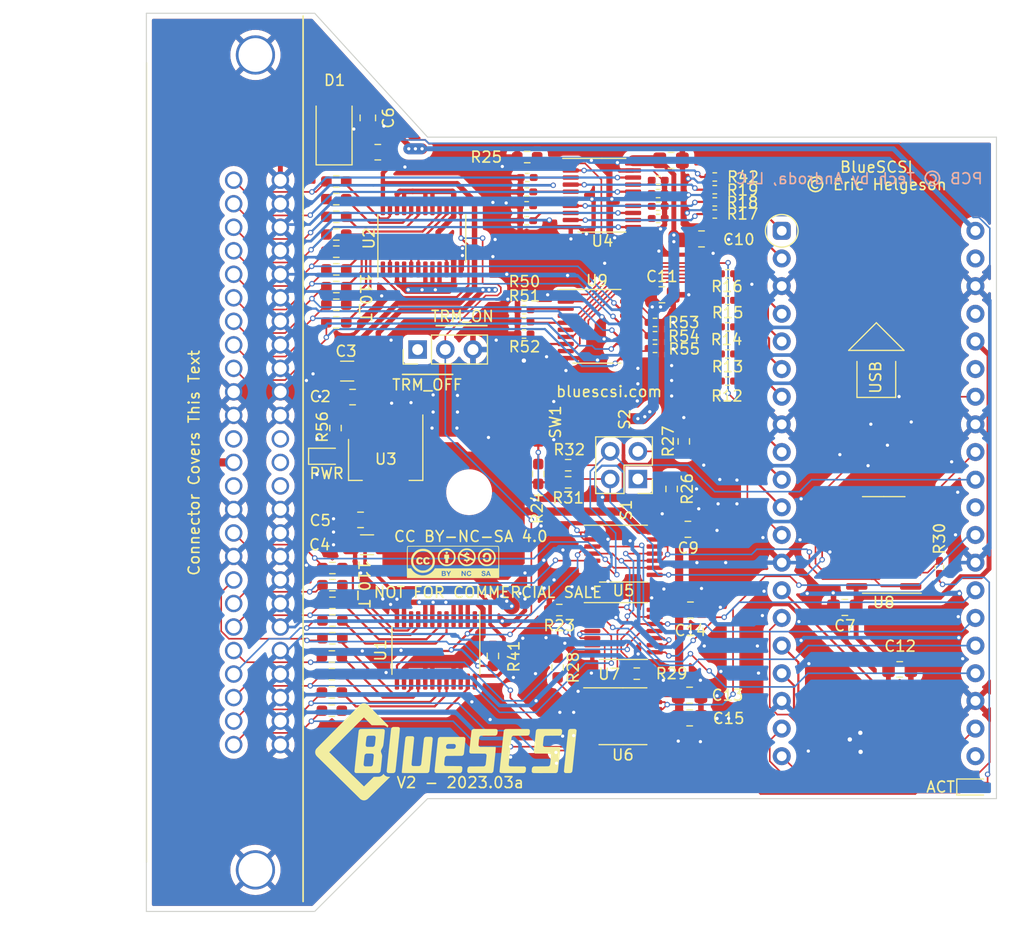
<source format=kicad_pcb>
(kicad_pcb (version 20211014) (generator pcbnew)
  (layers (0 "F.Cu" signal) (31 "B.Cu" signal) (34 "B.Paste" user) (35 "F.Paste" user) (36 "B.SilkS" user "B.Silkscreen") (37 "F.SilkS" user "F.Silkscreen") (38 "B.Mask" user) (39 "F.Mask" user) (44 "Edge.Cuts" user))
  (net 0 "")
  (net 1 "GND")
  (net 2 "+2V8")
  (net 3 "+5V")
  (net 4 "Net-(J4-Pad1)")
  (net 5 "iATN")
  (net 6 "oIO")
  (net 7 "oREQ")
  (net 8 "oSEL")
  (net 9 "oBSY")
  (net 10 "SD_CLK")
  (net 11 "oRST")
  (net 12 "oCD_iSEL")
  (net 13 "ATN")
  (net 14 "BSY")
  (net 15 "DBP")
  (net 16 "ACK")
  (net 17 "RST")
  (net 18 "MSG")
  (net 19 "SEL")
  (net 20 "CD")
  (net 21 "REQ")
  (net 22 "IO")
  (net 23 "DB7")
  (net 24 "DB6")
  (net 25 "DB5")
  (net 26 "DB4")
  (net 27 "DB3")
  (net 28 "DB2")
  (net 29 "DB1")
  (net 30 "DB0")
  (net 31 "+3V3")
  (net 32 "SEL_BUFF")
  (net 33 "BSY_BUFF")
  (net 34 "+5VP")
  (net 35 "oMSG_iBSY")
  (net 36 "+5F")
  (net 37 "SD_CMD_MOSI")
  (net 38 "DB4T")
  (net 39 "DB5T")
  (net 40 "DB6T")
  (net 41 "DB7T")
  (net 42 "DBPT")
  (net 43 "DB0T")
  (net 44 "DB1T")
  (net 45 "DB3T")
  (net 46 "DB2T")
  (net 47 "SD_D0_MISO")
  (net 49 "DBPTr")
  (net 50 "Net-(R11-Pad2)")
  (net 51 "Net-(R43-Pad2)")
  (net 52 "SD_D1")
  (net 53 "SD_D2")
  (net 54 "Net-(R44-Pad2)")
  (net 55 "Net-(R45-Pad2)")
  (net 56 "Net-(R46-Pad1)")
  (net 57 "Net-(R47-Pad1)")
  (net 58 "Net-(R48-Pad1)")
  (net 59 "SD_D3_CS")
  (net 60 "iRST")
  (net 62 "iACK")
  (net 66 "SERIAL_OUT")
  (net 67 "Net-(J4-Pad3)")
  (net 68 "TRM_ON_J")
  (net 69 "Net-(R40-Pad1)")
  (net 70 "Net-(R6-Pad1)")
  (net 71 "Net-(R7-Pad1)")
  (net 72 "Net-(R8-Pad1)")
  (net 73 "Net-(R9-Pad1)")
  (net 74 "Net-(R10-Pad1)")
  (net 75 "Net-(R39-Pad1)")
  (net 76 "Net-(R1-Pad1)")
  (net 77 "Net-(R2-Pad1)")
  (net 78 "Net-(R3-Pad1)")
  (net 79 "Net-(R4-Pad1)")
  (net 80 "Net-(R5-Pad1)")
  (net 81 "Net-(R12-Pad1)")
  (net 82 "Net-(R13-Pad1)")
  (net 83 "Net-(R14-Pad1)")
  (net 84 "Net-(R15-Pad1)")
  (net 85 "Net-(R16-Pad1)")
  (net 86 "Net-(R17-Pad1)")
  (net 87 "Net-(R18-Pad1)")
  (net 88 "Net-(R19-Pad1)")
  (net 89 "Net-(R33-Pad1)")
  (net 90 "Net-(R34-Pad1)")
  (net 91 "Net-(R35-Pad1)")
  (net 92 "Net-(R36-Pad1)")
  (net 93 "Net-(R37-Pad1)")
  (net 94 "Net-(R38-Pad1)")
  (net 95 "Net-(R42-Pad1)")
  (net 96 "Net-(R49-Pad1)")
  (net 97 "Net-(R50-Pad2)")
  (net 98 "Net-(R51-Pad2)")
  (net 99 "Net-(R52-Pad2)")
  (net 100 "Net-(R53-Pad1)")
  (net 101 "Net-(R54-Pad1)")
  (net 102 "Net-(R55-Pad1)")
  (net 104 "Net-(D2-Pad2)")
  (net 105 "Net-(R30-Pad1)")
  (net 111 "Net-(D3-Pad2)")
  (footprint "Capacitor_SMD:C_1206_3216Metric_Pad1.42x1.75mm_HandSolder" (layer "F.Cu") (at 107.92998 92.55628 180)
    (fp_text reference "C3")
    (fp_text value "20uF")
  )
  (footprint "Capacitor_SMD:C_1206_3216Metric_Pad1.42x1.75mm_HandSolder" (layer "F.Cu") (at 109.75878 108.50748 180)
    (fp_text reference "C4")
    (fp_text value "20uF")
  )
  (footprint "Package_TO_SOT_SMD:SOT-223-3_TabPin2" (layer "F.Cu") (at 111.4692 100.686 -90)
    (fp_text reference "U3")
    (fp_text value "AMS1117-2.85")
  )
  (footprint "CustomFootprints:BluePillModule" (layer "F.Cu") (at 155.448 77.1304)
    (fp_text reference "RP1" hide)
    (fp_text value "Pico_Footprint")
  )
  (footprint "Capacitor_SMD:C_0805_2012Metric_Pad1.15x1.40mm_HandSolder" (layer "F.Cu") (at 108.42898 94.94388 180)
    (fp_text reference "C2")
    (fp_text value "0.1uF")
  )
  (footprint "Capacitor_SMD:C_0805_2012Metric_Pad1.15x1.40mm_HandSolder" (layer "F.Cu") (at 109.1602 106.2228 180)
    (fp_text reference "C5")
    (fp_text value "0.1uF")
  )
  (footprint "Capacitor_SMD:C_0805_2012Metric_Pad1.15x1.40mm_HandSolder" (layer "F.Cu") (at 109.8296 69.3002 -90)
    (fp_text reference "C6")
    (fp_text value "4.7uF")
  )
  (footprint "Capacitor_SMD:C_0805_2012Metric_Pad1.15x1.40mm_HandSolder" (layer "F.Cu") (at 158.6574 119.9548)
    (fp_text reference "C12")
    (fp_text value "4.7uF")
  )
  (footprint "Diode_SMD:D_SMA" (layer "F.Cu") (at 106.7308 70.2146 90)
    (fp_text reference "D1")
    (fp_text value "D")
  )
  (footprint "Connector_PinHeader_2.54mm:PinHeader_1x03_P2.54mm_Vertical" (layer "F.Cu") (at 114.4016 90.5764 90)
    (fp_text reference "J1" hide)
    (fp_text value "Conn_01x03_Male" hide)
  )
  (footprint "Resistor_SMD:R_0402_1005Metric_Pad0.72x0.64mm_HandSolder" (layer "F.Cu") (at 141.6812 74.7268 180)
    (fp_text reference "R42")
    (fp_text value "1k")
  )
  (footprint "Package_SO:TSSOP-24_4.4x7.8mm_P0.65mm" (layer "F.Cu") (at 114.7866 80.3656 90)
    (fp_text reference "U2")
    (fp_text value "SN74CBTD3384")
  )
  (footprint "Resistor_SMD:R_0402_1005Metric_Pad0.72x0.64mm_HandSolder" (layer "F.Cu") (at 136.1948 89.3064)
    (fp_text reference "R54")
    (fp_text value "1k")
  )
  (footprint "Resistor_SMD:R_0603_1608Metric_Pad0.98x0.95mm_HandSolder" (layer "F.Cu") (at 106.934 80.01 180)
    (fp_text reference "R39" hide)
    (fp_text value "R")
  )
  (footprint "Resistor_SMD:R_0402_1005Metric_Pad0.72x0.64mm_HandSolder" (layer "F.Cu") (at 142.8496 83.6168 180)
    (fp_text reference "R16")
    (fp_text value "1k")
  )
  (footprint "Resistor_SMD:R_0603_1608Metric_Pad0.98x0.95mm_HandSolder" (layer "F.Cu") (at 106.5784 113.8428 180)
    (fp_text reference "R4" hide)
    (fp_text value "R")
  )
  (footprint "Resistor_SMD:R_0402_1005Metric_Pad0.72x0.64mm_HandSolder" (layer "F.Cu") (at 124.1673 86.9188)
    (fp_text reference "R50")
    (fp_text value "1k")
  )
  (footprint "Resistor_SMD:R_0603_1608Metric_Pad0.98x0.95mm_HandSolder" (layer "F.Cu") (at 106.9359 84.836 180)
    (fp_text reference "R33" hide)
    (fp_text value "R")
  )
  (footprint "LED_SMD:LED_0603_1608Metric_Pad1.05x0.95mm_HandSolder" (layer "F.Cu") (at 165.5572 130.7592)
    (fp_text reference "D2" hide)
    (fp_text value "LED")
  )
  (footprint "Resistor_SMD:R_0603_1608Metric_Pad0.98x0.95mm_HandSolder" (layer "F.Cu") (at 106.934 75.1332 180)
    (fp_text reference "R36" hide)
    (fp_text value "R")
  )
  (footprint "Capacitor_SMD:C_0805_2012Metric_Pad1.18x1.45mm_HandSolder" (layer "F.Cu") (at 153.6192 114.2652 180)
    (fp_text reference "C7")
    (fp_text value "4.7uF")
  )
  (footprint "Resistor_SMD:R_0603_1608Metric_Pad0.98x0.95mm_HandSolder" (layer "F.Cu") (at 106.86318 97.78868 -90)
    (fp_text reference "R56")
    (fp_text value "4.7k")
  )
  (footprint "Package_SO:TSSOP-24_4.4x7.8mm_P0.65mm" (layer "F.Cu") (at 116.078 118.2116 -90)
    (fp_text reference "U1")
    (fp_text value "SN74CBTD3384")
  )
  (footprint "Resistor_SMD:R_0603_1608Metric_Pad0.98x0.95mm_HandSolder" (layer "F.Cu") (at 106.5784 115.4684 180)
    (fp_text reference "R5" hide)
    (fp_text value "R")
  )
  (footprint "Resistor_SMD:R_0603_1608Metric_Pad0.98x0.95mm_HandSolder" (layer "F.Cu") (at 106.9359 88.0872 180)
    (fp_text reference "R35" hide)
    (fp_text value "R")
  )
  (footprint "Resistor_SMD:R_0603_1608Metric_Pad0.98x0.95mm_HandSolder" (layer "F.Cu") (at 106.9359 83.2104 180)
    (fp_text reference "R1" hide)
    (fp_text value "R")
  )
  (footprint "Capacitor_SMD:C_0805_2012Metric_Pad1.18x1.45mm_HandSolder" (layer "F.Cu") (at 137.668 73.2028)
    (fp_text reference "C8" hide)
    (fp_text value "0.1uF")
  )
  (footprint "Resistor_SMD:R_0603_1608Metric_Pad0.98x0.95mm_HandSolder" (layer "F.Cu") (at 106.934 78.3844 180)
    (fp_text reference "R38" hide)
    (fp_text value "R")
  )
  (footprint "Resistor_SMD:R_0402_1005Metric_Pad0.72x0.64mm_HandSolder" (layer "F.Cu") (at 141.6812 78.1304 180)
    (fp_text reference "R17")
    (fp_text value "1k")
  )
  (footprint "Resistor_SMD:R_0603_1608Metric_Pad0.98x0.95mm_HandSolder" (layer "F.Cu") (at 106.5257 118.7704 180)
    (fp_text reference "R9" hide)
    (fp_text value "R")
  )
  (footprint "Resistor_SMD:R_0402_1005Metric_Pad0.72x0.64mm_HandSolder" (layer "F.Cu") (at 142.8496 90.9828 180)
    (fp_text reference "R13")
    (fp_text value "1k")
  )
  (footprint "LED_SMD:LED_0603_1608Metric_Pad1.05x0.95mm_HandSolder" (layer "F.Cu") (at 106.05038 100.37948)
    (fp_text reference "D3" hide)
    (fp_text value "LED")
  )
  (footprint "Resistor_SMD:R_0603_1608Metric_Pad0.98x0.95mm_HandSolder" (layer "F.Cu") (at 106.934 81.5848 180)
    (fp_text reference "R40" hide)
    (fp_text value "R")
  )
  (footprint "Resistor_SMD:R_0402_1005Metric_Pad0.72x0.64mm_HandSolder" (layer "F.Cu") (at 124.4092 78.74)
    (fp_text reference "R45" hide)
    (fp_text value "1k")
  )
  (footprint "Package_SO:TSSOP-20_4.4x6.5mm_P0.65mm" (layer "F.Cu") (at 131.318 76.4032)
    (fp_text reference "U4")
    (fp_text value "LVT245")
  )
  (footprint "Resistor_SMD:R_0402_1005Metric_Pad0.72x0.64mm_HandSolder" (layer "F.Cu") (at 141.6812 77.0128 180)
    (fp_text reference "R18")
    (fp_text value "1k")
  )
  (footprint "Resistor_SMD:R_0402_1005Metric_Pad0.72x0.64mm_HandSolder" (layer "F.Cu") (at 136.4754 76.2508)
    (fp_text reference "R47" hide)
    (fp_text value "1k")
  )
  (footprint "Capacitor_SMD:C_0805_2012Metric_Pad1.18x1.45mm_HandSolder" (layer "F.Cu") (at 139.3737 124.4092)
    (fp_text reference "C15")
    (fp_text value "4.7uF")
  )
  (footprint "Capacitor_SMD:C_0805_2012Metric_Pad1.18x1.45mm_HandSolder" (layer "F.Cu") (at 139.446 114.5032 180)
    (fp_text reference "C14")
    (fp_text value "0.1uF")
  )
  (footprint "Library:cc_by_nc_sa_front_silk_screen" (layer "F.Cu") (at 117.6528 110.0836)
    (fp_text reference "G***" hide)
    (fp_text value "LOGO" hide)
  )
  (footprint "Package_SO:SOIC-14_3.9x8.7mm_P1.27mm" (layer "F.Cu") (at 157.1894 108.5248 180)
    (fp_text reference "U8")
    (fp_text value "74HC14")
  )
  (footprint "Resistor_SMD:R_0402_1005Metric_Pad0.72x0.64mm_HandSolder" (layer "F.Cu") (at 136.1948 88.0872)
    (fp_text reference "R53")
    (fp_text value "1k")
  )
  (footprint "Resistor_SMD:R_0603_1608Metric_Pad0.98x0.95mm_HandSolder" (layer "F.Cu") (at 128.2211 102.7734 180)
    (fp_text reference "R31")
    (fp_text value "4.7k")
  )
  (footprint "Resistor_SMD:R_0603_1608Metric_Pad0.98x0.95mm_HandSolder" (layer "F.Cu") (at 106.5765 112.2172 180)
    (fp_text reference "R3" hide)
    (fp_text value "R")
  )
  (footprint "Resistor_SMD:R_0402_1005Metric_Pad0.72x0.64mm_HandSolder" (layer "F.Cu") (at 142.8496 86.0552 180)
    (fp_text reference "R15")
    (fp_text value "1k")
  )
  (footprint "Resistor_SMD:R_0603_1608Metric_Pad0.98x0.95mm_HandSolder" (layer "F.Cu") (at 128.2211 101.1986 180)
    (fp_text reference "R32")
    (fp_text value "4.7k")
  )
  (footprint "Resistor_SMD:R_0603_1608Metric_Pad0.98x0.95mm_HandSolder" (layer "F.Cu") (at 121.3104 118.7196 90)
    (fp_text reference "R41")
    (fp_text value "4.7k")
  )
  (footprint "Resistor_SMD:R_0603_1608Metric_Pad0.98x0.95mm_HandSolder" (layer "F.Cu") (at 106.5276 122.0724 180)
    (fp_text reference "R7" hide)
    (fp_text value "R")
  )
  (footprint "Resistor_SMD:R_0402_1005Metric_Pad0.72x0.64mm_HandSolder" (layer "F.Cu") (at 124.4213 76.0984)
    (fp_text reference "R43" hide)
    (fp_text value "1k")
  )
  (footprint "Resistor_SMD:R_0402_1005Metric_Pad0.72x0.64mm_HandSolder" (layer "F.Cu") (at 136.4875 78.5368)
    (fp_text reference "R49" hide)
    (fp_text value "1k")
  )
  (footprint "MountingHole:MountingHole_3.2mm_M3" (layer "F.Cu") (at 119.126 103.6828)
    (fp_text reference "REF**" hide)
    (fp_text value "MountingHole_3.2mm_M3")
  )
  (footprint "Resistor_SMD:R_0603_1608Metric_Pad0.98x0.95mm_HandSolder" (layer "F.Cu") (at 106.5257 120.396 180)
    (fp_text reference "R8" hide)
    (fp_text value "R")
  )
  (footprint "Resistor_SMD:R_0402_1005Metric_Pad0.72x0.64mm_HandSolder" (layer "F.Cu") (at 162.306 110.5795 -90)
    (fp_text reference "R30")
    (fp_text value "470")
  )
  (footprint "Resistor_SMD:R_0603_1608Metric_Pad0.98x0.95mm_HandSolder" (layer "F.Cu") (at 106.5784 110.6424 180)
    (fp_text reference "R2" hide)
    (fp_text value "R")
  )
  (footprint "Resistor_SMD:R_0603_1608Metric_Pad0.98x0.95mm_HandSolder" (layer "F.Cu") (at 138.8364 99.0123 90)
    (fp_text reference "R27")
    (fp_text value "1k")
  )
  (footprint "Library:TF-06_MicroSD" (layer "F.Cu") (at 156.718 129.6416 180)
    (fp_text reference "SD2" hide)
    (fp_text value "MicroSD-TF-06")
  )
  (footprint "Resistor_SMD:R_0402_1005Metric_Pad0.72x0.64mm_HandSolder" (layer "F.Cu") (at 136.1948 90.4748)
    (fp_text reference "R55")
    (fp_text value "1k")
  )
  (footprint "Resistor_SMD:R_0402_1005Metric_Pad0.72x0.64mm_HandSolder" (layer "F.Cu") (at 142.8496 93.472 180)
    (fp_text reference "R12")
    (fp_text value "1k")
  )
  (footprint "Resistor_SMD:R_0402_1005Metric_Pad0.72x0.64mm_HandSolder" (layer "F.Cu") (at 124.1673 88.0364)
    (fp_text reference "R51")
    (fp_text value "1k")
  )
  (footprint "Resistor_SMD:R_0402_1005Metric_Pad0.72x0.64mm_HandSolder" (layer "F.Cu") (at 141.6812 75.8952 180)
    (fp_text reference "R19")
    (fp_text value "1k")
  )
  (footprint "Capacitor_SMD:C_0805_2012Metric_Pad1.18x1.45mm_HandSolder" (layer "F.Cu") (at 140.462 80.4164)
    (fp_text reference "C10")
    (fp_text value "4.7uF")
  )
  (footprint "Resistor_SMD:R_0603_1608Metric_Pad0.98x0.95mm_HandSolder" (layer "F.Cu") (at 125.476 102.0064 -90)
    (fp_text reference "R24")
    (fp_text value "1k")
  )
  (footprint "Capacitor_SMD:C_0805_2012Metric_Pad1.18x1.45mm_HandSolder" (layer "F.Cu") (at 139.2135 107.0864 180)
    (fp_text reference "C9")
    (fp_text value "0.1uF")
  )
  (footprint "Resistor_SMD:R_0603_1608Metric_Pad0.98x0.95mm_HandSolder" (layer "F.Cu") (at 106.5765 117.094 180)
    (fp_text reference "R10" hide)
    (fp_text value "R")
  )
  (footprint "Resistor_SMD:R_0603_1608Metric_Pad0.98x0.95mm_HandSolder" (layer "F.Cu") (at 106.9359 86.4616 180)
    (fp_text reference "R34" hide)
    (fp_text value "R")
  )
  (footprint "Resistor_SMD:R_0603_1608Metric_Pad0.98x0.95mm_HandSolder" (layer "F.Cu") (at 137.7188 103.3811 -90)
    (fp_text reference "R26")
    (fp_text value "1k")
  )
  (footprint "Package_SO:TSSOP-14_4.4x5mm_P0.65mm" (layer "F.Cu") (at 133.2992 116.4336)
    (fp_text reference "U7")
    (fp_text value "LVT125")
  )
  (footprint "Resistor_SMD:R_0603_1608Metric_Pad0.98x0.95mm_HandSolder" (layer "F.Cu") (at 106.934 76.7588 180)
    (fp_text reference "R37" hide)
    (fp_text value "R")
  )
  (footprint "Library:TS-1187A-B-A-B" (layer "F.Cu") (at 122.4788 106.1231 180)
    (fp_text reference "SW1")
    (fp_text value "SW_MEC_5E" hide)
  )
  (footprint "Fuse:Fuse_0805_2012Metric_Pad1.15x1.40mm_HandSolder" (layer "F.Cu") (at 110.744 72.4498 180)
    (fp_text reference "F2" hide)
    (fp_text value "Polyfuse")
  )
  (footprint "Connector_PinHeader_2.54mm:PinHeader_2x02_P2.54mm_Vertical" (layer "F.Cu") (at 134.62 102.4686 180)
    (fp_text reference "J4" hide)
    (fp_text value "SW")
  )
  (footprint "Resistor_SMD:R_0603_1608Metric_Pad0.98x0.95mm_HandSolder" (layer "F.Cu") (at 127.4083 114.5032 180)
    (fp_text reference "R23")
    (fp_text value "1k")
  )
  (footprint "Resistor_SMD:R_0603_1608Metric_Pad0.98x0.95mm_HandSolder" (layer "F.Cu") (at 124.46 72.898 180)
    (fp_text reference "R25")
    (fp_text value "1k")
  )
  (footprint "Package_SO:TSSOP-14_4.4x5mm_P0.65mm" (layer "F.Cu") (at 133.2992 109.3216)
    (fp_text reference "U5")
    (fp_text value "LVT125")
  )
  (footprint "Resistor_SMD:R_0402_1005Metric_Pad0.72x0.64mm_HandSolder" (layer "F.Cu") (at 142.8496 88.4936 180)
    (fp_text reference "R14")
    (fp_text value "1k")
  )
  (footprint "Package_SO:TSSOP-20_4.4x6.5mm_P0.65mm" (layer "F.Cu") (at 130.8608 88.4428)
    (fp_text reference "U9")
    (fp_text value "LVT245")
  )
  (footprint "Library:Centronics50Male" (layer "F.Cu") (at 84.6418 100.9444 90)
    (fp_text reference "U10" hide)
    (fp_text value "Centronics50PinMale")
  )
  (footprint "Resistor_SMD:R_0402_1005Metric_Pad0.72x0.64mm_HandSolder" (layer "F.Cu") (at 124.1673 89.154)
    (fp_text reference "R52")
    (fp_text value "1k")
  )
  (footprint "Package_SO:TSSOP-14_4.4x5mm_P0.65mm" (layer "F.Cu") (at 133.2484 124.2568)
    (fp_text reference "U6")
    (fp_text value "LVT125")
  )
  (footprint "Resistor_SMD:R_0603_1608Metric_Pad0.98x0.95mm_HandSolder" (layer "F.Cu") (at 106.5276 123.7488 180)
    (fp_text reference "R6" hide)
    (fp_text value "R")
  )
  (footprint "Capacitor_SMD:C_0805_2012Metric_Pad1.18x1.45mm_HandSolder" (layer "F.Cu") (at 136.8259 85.5472)
    (fp_text reference "C11")
    (fp_text value "0.1uF")
  )
  (footprint "Resistor_SMD:R_0402_1005Metric_Pad0.72x0.64mm_HandSolder" (layer "F.Cu") (at 124.46 74.7776)
    (fp_text reference "R11" hide)
    (fp_text value "1k")
  )
  (footprint "Capacitor_SMD:C_0805_2012Metric_Pad1.18x1.45mm_HandSolder" (layer "F.Cu") (at 139.3659 122.3264 180)
    (fp_text reference "C13")
    (fp_text value "0.1uF")
  )
  (footprint "Resistor_SMD:R_0603_1608Metric_Pad0.98x0.95mm_HandSolder" (layer "F.Cu") (at 134.5184 120.3452)
    (fp_text reference "R29")
    (fp_text value "1k")
  )
  (footprint "Resistor_SMD:R_0402_1005Metric_Pad0.72x0.64mm_HandSolder" (layer "F.Cu") (at 124.4092 77.3684)
    (fp_text reference "R44" hide)
    (fp_text value "1k")
  )
  (footprint "Resistor_SMD:R_0402_1005Metric_Pad0.72x0.64mm_HandSolder" (layer "F.Cu") (at 136.4875 75.0316)
    (fp_text reference "R46" hide)
    (fp_text value "1k")
  )
  (footprint "Resistor_SMD:R_0603_1608Metric_Pad0.98x0.95mm_HandSolder" (layer "F.Cu") (at 127.254 119.7883 -90)
    (fp_text reference "R28")
    (fp_text value "1k")
  )
  (footprint "Resistor_SMD:R_0402_1005Metric_Pad0.72x0.64mm_HandSolder" (layer "F.Cu") (at 136.4875 77.4192)
    (fp_text reference "R48" hide)
    (fp_text value "1k" hide)
  )
  (gr_poly (pts (xy 111.273232 125.432962) (xy 111.307805 125.454128) (xy 111.315126 125.459025) (xy 111.322259 125.464429) (xy 111.329178 125.470302) (xy 111.335861 125.476607) (xy 111.342284 125.483304) (xy 111.348422 125.490355) (xy 111.354252 125.497723) (xy 111.359751 125.505369) (xy 111.364894 125.513255) (xy 111.369658 125.521342) (xy 111.374018 125.529593) (xy 111.377952 125.537968) (xy 111.381435 125.54643) (xy 111.384444 125.554941) (xy 111.386955 125.563463) (xy 111.388944 125.571956) (xy 111.386086 125.640447) (xy 111.373091 125.793258) (xy 111.328266 126.242234) (xy 111.27762 126.699676) (xy 111.257349 126.86307) (xy 111.244305 126.946378) (xy 111.234471 126.98135) (xy 111.22305 127.016735) (xy 111.210173 127.05222) (xy 111.195974 127.087489) (xy 111.180584 127.122229) (xy 111.164136 127.156126) (xy 111.146762 127.188866) (xy 111.128593 127.220134) (xy 111.108717 127.252815) (xy 111.09261 127.280238) (xy 111.085785 127.29236) (xy 111.079679 127.303626) (xy 111.074217 127.31419) (xy 111.069327 127.324203) (xy 111.064932 127.33382) (xy 111.060959 127.343193) (xy 111.057334 127.352475) (xy 111.053981 127.361818) (xy 111.050827 127.371377) (xy 111.047796 127.381304) (xy 111.04181 127.402873) (xy 111.034819 127.432658) (xy 111.032293 127.445912) (xy 111.030466 127.458457) (xy 111.029379 127.470581) (xy 111.029073 127.48257) (xy 111.029587 127.494712) (xy 111.030962 127.507295) (xy 111.033238 127.520605) (xy 111.036456 127.53493) (xy 111.040656 127.550557) (xy 111.045878 127.567774) (xy 111.052162 127.586868) (xy 111.059549 127.608126) (xy 111.077793 127.658283) (xy 111.095917 127.708388) (xy 111.103565 127.730473) (xy 111.110337 127.750877) (xy 111.116282 127.769821) (xy 111.12145 127.787528) (xy 111.12589 127.804221) (xy 111.129652 127.82012) (xy 111.132785 127.83545) (xy 111.13534 127.85043) (xy 111.137366 127.865285) (xy 111.138912 127.880236) (xy 111.140028 127.895505) (xy 111.140764 127.911315) (xy 111.141169 127.927887) (xy 111.141293 127.945445) (xy 111.120832 128.182677) (xy 111.074971 128.641034) (xy 111.026993 129.094497) (xy 111.000182 129.317045) (xy 110.996403 129.329034) (xy 110.99171 129.340892) (xy 110.986149 129.35257) (xy 110.979765 129.364019) (xy 110.972604 129.375192) (xy 110.964711 129.386039) (xy 110.956132 129.396512) (xy 110.946913 129.406562) (xy 110.937098 129.416141) (xy 110.926733 129.4252) (xy 110.915864 129.433691) (xy 110.904535 129.441564) (xy 110.892794 129.448772) (xy 110.880684 129.455266) (xy 110.868252 129.460997) (xy 110.855544 129.465917) (xy 110.839823 129.470339) (xy 110.813387 129.473645) (xy 110.681271 129.477471) (xy 109.770399 129.477912) (xy 108.724765 129.475795) (xy 108.695838 129.460272) (xy 108.689453 129.4567) (xy 108.683026 129.452629) (xy 108.676597 129.448104) (xy 108.670206 129.443174) (xy 108.663894 129.437884) (xy 108.657701 129.432281) (xy 108.651666 129.426411) (xy 108.645831 129.420321) (xy 108.640236 129.414057) (xy 108.634922 129.407666) (xy 108.629927 129.401195) (xy 108.625293 129.394689) (xy 108.62106 129.388196) (xy 108.617269 129.381762) (xy 108.613959 129.375433) (xy 108.611171 129.369256) (xy 108.61013 129.36655) (xy 108.609126 129.363481) (xy 108.608164 129.360083) (xy 108.607247 129.356391) (xy 108.605565 129.348259) (xy 108.604116 129.339358) (xy 108.60293 129.329961) (xy 108.602043 129.320341) (xy 108.601486 129.31077) (xy 108.601293 129.301522) (xy 108.658002 128.731698) (xy 108.662455 128.689101) (xy 109.440904 128.689101) (xy 109.44108 128.698557) (xy 109.441615 128.707632) (xy 109.442523 128.716361) (xy 109.443815 128.724775) (xy 109.445504 128.732908) (xy 109.447602 128.740793) (xy 109.450121 128.748463) (xy 109.453075 128.755952) (xy 109.456476 128.763291) (xy 109.460335 128.770515) (xy 109.464665 128.777656) (xy 109.469479 128.784747) (xy 109.47479 128.791822) (xy 109.480608 128.798913) (xy 109.486948 128.806054) (xy 109.493821 128.813278) (xy 109.511966 128.830769) (xy 109.520568 128.837858) (xy 109.529573 128.843937) (xy 109.539516 128.849077) (xy 109.550934 128.85335) (xy 109.564363 128.856827) (xy 109.58034 128.85958) (xy 109.599401 128.86168) (xy 109.622082 128.863197) (xy 109.680452 128.864773) (xy 109.75974 128.864876) (xy 109.864238 128.864078) (xy 110.135877 128.861961) (xy 110.173271 128.840795) (xy 110.182344 128.835626) (xy 110.191281 128.829939) (xy 110.200046 128.823776) (xy 110.208604 128.817181) (xy 110.216918 128.810197) (xy 110.224952 128.802869) (xy 110.232669 128.795238) (xy 110.240034 128.787349) (xy 110.247011 128.779245) (xy 110.253562 128.77097) (xy 110.259653 128.762566) (xy 110.265247 128.754078) (xy 110.270307 128.745548) (xy 110.274798 128.73702) (xy 110.278683 128.728538) (xy 110.281927 128.720145) (xy 110.290677 128.67201) (xy 110.304042 128.571471) (xy 110.337137 128.2827) (xy 110.366263 127.992871) (xy 110.374666 127.89101) (xy 110.376471 127.841023) (xy 110.374803 127.829408) (xy 110.37245 127.818121) (xy 110.369424 127.807175) (xy 110.365734 127.796583) (xy 110.36139 127.78636) (xy 110.356404 127.776518) (xy 110.350786 127.767071) (xy 110.344545 127.758031) (xy 110.337692 127.749414) (xy 110.330238 127.741232) (xy 110.322193 127.733498) (xy 110.313566 127.726226) (xy 110.30437 127.71943) (xy 110.294613 127.713123) (xy 110.284306 127.707317) (xy 110.27346 127.702028) (xy 110.262305 127.69734) (xy 110.24957 127.69376) (xy 110.232222 127.691139) (xy 110.207226 127.689328) (xy 110.171547 127.688179) (xy 110.122152 127.687542) (xy 109.970071 127.687212) (xy 109.698432 127.687212) (xy 109.655393 127.707672) (xy 109.645645 127.712451) (xy 109.636247 127.717523) (xy 109.6272 127.722884) (xy 109.618506 127.72853) (xy 109.610168 127.734458) (xy 109.602187 127.740663) (xy 109.594566 127.74714) (xy 109.587307 127.753886) (xy 109.580412 127.760897) (xy 109.573882 127.768168) (xy 109.567721 127.775696) (xy 109.561929 127.783476) (xy 109.55651 127.791503) (xy 109.551465 127.799775) (xy 109.546795 127.808286) (xy 109.542505 127.817033) (xy 109.53744 127.830566) (xy 109.53255 127.849489) (xy 109.527411 127.877011) (xy 109.521602 127.916341) (xy 109.506289 128.043252) (xy 109.483238 128.255889) (xy 109.4668 128.415058) (xy 109.45334 128.549753) (xy 109.444245 128.645819) (xy 109.441768 128.674943) (xy 109.440904 128.689101) (xy 108.662455 128.689101) (xy 108.794615 127.424745) (xy 108.851164 126.887817) (xy 109.630699 126.887817) (xy 109.630759 126.899191) (xy 109.631212 126.910049) (xy 109.632069 126.920421) (xy 109.633345 126.930338) (xy 109.63505 126.939829) (xy 109.637198 126.948923) (xy 109.6398 126.957652) (xy 109.64287 126.966046) (xy 109.646419 126.974133) (xy 109.65046 126.981944) (xy 109.655005 126.989509) (xy 109.660068 126.996858) (xy 109.665659 127.004022) (xy 109.671792 127.011029) (xy 109.678479 127.01791) (xy 109.685732 127.024695) (xy 109.70441 127.040993) (xy 109.71325 127.047579) (xy 109.722443 127.053215) (xy 109.732505 127.05797) (xy 109.743949 127.061914) (xy 109.757291 127.065116) (xy 109.773045 127.067645) (xy 109.791726 127.069571) (xy 109.813849 127.070962) (xy 109.870478 127.072419) (xy 109.94705 127.072569) (xy 110.047682 127.071967) (xy 110.319321 127.06985) (xy 110.365182 127.04445) (xy 110.375077 127.03869) (xy 110.38464 127.032534) (xy 110.393856 127.026) (xy 110.402709 127.019106) (xy 110.411181 127.011868) (xy 110.419256 127.004304) (xy 110.426918 126.996432) (xy 110.43415 126.988271) (xy 110.440936 126.979836) (xy 110.447258 126.971146) (xy 110.453101 126.962218) (xy 110.458448 126.95307) (xy 110.463282 126.943719) (xy 110.467587 126.934184) (xy 110.471346 126.924481) (xy 110.474543 126.914628) (xy 110.48117 126.876113) (xy 110.491179 126.798994) (xy 110.516083 126.578519) (xy 110.538738 126.352356) (xy 110.545935 126.268126) (xy 110.548626 126.219656) (xy 110.548568 126.213559) (xy 110.548391 126.20769) (xy 110.548092 126.202031) (xy 110.547667 126.19656) (xy 110.547115 126.191259) (xy 110.546431 126.186108) (xy 110.545613 126.181086) (xy 110.544658 126.176176) (xy 110.543562 126.171356) (xy 110.542322 126.166608) (xy 110.540935 126.161912) (xy 110.539399 126.157247) (xy 110.53771 126.152595) (xy 110.535865 126.147936) (xy 110.53386 126.14325) (xy 110.531693 126.138517) (xy 110.527984 126.130847) (xy 110.524241 126.123688) (xy 110.520432 126.117007) (xy 110.516524 126.110769) (xy 110.512483 126.10494) (xy 110.508278 126.099487) (xy 110.503873 126.094375) (xy 110.499238 126.089569) (xy 110.494337 126.085037) (xy 110.48914 126.080743) (xy 110.483611 126.076654) (xy 110.477718 126.072735) (xy 110.471429 126.068953) (xy 110.46471 126.065273) (xy 110.457527 126.061661) (xy 110.449849 126.058084) (xy 110.438687 126.053396) (xy 110.425904 126.049815) (xy 110.408425 126.047194) (xy 110.383174 126.045384) (xy 110.347075 126.044234) (xy 110.297052 126.043598) (xy 110.142932 126.043267) (xy 109.867765 126.043267) (xy 109.82896 126.061611) (xy 109.819949 126.065893) (xy 109.811178 126.070527) (xy 109.802655 126.075505) (xy 109.794388 126.080816) (xy 109.786385 126.086449) (xy 109.778656 126.092394) (xy 109.771208 126.098641) (xy 109.764049 126.10518) (xy 109.757188 126.111999) (xy 109.750632 126.11909) (xy 109.744391 126.12644) (xy 109.738472 126.134041) (xy 109.732885 126.141882) (xy 109.727636 126.149952) (xy 109.722734 126.158241) (xy 109.718188 126.166739) (xy 109.712356 126.179293) (xy 109.707252 126.194675) (xy 109.702412 126.215977) (xy 109.697374 126.246291) (xy 109.691674 126.288709) (xy 109.68485 126.346325) (xy 109.665977 126.519517) (xy 109.652527 126.646616) (xy 109.641459 126.758436) (xy 109.63383 126.842871) (xy 109.631636 126.871037) (xy 109.630699 126.887817) (xy 108.851164 126.887817) (xy 108.857045 126.831983) (xy 108.904583 126.382584) (xy 108.939537 126.056134) (xy 108.953016 125.932635) (xy 108.964213 125.832218) (xy 108.973419 125.752331) (xy 108.980919 125.690422) (xy 108.987004 125.643939) (xy 108.989606 125.625686) (xy 108.991962 125.610332) (xy 108.994108 125.597558) (xy 108.99608 125.587047) (xy 108.997914 125.578478) (xy 108.999647 125.571533) (xy 109.001314 125.565893) (xy 109.002952 125.561238) (xy 109.004596 125.557251) (xy 109.006282 125.553611) (xy 109.010924 125.544802) (xy 109.016095 125.536121) (xy 109.021765 125.527597) (xy 109.027901 125.51926) (xy 109.034471 125.511137) (xy 109.041443 125.503258) (xy 109.048785 125.495652) (xy 109.056465 125.488348) (xy 109.064451 125.481374) (xy 109.072711 125.47476) (xy 109.081212 125.468535) (xy 109.089924 125.462727) (xy 109.098813 125.457366) (xy 109.107848 125.45248) (xy 109.116997 125.448099) (xy 109.126227 125.44425) (xy 109.140715 125.439595) (xy 109.165804 125.436114) (xy 109.296266 125.432079) (xy 110.217721 125.43155)) (layer "F.SilkS") (width 0.004) (fill solid))
  (gr_line (start 103.886 141.2748) (end 103.886 59.944) (layer "F.SilkS") (width 0.15))
  (gr_poly (pts (xy 112.397182 125.248105) (xy 112.647654 125.249517) (xy 112.682932 125.267861) (xy 112.686698 125.26985) (xy 112.690569 125.272092) (xy 112.694519 125.274562) (xy 112.698521 125.277232) (xy 112.702547 125.280076) (xy 112.706571 125.283067) (xy 112.710567 125.286177) (xy 112.714506 125.289381) (xy 112.718363 125.292651) (xy 112.72211 125.29596) (xy 112.725721 125.299281) (xy 112.729169 125.302588) (xy 112.732426 125.305854) (xy 112.735466 125.309051) (xy 112.738263 125.312153) (xy 112.740788 125.315134) (xy 112.756525 125.332417) (xy 112.766673 125.358151) (xy 112.768817 125.422215) (xy 112.760544 125.554493) (xy 112.703085 126.143213) (xy 112.574983 127.363361) (xy 112.46657 128.390761) (xy 112.429801 128.734143) (xy 112.402474 128.983846) (xy 112.382953 129.15477) (xy 112.3696 129.261813) (xy 112.364724 129.296036) (xy 112.360777 129.319875) (xy 112.357554 129.335195) (xy 112.354849 129.343856) (xy 112.350484 129.353016) (xy 112.345365 129.362206) (xy 112.339547 129.37137) (xy 112.333087 129.380457) (xy 112.326039 129.38941) (xy 112.31846 129.398178) (xy 112.310406 129.406706) (xy 112.301932 129.414941) (xy 112.293094 129.422828) (xy 112.283949 129.430314) (xy 112.274551 129.437345) (xy 112.264957 129.443868) (xy 112.255222 129.449829) (xy 112.245403 129.455174) (xy 112.235554 129.459849) (xy 112.225733 129.4638) (xy 112.211904 129.468721) (xy 112.197654 129.472477) (xy 112.180179 129.475223) (xy 112.156676 129.477118) (xy 112.124343 129.478318) (xy 112.080377 129.478981) (xy 111.946332 129.479323) (xy 111.860332 129.479159) (xy 111.824851 129.478881) (xy 111.793844 129.478408) (xy 111.766905 129.477691) (xy 111.743629 129.476681) (xy 111.733237 129.476051) (xy 111.72361 129.47533) (xy 111.714695 129.474512) (xy 111.706444 129.47359) (xy 111.698804 129.472558) (xy 111.691725 129.471411) (xy 111.685157 129.470143) (xy 111.679048 129.468746) (xy 111.673349 129.467216) (xy 111.668009 129.465545) (xy 111.662976 129.463729) (xy 111.658201 129.461761) (xy 111.653633 129.459634) (xy 111.64922 129.457344) (xy 111.644913 129.454883) (xy 111.640661 129.452245) (xy 111.632119 129.446418) (xy 111.623188 129.439812) (xy 111.617064 129.434907) (xy 111.611142 129.429483) (xy 111.605441 129.423582) (xy 111.599982 129.417245) (xy 111.594782 129.410516) (xy 111.589863 129.403436) (xy 111.585243 129.396048) (xy 111.580943 129.388394) (xy 111.576981 129.380518) (xy 111.573379 129.37246) (xy 111.570154 129.364264) (xy 111.567328 129.355972) (xy 111.564919 129.347626) (xy 111.562947 129.339269) (xy 111.561432 129.330942) (xy 111.560393 129.322689) (xy 111.75645 127.3825) (xy 111.966794 125.417439) (xy 111.97029 125.404004) (xy 111.974924 125.390725) (xy 111.980641 125.377656) (xy 111.987387 125.364853) (xy 111.995109 125.352374) (xy 112.003752 125.340272) (xy 112.013264 125.328604) (xy 112.023591 125.317427) (xy 112.034678 125.306795) (xy 112.046471 125.296765) (xy 112.058918 125.287392) (xy 112.071965 125.278732) (xy 112.085557 125.270841) (xy 112.099641 125.263774) (xy 112.114164 125.257589) (xy 112.129071 125.252339) (xy 112.137784 125.251318) (xy 112.155783 125.250388) (xy 112.215237 125.2489) (xy 112.298636 125.248073)) (layer "F.SilkS") (width 0.004) (fill solid))
  (gr_poly (pts (xy 118.687915 126.180145) (xy 118.699637 126.186052) (xy 118.710715 126.192645) (xy 118.721133 126.199897) (xy 118.730877 126.207783) (xy 118.73993 126.216276) (xy 118.748278 126.225351) (xy 118.755903 126.234983) (xy 118.762792 126.245144) (xy 118.768929 126.25581) (xy 118.774298 126.266954) (xy 118.778883 126.278551) (xy 118.782669 126.290575) (xy 118.785641 126.303) (xy 118.787783 126.3158) (xy 118.789079 126.32895) (xy 118.789515 126.342422) (xy 118.785061 126.397776) (xy 118.772935 126.523839) (xy 118.733071 126.913217) (xy 118.66181 127.588434) (xy 118.6574 127.629476) (xy 118.65352 127.662506) (xy 118.651695 127.676448) (xy 118.649904 127.688905) (xy 118.648112 127.70005) (xy 118.646288 127.710054) (xy 118.644397 127.719091) (xy 118.642407 127.727333) (xy 118.640285 127.734953) (xy 118.637998 127.742124) (xy 118.635512 127.749017) (xy 118.632794 127.755806) (xy 118.629812 127.762663) (xy 118.626533 127.769762) (xy 118.621932 127.778935) (xy 118.617111 127.787682) (xy 118.612048 127.796024) (xy 118.606722 127.803981) (xy 118.60111 127.811575) (xy 118.595192 127.818825) (xy 118.588945 127.825753) (xy 118.582347 127.83238) (xy 118.575377 127.838725) (xy 118.568014 127.84481) (xy 118.560235 127.850654) (xy 118.552019 127.85628) (xy 118.543344 127.861708) (xy 118.534189 127.866957) (xy 118.524531 127.87205) (xy 118.514349 127.877006) (xy 118.475543 127.895351) (xy 117.76646 127.898878) (xy 117.057376 127.902406) (xy 117.024216 127.917928) (xy 117.020658 127.919652) (xy 117.016886 127.921635) (xy 117.012934 127.923853) (xy 117.008837 127.926285) (xy 117.004628 127.928906) (xy 117.000341 127.931695) (xy 116.996011 127.934628) (xy 116.991672 127.937684) (xy 116.987357 127.940838) (xy 116.983102 127.944069) (xy 116.978939 127.947354) (xy 116.974904 127.95067) (xy 116.97103 127.953994) (xy 116.967351 127.957304) (xy 116.963902 127.960577) (xy 116.960716 127.963789) (xy 116.941519 127.983695) (xy 116.93359 127.993156) (xy 116.926596 128.003047) (xy 116.920399 128.013933) (xy 116.914864 128.026384) (xy 116.909857 128.040965) (xy 116.905241 128.058245) (xy 116.900882 128.078791) (xy 116.896644 128.103171) (xy 116.887988 128.165699) (xy 116.878192 128.25037) (xy 116.866172 128.361723) (xy 116.856748 128.450361) (xy 116.849525 128.521024) (xy 116.844318 128.576109) (xy 116.842415 128.59856) (xy 116.840948 128.618016) (xy 116.839894 128.634776) (xy 116.839231 128.64914) (xy 116.838935 128.661408) (xy 116.838985 128.67188) (xy 116.839358 128.680856) (xy 116.84003 128.688634) (xy 116.840979 128.695516) (xy 116.842182 128.7018) (xy 116.844429 128.710734) (xy 116.847187 128.71953) (xy 116.850442 128.728164) (xy 116.854177 128.736615) (xy 116.858374 128.744859) (xy 116.863019 128.752873) (xy 116.868093 128.760635) (xy 116.87358 128.768123) (xy 116.879464 128.775312) (xy 116.885729 128.782181) (xy 116.892357 128.788707) (xy 116.899333 128.794867) (xy 116.906639 128.800639) (xy 116.91426 128.805999) (xy 116.922178 128.810925) (xy 116.930377 128.815395) (xy 116.964948 128.833739) (xy 117.674737 128.837267) (xy 118.383821 128.840795) (xy 118.412749 128.856317) (xy 118.419762 128.860303) (xy 118.42675 128.864818) (xy 118.433672 128.869816) (xy 118.440486 128.875246) (xy 118.447152 128.881061) (xy 118.453627 128.887211) (xy 118.459871 128.893649) (xy 118.465842 128.900326) (xy 118.471499 128.907193) (xy 118.4768 128.914202) (xy 118.481705 128.921303) (xy 118.486171 128.928449) (xy 118.490157 128.935591) (xy 118.493623 128.94268) (xy 118.496527 128.949668) (xy 118.498827 128.956506) (xy 118.500918 128.963842) (xy 118.502693 128.971637) (xy 118.50415 128.980002) (xy 118.505287 128.98905) (xy 118.506591 129.009638) (xy 118.506588 129.034294) (xy 118.505262 129.06391) (xy 118.502597 129.099381) (xy 118.498576 129.141599) (xy 118.493182 129.191456) (xy 118.489157 129.225972) (xy 118.485454 129.254857) (xy 118.483679 129.267413) (xy 118.481933 129.278831) (xy 118.480197 129.289201) (xy 118.478453 129.298612) (xy 118.476685 129.307156) (xy 118.474875 129.314921) (xy 118.473004 129.321998) (xy 118.471056 129.328477) (xy 118.469013 129.334447) (xy 118.466857 129.339999) (xy 118.464571 129.345222) (xy 118.462137 129.350206) (xy 118.457832 129.358239) (xy 118.453132 129.366186) (xy 118.448053 129.374025) (xy 118.442614 129.381735) (xy 118.436831 129.389297) (xy 118.430723 129.39669) (xy 118.424306 129.403892) (xy 118.4176 129.410884) (xy 118.41062 129.417644) (xy 118.403385 129.424151) (xy 118.395912 129.430386) (xy 118.38822 129.436328) (xy 118.380325 129.441955) (xy 118.372244 129.447247) (xy 118.363997 129.452184) (xy 118.355599 129.456745) (xy 118.320321 129.475795) (xy 116.083005 129.475795) (xy 116.048432 129.457451) (xy 116.040822 129.45334) (xy 116.033355 129.448704) (xy 116.02606 129.443583) (xy 116.018965 129.438015) (xy 116.012096 129.432037) (xy 116.005483 129.425688) (xy 115.999153 129.419007) (xy 115.993135 129.41203) (xy 115.987455 129.404798) (xy 115.982142 129.397347) (xy 115.977224 129.389717) (xy 115.972728 129.381945) (xy 115.968684 129.37407) (xy 115.965117 129.366129) (xy 115.962058 129.358162) (xy 115.959532 129.350206) (xy 115.954296 129.326537) (xy 115.966323 129.177257) (xy 116.119693 127.708379) (xy 116.185081 127.088227) (xy 117.004932 127.088227) (xy 117.005064 127.094906) (xy 117.005373 127.101035) (xy 117.005871 127.106716) (xy 117.006568 127.112049) (xy 117.007473 127.117136) (xy 117.008597 127.122079) (xy 117.00995 127.126978) (xy 117.011544 127.131935) (xy 117.013387 127.137052) (xy 117.015491 127.142429) (xy 117.017866 127.148167) (xy 117.021359 127.155886) (xy 117.024978 127.163186) (xy 117.028747 127.170096) (xy 117.032693 127.176643) (xy 117.036842 127.182855) (xy 117.041219 127.18876) (xy 117.045851 127.194386) (xy 117.050762 127.199761) (xy 117.05598 127.204912) (xy 117.061529 127.209869) (xy 117.067436 127.214658) (xy 117.073726 127.219307) (xy 117.080426 127.223845) (xy 117.08756 127.228299) (xy 117.095156 127.232697) (xy 117.103238 127.237067) (xy 117.134988 127.253295) (xy 117.727655 127.253295) (xy 117.76646 127.23495) (xy 117.78271 127.226844) (xy 117.79787 127.218119) (xy 117.811957 127.208753) (xy 117.824988 127.198724) (xy 117.836982 127.188009) (xy 117.847956 127.176585) (xy 117.857928 127.164429) (xy 117.866914 127.151518) (xy 117.874933 127.137831) (xy 117.882002 127.123343) (xy 117.888139 127.108033) (xy 117.893361 127.091877) (xy 117.897687 127.074853) (xy 117.901132 127.056938) (xy 117.903716 127.03811) (xy 117.905455 127.018345) (xy 117.906538 127.000271) (xy 117.906891 126.992269) (xy 117.907109 126.984875) (xy 117.907186 126.978027) (xy 117.907117 126.971662) (xy 117.906894 126.96572) (xy 117.906513 126.960137) (xy 117.905966 126.954851) (xy 117.905248 126.949801) (xy 117.904352 126.944925) (xy 117.903272 126.94016) (xy 117.902001 126.935446) (xy 117.900535 126.930718) (xy 117.898866 126.925916) (xy 117.896988 126.920978) (xy 117.893633 126.912753) (xy 117.889922 126.904753) (xy 117.885863 126.896989) (xy 117.881466 126.889471) (xy 117.876738 126.882209) (xy 117.871687 126.875213) (xy 117.866322 126.868495) (xy 117.860652 126.862064) (xy 117.854683 126.855931) (xy 117.848426 126.850105) (xy 117.841887 126.844599) (xy 117.835075 126.83942) (xy 117.827999 126.834581) (xy 117.820667 126.830091) (xy 117.813086 126.825961) (xy 117.805266 126.8222) (xy 117.79302 126.816611) (xy 117.780196 126.812411) (xy 117.762973 126.809401) (xy 117.737532 126.807384) (xy 117.700052 126.80616) (xy 117.646714 126.805532) (xy 117.477182 126.805267) (xy 117.184377 126.805267) (xy 117.142043 126.825728) (xy 117.137576 126.827973) (xy 117.132932 126.830458) (xy 117.128147 126.833157) (xy 117.123258 126.836047) (xy 117.118303 126.839102) (xy 117.11332 126.842298) (xy 117.108344 126.845609) (xy 117.103414 126.849012) (xy 117.098567 126.85248) (xy 117.09384 126.85599) (xy 117.089269 126.859516) (xy 117.084893 126.863034) (xy 117.080749 126.866519) (xy 117.076873 126.869947) (xy 117.073303 126.873291) (xy 117.070077 126.876528) (xy 117.062325 126.884948) (xy 117.055194 126.893319) (xy 117.048658 126.90171) (xy 117.042693 126.910185) (xy 117.037273 126.918814) (xy 117.032374 126.927663) (xy 117.027971 126.936799) (xy 117.024039 126.94629) (xy 117.020554 126.956203) (xy 117.017491 126.966604) (xy 117.014825 126.977561) (xy 117.01253 126.989142) (xy 117.010583 127.001413) (xy 117.008958 127.014441) (xy 117.007631 127.028294) (xy 117.006577 127.043039) (xy 117.005499 127.063878) (xy 117.00516 127.072814) (xy 117.004967 127.080897) (xy 117.004932 127.088227) (xy 116.185081 127.088227) (xy 116.19811 126.964657) (xy 116.224357 126.720035) (xy 116.243783 126.544388) (xy 116.257752 126.425824) (xy 116.263117 126.384233) (xy 116.267629 126.352455) (xy 116.271458 126.329002) (xy 116.274776 126.31239) (xy 116.277753 126.301131) (xy 116.28056 126.293739) (xy 116.284867 126.2851) (xy 116.289579 126.276653) (xy 116.294691 126.268406) (xy 116.300194 126.260369) (xy 116.306082 126.25255) (xy 116.312347 126.244961) (xy 116.318982 126.237609) (xy 116.32598 126.230504) (xy 116.333334 126.223655) (xy 116.341035 126.217072) (xy 116.349078 126.210764) (xy 116.357455 126.20474) (xy 116.366158 126.199009) (xy 116.375181 126.193582) (xy 116.384515 126.188466) (xy 116.394155 126.183672) (xy 116.436488 126.163212) (xy 118.651932 126.163212)) (layer "F.SilkS") (width 0.004) (fill solid))
  (gr_poly (pts (xy 128.756988 125.42294) (xy 128.779722 125.423124) (xy 128.79909 125.423443) (xy 128.815465 125.423922) (xy 128.822647 125.424228) (xy 128.82922 125.424583) (xy 128.83523 125.42499) (xy 128.840725 125.425451) (xy 128.84575 125.42597) (xy 128.850353 125.426549) (xy 128.85458 125.427193) (xy 128.858477 125.427902) (xy 128.86209 125.428681) (xy 128.865467 125.429533) (xy 128.868654 125.43046) (xy 128.871697 125.431465) (xy 128.874643 125.432552) (xy 128.877538 125.433724) (xy 128.883363 125.436331) (xy 128.889543 125.439311) (xy 128.900916 125.445217) (xy 128.911737 125.451796) (xy 128.92198 125.459013) (xy 128.931624 125.466828) (xy 128.940642 125.475206) (xy 128.949013 125.484109) (xy 128.956712 125.493499) (xy 128.963716 125.503341) (xy 128.97 125.513595) (xy 128.97554 125.524226) (xy 128.980314 125.535196) (xy 128.984297 125.546468) (xy 128.987466 125.558004) (xy 128.989797 125.569767) (xy 128.991265 125.581721) (xy 128.991848 125.593828) (xy 128.606616 129.285295) (xy 128.605354 129.292619) (xy 128.603821 129.299904) (xy 128.599964 129.314322) (xy 128.595092 129.328492) (xy 128.589252 129.342357) (xy 128.58249 129.355857) (xy 128.574853 129.368936) (xy 128.566387 129.381536) (xy 128.557138 129.393598) (xy 128.547154 129.405064) (xy 128.53648 129.415878) (xy 128.525164 129.42598) (xy 128.513251 129.435314) (xy 128.500788 129.44382) (xy 128.487822 129.451442) (xy 128.474399 129.458121) (xy 128.467531 129.46109) (xy 128.460566 129.4638) (xy 128.446766 129.468721) (xy 128.432718 129.472477) (xy 128.415793 129.475223) (xy 128.393361 129.477118) (xy 128.362793 129.478318) (xy 128.32146 129.478981) (xy 128.195981 129.479323) (xy 128.122868 129.479261) (xy 128.093042 129.479151) (xy 128.067218 129.478959) (xy 128.045032 129.478664) (xy 128.02612 129.478244) (xy 128.010118 129.477677) (xy 128.003095 129.477332) (xy 127.996663 129.476941) (xy 127.990777 129.476504) (xy 127.985391 129.476016) (xy 127.980459 129.475475) (xy 127.975937 129.474878) (xy 127.971779 129.474224) (xy 127.967939 129.473508) (xy 127.964372 129.472728) (xy 127.961032 129.471881) (xy 127.957875 129.470966) (xy 127.954853 129.469978) (xy 127.951923 129.468916) (xy 127.949038 129.467776) (xy 127.943222 129.465254) (xy 127.937043 129.462389) (xy 127.924128 129.45579) (xy 127.9121 129.448687) (xy 127.900954 129.441074) (xy 127.890687 129.432943) (xy 127.881291 129.424287) (xy 127.872763 129.415099) (xy 127.865096 129.405372) (xy 127.858286 129.395097) (xy 127.852328 129.384269) (xy 127.847217 129.372879) (xy 127.842946 129.360921) (xy 127.839512 129.348387) (xy 127.836909 129.335271) (xy 127.835131 129.321564) (xy 127.834174 129.30726) (xy 127.834033 129.292351) (xy 127.891006 128.719351) (xy 128.027356 127.411339) (xy 128.220676 125.579717) (xy 128.241137 125.542323) (xy 128.246135 125.533786) (xy 128.251584 125.525391) (xy 128.257458 125.517163) (xy 128.263727 125.509128) (xy 128.270363 125.501313) (xy 128.27734 125.493743) (xy 128.284629 125.486443) (xy 128.292203 125.47944) (xy 128.300032 125.472759) (xy 128.30809 125.466427) (xy 128.316349 125.460469) (xy 128.32478 125.454911) (xy 128.333356 125.449779) (xy 128.342049 125.445098) (xy 128.35083 125.440895) (xy 128.359673 125.437195) (xy 128.371939 125.432942) (xy 128.385446 125.429632) (xy 128.402559 125.427149) (xy 128.425641 125.425377) (xy 128.457057 125.4242) (xy 128.499173 125.423503) (xy 128.624961 125.423084) (xy 128.699937 125.422884) (xy 128.730517 125.422868)) (layer "F.SilkS") (width 0.004) (fill solid))
  (gr_poly (pts (xy 121.630787 125.432962) (xy 121.665361 125.454128) (xy 121.673031 125.459251) (xy 121.68042 125.464815) (xy 121.687511 125.470799) (xy 121.694288 125.47718) (xy 121.700735 125.483938) (xy 121.706834 125.49105) (xy 121.712569 125.498495) (xy 121.717924 125.506251) (xy 121.722882 125.514297) (xy 121.727427 125.52261) (xy 121.731542 125.531169) (xy 121.73521 125.539952) (xy 121.738416 125.548938) (xy 121.741142 125.558105) (xy 121.743372 125.567431) (xy 121.745089 125.576895) (xy 121.746413 125.589734) (xy 121.746982 125.605956) (xy 121.746853 125.625058) (xy 121.746081 125.646535) (xy 121.742831 125.694606) (xy 121.73768 125.74614) (xy 121.731074 125.797112) (xy 121.723459 125.843496) (xy 121.719412 125.863708) (xy 121.715281 125.881263) (xy 121.711121 125.895658) (xy 121.706988 125.906389) (xy 121.702751 125.915207) (xy 121.697995 125.923918) (xy 121.692747 125.932496) (xy 121.687034 125.940917) (xy 121.680883 125.949157) (xy 121.67432 125.957189) (xy 121.667373 125.96499) (xy 121.660068 125.972535) (xy 121.652433 125.979799) (xy 121.644494 125.986756) (xy 121.636277 125.993383) (xy 121.627811 125.999655) (xy 121.619121 126.005546) (xy 121.610236 126.011032) (xy 121.60118 126.016088) (xy 121.591982 126.020689) (xy 121.551766 126.039739) (xy 120.881488 126.043267) (xy 120.211209 126.046795) (xy 120.177343 126.063728) (xy 120.168425 126.068519) (xy 120.159438 126.07411) (xy 120.15045 126.080425) (xy 120.141525 126.087386) (xy 120.132728 126.094918) (xy 120.124125 126.102944) (xy 120.115779 126.111388) (xy 120.107758 126.120173) (xy 120.100124 126.129222) (xy 120.092945 126.138459) (xy 120.086284 126.147808) (xy 120.080208 126.157192) (xy 120.07478 126.166535) (xy 120.070067 126.17576) (xy 120.066133 126.18479) (xy 120.063043 126.19355) (xy 120.056558 126.231843) (xy 120.046485 126.309261) (xy 120.021063 126.531335) (xy 119.997758 126.759494) (xy 119.990331 126.844519) (xy 119.98755 126.893462) (xy 119.987585 126.900035) (xy 119.987821 126.906523) (xy 119.988259 126.912926) (xy 119.988896 126.919242) (xy 119.989732 126.925469) (xy 119.990766 126.931605) (xy 119.991997 126.937649) (xy 119.993425 126.9436) (xy 119.995048 126.949456) (xy 119.996865 126.955215) (xy 119.998876 126.960876) (xy 120.00108 126.966437) (xy 120.003475 126.971897) (xy 120.006061 126.977254) (xy 120.008837 126.982507) (xy 120.011802 126.987653) (xy 120.014956 126.992693) (xy 120.018296 126.997623) (xy 120.021822 127.002442) (xy 120.025535 127.00715) (xy 120.029431 127.011744) (xy 120.033511 127.016222) (xy 120.037774 127.020584) (xy 120.042218 127.024827) (xy 120.046844 127.028951) (xy 120.051649 127.032953) (xy 120.056634 127.036832) (xy 120.061796 127.040586) (xy 120.067136 127.044215) (xy 120.072652 127.047716) (xy 120.078344 127.051087) (xy 120.08421 127.054328) (xy 120.112433 127.06985) (xy 121.551766 127.076906) (xy 121.562348 127.098073) (xy 121.570273 127.119741) (xy 121.57441 127.154341) (xy 121.573883 127.213415) (xy 121.567817 127.308505) (xy 121.53556 127.652904) (xy 121.470627 128.279878) (xy 121.416641 128.788727) (xy 121.397068 128.968791) (xy 121.381639 129.106349) (xy 121.369748 129.206699) (xy 121.360792 129.275142) (xy 121.354167 129.316978) (xy 121.351541 129.329574) (xy 121.349271 129.337506) (xy 121.345584 129.346311) (xy 121.341173 129.355225) (xy 121.336089 129.364193) (xy 121.330387 129.373159) (xy 121.324118 129.382067) (xy 121.317336 129.390861) (xy 121.310092 129.399486) (xy 121.302441 129.407885) (xy 121.294433 129.416003) (xy 121.286123 129.423785) (xy 121.277563 129.431174) (xy 121.268806 129.438114) (xy 121.259903 129.44455) (xy 121.250909 129.450425) (xy 121.241875 129.455685) (xy 121.232855 129.460272) (xy 121.198988 129.475795) (xy 119.082321 129.475795) (xy 119.054099 129.460272) (xy 119.0421 129.453465) (xy 119.030964 129.446261) (xy 119.020681 129.438643) (xy 119.011236 129.430595) (xy 119.002619 129.422101) (xy 118.994816 129.413144) (xy 118.987814 129.403707) (xy 118.981603 129.393774) (xy 118.976169 129.383329) (xy 118.971499 129.372354) (xy 118.967582 129.360833) (xy 118.964405 129.348751) (xy 118.961955 129.336089) (xy 118.960221 129.322833) (xy 118.95919 129.308964) (xy 118.958849 129.294467) (xy 118.959247 129.275643) (xy 118.960146 129.255362) (xy 118.96327 129.211685) (xy 118.967866 129.165941) (xy 118.973578 129.120636) (xy 118.980051 129.078274) (xy 118.986929 129.04136) (xy 118.990408 129.02573) (xy 118.993856 129.012401) (xy 118.997228 129.001687) (xy 119.000478 128.9939) (xy 119.004839 128.985852) (xy 119.009698 128.977863) (xy 119.015027 128.969961) (xy 119.020795 128.962172) (xy 119.026972 128.954525) (xy 119.033529 128.947044) (xy 119.040435 128.939758) (xy 119.047661 128.932693) (xy 119.055176 128.925877) (xy 119.06295 128.919335) (xy 119.070954 128.913095) (xy 119.079157 128.907183) (xy 119.08753 128.901627) (xy 119.096043 128.896454) (xy 119.104665 128.89169) (xy 119.113366 128.887362) (xy 119.152877 128.869017) (xy 119.823154 128.865489) (xy 120.493432 128.861961) (xy 120.523772 128.845734) (xy 120.532806 128.84066) (xy 120.541638 128.83524) (xy 120.550249 128.829492) (xy 120.558619 128.823432) (xy 120.566729 128.817078) (xy 120.574559 128.810449) (xy 120.582089 128.803562) (xy 120.589299 128.796433) (xy 120.596171 128.789081) (xy 120.602684 128.781524) (xy 120.608819 128.773779) (xy 120.614556 128.765863) (xy 120.619875 128.757794) (xy 120.624758 128.749589) (xy 120.629183 128.741267) (xy 120.633132 128.732845) (xy 120.638808 128.718179) (xy 120.644013 128.699122) (xy 120.649268 128.671813) (xy 120.655093 128.632392) (xy 120.670538 128.501765) (xy 120.694515 128.27635) (xy 120.707491 128.152879) (xy 120.71749 128.055346) (xy 120.724777 127.980319) (xy 120.727487 127.950173) (xy 120.729617 127.924366) (xy 120.731202 127.902471) (xy 120.732274 127.884057) (xy 120.732866 127.868697) (xy 120.733013 127.85596) (xy 120.732745 127.845419) (xy 120.732098 127.836645) (xy 120.731103 127.829207) (xy 120.729793 127.822678) (xy 120.727665 127.814093) (xy 120.724998 127.805555) (xy 120.721819 127.797095) (xy 120.718152 127.788746) (xy 120.714022 127.780536) (xy 120.709454 127.772499) (xy 120.704473 127.764663) (xy 120.699102 127.757062) (xy 120.693368 127.749725) (xy 120.687295 127.742683) (xy 120.680908 127.735968) (xy 120.674231 127.729611) (xy 120.66729 127.723643) (xy 120.660109 127.718094) (xy 120.652713 127.712995) (xy 120.645127 127.708379) (xy 120.613376 127.690739) (xy 119.943099 127.687212) (xy 119.272821 127.683684) (xy 119.243894 127.668161) (xy 119.236035 127.663685) (xy 119.22835 127.658742) (xy 119.220863 127.653364) (xy 119.213599 127.647579) (xy 119.206584 127.641418) (xy 119.199841 127.634911) (xy 119.193396 127.628087) (xy 119.187273 127.620977) (xy 119.181498 127.613611) (xy 119.176094 127.606019) (xy 119.171088 127.59823) (xy 119.166503 127.590275) (xy 119.162365 127.582183) (xy 119.158698 127.573985) (xy 119.155527 127.56571) (xy 119.152877 127.557389) (xy 119.149436 127.542433) (xy 119.148236 127.518176) (xy 119.15026 127.473463) (xy 119.156493 127.39714) (xy 119.243188 126.552678) (xy 119.276793 126.235344) (xy 119.302344 125.995863) (xy 119.312539 125.90172) (xy 119.321248 125.822726) (xy 119.328647 125.75744) (xy 119.33491 125.704424) (xy 119.337671 125.682068) (xy 119.340215 125.662239) (xy 119.342562 125.644759) (xy 119.344736 125.629448) (xy 119.346758 125.616124) (xy 119.348649 125.60461) (xy 119.350433 125.594724) (xy 119.352131 125.586287) (xy 119.353764 125.57912) (xy 119.355356 125.573042) (xy 119.356927 125.567873) (xy 119.3585 125.563434) (xy 119.360097 125.559545) (xy 119.36174 125.556026) (xy 119.36525 125.549378) (xy 119.370247 125.540834) (xy 119.375696 125.532417) (xy 119.381569 125.524158) (xy 119.387838 125.516085) (xy 119.394474 125.508227) (xy 119.401451 125.500612) (xy 119.40874 125.493271) (xy 119.416313 125.486231) (xy 119.424143 125.479522) (xy 119.432201 125.473173) (xy 119.440459 125.467212) (xy 119.44889 125.461669) (xy 119.457466 125.456572) (xy 119.466159 125.451951) (xy 119.47494 125.447834) (xy 119.483783 125.44425) (xy 119.498272 125.439595) (xy 119.52336 125.436114) (xy 119.653822 125.432079) (xy 120.575277 125.43155)) (layer "F.SilkS") (width 0.004) (fill solid))
  (gr_poly (pts (xy 111.397677 127.442414) (xy 111.397949 127.442519) (xy 111.398212 127.442699) (xy 111.398469 127.442954) (xy 111.398719 127.443283) (xy 111.398964 127.443685) (xy 111.399207 127.444159) (xy 111.399448 127.444705) (xy 111.399689 127.445321) (xy 111.39993 127.446008) (xy 111.400423 127.447588) (xy 111.400938 127.449439) (xy 111.401178 127.450999) (xy 111.401368 127.452756) (xy 111.401599 127.456792) (xy 111.401632 127.461408) (xy 111.401467 127.466461) (xy 111.401103 127.471812) (xy 111.400541 127.47732) (xy 111.39978 127.482844) (xy 111.398821 127.488245) (xy 111.393177 127.514351) (xy 111.386826 127.494595) (xy 111.385843 127.491865) (xy 111.385007 127.489223) (xy 111.384321 127.48666) (xy 111.383784 127.484166) (xy 111.383395 127.481729) (xy 111.383156 127.47934) (xy 111.383065 127.476988) (xy 111.383123 127.474663) (xy 111.383329 127.472354) (xy 111.383685 127.470052) (xy 111.384189 127.467746) (xy 111.384843 127.465425) (xy 111.385645 127.463079) (xy 111.386596 127.460698) (xy 111.387695 127.458272) (xy 111.388944 127.455789) (xy 111.390326 127.452928) (xy 111.391572 127.450423) (xy 111.392691 127.44827) (xy 111.393695 127.446463) (xy 111.394158 127.445686) (xy 111.394596 127.444994) (xy 111.395011 127.444385) (xy 111.395405 127.443858) (xy 111.395779 127.443413) (xy 111.396133 127.443049) (xy 111.396471 127.442765) (xy 111.396793 127.44256) (xy 111.3971 127.442434) (xy 111.397394 127.442385)) (layer "F.SilkS") (width 0.004) (fill solid))
  (gr_poly (pts (xy 124.072716 125.429787) (xy 124.257406 125.430327) (xy 124.393744 125.431198) (xy 124.488939 125.432465) (xy 124.550201 125.434196) (xy 124.57036 125.435256) (xy 124.58474 125.436456) (xy 124.594241 125.437805) (xy 124.599765 125.439311) (xy 124.612853 125.445322) (xy 124.625127 125.451973) (xy 124.636582 125.459261) (xy 124.647214 125.467181) (xy 124.657019 125.47573) (xy 124.665994 125.484902) (xy 124.674133 125.494696) (xy 124.681434 125.505105) (xy 124.68789 125.516125) (xy 124.6935 125.527754) (xy 124.698258 125.539986) (xy 124.702159 125.552818) (xy 124.705202 125.566245) (xy 124.70738 125.580263) (xy 124.708689 125.594868) (xy 124.709127 125.610056) (xy 124.708253 125.6409) (xy 124.705842 125.678616) (xy 124.702206 125.72035) (xy 124.697662 125.76325) (xy 124.692522 125.804463) (xy 124.687101 125.841136) (xy 124.681713 125.870418) (xy 124.679129 125.881396) (xy 124.676672 125.889456) (xy 124.672493 125.900465) (xy 124.667645 125.911251) (xy 124.662158 125.921789) (xy 124.656056 125.932054) (xy 124.649367 125.942021) (xy 124.642118 125.951666) (xy 124.634336 125.960964) (xy 124.626048 125.969889) (xy 124.61728 125.978418) (xy 124.608059 125.986525) (xy 124.598412 125.994185) (xy 124.588367 126.001375) (xy 124.577949 126.008068) (xy 124.567186 126.01424) (xy 124.556105 126.019866) (xy 124.544732 126.024922) (xy 124.531117 126.02982) (xy 124.512409 126.033544) (xy 124.480538 126.036308) (xy 124.427434 126.038328) (xy 124.225248 126.040996) (xy 123.841294 126.043267) (xy 123.174543 126.046795) (xy 123.141383 126.063023) (xy 123.132456 126.067822) (xy 123.123448 126.073435) (xy 123.114425 126.079784) (xy 123.105455 126.086791) (xy 123.096604 126.094376) (xy 123.087941 126.102462) (xy 123.079532 126.110969) (xy 123.071445 126.11982) (xy 123.063746 126.128935) (xy 123.056502 126.138236) (xy 123.049782 126.147644) (xy 123.043652 126.157082) (xy 123.038179 126.16647) (xy 123.033431 126.17573) (xy 123.029474 126.184783) (xy 123.026377 126.19355) (xy 122.979975 126.591076) (xy 122.889587 127.431712) (xy 122.761793 128.692628) (xy 122.761983 128.70189) (xy 122.762556 128.710897) (xy 122.763514 128.719658) (xy 122.764858 128.728182) (xy 122.76659 128.736478) (xy 122.768714 128.744557) (xy 122.77123 128.752426) (xy 122.77414 128.760097) (xy 122.777448 128.767577) (xy 122.781155 128.774876) (xy 122.785262 128.782004) (xy 122.789773 128.788969) (xy 122.794689 128.795782) (xy 122.800012 128.802451) (xy 122.805744 128.808985) (xy 122.811888 128.815395) (xy 122.827398 128.831553) (xy 122.835026 128.837995) (xy 122.844288 128.843462) (xy 122.856473 128.848046) (xy 122.87287 128.851833) (xy 122.923454 128.857375) (xy 123.00635 128.860801) (xy 123.131868 128.862821) (xy 123.552015 128.865489) (xy 124.218766 128.869017) (xy 124.255454 128.888067) (xy 124.266275 128.894306) (xy 124.276502 128.901103) (xy 124.286122 128.908438) (xy 124.29512 128.916289) (xy 124.303481 128.924637) (xy 124.31119 128.933459) (xy 124.318235 128.942737) (xy 124.324599 128.952449) (xy 124.330268 128.962574) (xy 124.335229 128.973092) (xy 124.339466 128.983982) (xy 124.342965 128.995223) (xy 124.345712 129.006795) (xy 124.347692 129.018677) (xy 124.34889 129.030849) (xy 124.349293 129.043289) (xy 124.34836 129.071999) (xy 124.345798 129.108928) (xy 124.341963 129.150917) (xy 124.337211 129.194807) (xy 124.331896 129.237441) (xy 124.326374 129.27566) (xy 124.321001 129.306304) (xy 124.318482 129.3178) (xy 124.316133 129.326217) (xy 124.312928 129.335565) (xy 124.309149 129.344808) (xy 124.304815 129.353926) (xy 124.299949 129.362895) (xy 124.29457 129.371695) (xy 124.288699 129.380304) (xy 124.282356 129.3887) (xy 124.275563 129.396861) (xy 124.26834 129.404766) (xy 124.260708 129.412393) (xy 124.252687 129.41972) (xy 124.244299 129.426726) (xy 124.235563 129.433388) (xy 124.2265 129.439686) (xy 124.217132 129.445598) (xy 124.207478 129.451101) (xy 124.162321 129.475795) (xy 123.115277 129.477912) (xy 122.733032 129.478632) (xy 122.580442 129.478819) (xy 122.450875 129.478783) (xy 122.342329 129.478445) (xy 122.252805 129.477726) (xy 122.214552 129.477198) (xy 122.180304 129.476545) (xy 122.149811 129.475758) (xy 122.122825 129.474825) (xy 122.099093 129.473737) (xy 122.078368 129.472484) (xy 122.060398 129.471056) (xy 122.044934 129.469444) (xy 122.031725 129.467636) (xy 122.020523 129.465624) (xy 122.015595 129.464538) (xy 122.011075 129.463397) (xy 122.006932 129.4622) (xy 122.003134 129.460945) (xy 121.99965 129.459632) (xy 121.996448 129.458259) (xy 121.993498 129.456825) (xy 121.990769 129.455328) (xy 121.985844 129.452143) (xy 121.981426 129.448693) (xy 121.977263 129.444969) (xy 121.973107 129.44096) (xy 121.963811 129.43205) (xy 121.957567 129.426285) (xy 121.951793 129.420621) (xy 121.94648 129.415044) (xy 121.941618 129.409539) (xy 121.9372 129.404092) (xy 121.933214 129.398688) (xy 121.929652 129.393313) (xy 121.926504 129.387953) (xy 121.923761 129.382593) (xy 121.921415 129.377218) (xy 121.919455 129.371814) (xy 121.917872 129.366367) (xy 121.916657 129.360863) (xy 121.915801 129.355285) (xy 121.915294 129.349621) (xy 121.915127 129.343856) (xy 122.307417 125.605823) (xy 122.308687 125.599213) (xy 122.310244 125.59262) (xy 122.314192 125.57951) (xy 122.319209 125.566554) (xy 122.325243 125.55381) (xy 122.332239 125.541339) (xy 122.340146 125.529201) (xy 122.348911 125.517456) (xy 122.358481 125.506163) (xy 122.368803 125.495383) (xy 122.379825 125.485175) (xy 122.391494 125.4756) (xy 122.403758 125.466718) (xy 122.416563 125.458588) (xy 122.429857 125.45127) (xy 122.443587 125.444825) (xy 122.4577 125.439311) (xy 122.475304 125.436688) (xy 122.516117 125.434593) (xy 122.687446 125.431727) (xy 123.529438 125.429434)) (layer "F.SilkS") (width 0.004) (fill solid))
  (gr_poly (pts (xy 109.482268 123.076053) (xy 109.516342 123.077632) (xy 109.548821 123.080485) (xy 109.563953 123.082373) (xy 109.578076 123.084561) (xy 109.590985 123.087043) (xy 109.602477 123.089812) (xy 109.613919 123.093192) (xy 109.625951 123.097213) (xy 109.63847 123.101819) (xy 109.651369 123.106954) (xy 109.664546 123.112565) (xy 109.677895 123.118597) (xy 109.691313 123.124995) (xy 109.704694 123.131704) (xy 109.717935 123.138669) (xy 109.730931 123.145835) (xy 109.743577 123.153149) (xy 109.75577 123.160554) (xy 109.767405 123.167997) (xy 109.778377 123.175422) (xy 109.788582 123.182775) (xy 109.797916 123.19) (xy 109.875836 123.265792) (xy 110.056678 123.446558) (xy 110.619182 124.014795) (xy 111.216523 124.621132) (xy 111.560393 124.968706) (xy 111.588142 124.996725) (xy 111.612521 125.021407) (xy 111.63373 125.04299) (xy 111.651973 125.061707) (xy 111.660044 125.070065) (xy 111.667449 125.077795) (xy 111.674213 125.084926) (xy 111.680362 125.091489) (xy 111.685919 125.097512) (xy 111.690911 125.103025) (xy 111.695363 125.108058) (xy 111.6993 125.112639) (xy 111.702747 125.116799) (xy 111.705729 125.120566) (xy 111.708272 125.123971) (xy 111.7104 125.127042) (xy 111.712139 125.12981) (xy 111.712871 125.131089) (xy 111.713514 125.132303) (xy 111.714073 125.133456) (xy 111.714551 125.134551) (xy 111.71495 125.135593) (xy 111.715274 125.136584) (xy 111.715526 125.137529) (xy 111.715709 125.138431) (xy 111.715826 125.139293) (xy 111.71588 125.140121) (xy 111.715875 125.140916) (xy 111.715814 125.141684) (xy 111.715699 125.142427) (xy 111.715534 125.143149) (xy 111.715323 125.143854) (xy 111.715067 125.144546) (xy 111.714438 125.145904) (xy 111.713672 125.147253) (xy 111.712793 125.148622) (xy 111.706278 125.160099) (xy 111.696125 125.17905) (xy 111.683722 125.202895) (xy 111.67046 125.229056) (xy 111.637299 125.293261) (xy 111.60061 125.251633) (xy 111.589716 125.240102) (xy 111.578214 125.228801) (xy 111.566125 125.217746) (xy 111.55347 125.206952) (xy 111.540269 125.196435) (xy 111.526543 125.186211) (xy 111.512313 125.176295) (xy 111.497599 125.166702) (xy 111.482422 125.157449) (xy 111.466803 125.14855) (xy 111.450761 125.14002) (xy 111.434319 125.131877) (xy 111.417497 125.124134) (xy 111.400315 125.116808) (xy 111.382794 125.109913) (xy 111.364955 125.103467) (xy 111.34929 125.098339) (xy 111.329996 125.09446) (xy 111.300202 125.091623) (xy 111.253036 125.08962) (xy 111.079105 125.087294) (xy 110.753238 125.085828) (xy 110.18456 125.083006) (xy 109.82896 124.721761) (xy 109.576195 124.465998) (xy 109.498363 124.387791) (xy 109.476678 124.366258) (xy 109.468421 124.3584) (xy 107.871749 125.955161) (xy 106.281427 127.5588) (xy 107.306599 128.572684) (xy 108.036673 129.294643) (xy 108.264457 129.521414) (xy 108.355055 129.613379) (xy 108.361253 129.620736) (xy 108.369055 129.629375) (xy 108.378148 129.638989) (xy 108.388216 129.649274) (xy 108.398945 129.659922) (xy 108.410022 129.670628) (xy 108.421131 129.681086) (xy 108.43196 129.69099) (xy 108.496088 129.750366) (xy 108.615316 129.865438) (xy 109.119877 130.360562) (xy 109.256931 130.494937) (xy 109.370172 130.604772) (xy 109.447695 130.678756) (xy 109.469342 130.69877) (xy 109.475235 130.703913) (xy 109.477593 130.705579) (xy 109.515098 130.670135) (xy 109.612531 130.575491) (xy 109.928443 130.266017) (xy 110.372943 129.828573) (xy 110.628354 129.82434) (xy 110.721343 129.822588) (xy 110.759604 129.821678) (xy 110.79309 129.820646) (xy 110.82234 129.819421) (xy 110.847888 129.817927) (xy 110.870272 129.816093) (xy 110.890027 129.813844) (xy 110.907691 129.811108) (xy 110.923799 129.80781) (xy 110.938888 129.803877) (xy 110.953494 129.799237) (xy 110.968154 129.793815) (xy 110.983404 129.787539) (xy 110.999781 129.780334) (xy 111.017821 129.772129) (xy 111.034613 129.764184) (xy 111.051117 129.755699) (xy 111.067328 129.746682) (xy 111.083239 129.737137) (xy 111.098844 129.727071) (xy 111.114138 129.716491) (xy 111.129112 129.705402) (xy 111.143763 129.693811) (xy 111.158082 129.681724) (xy 111.172065 129.669147) (xy 111.185704 129.656087) (xy 111.198994 129.642548) (xy 111.211929 129.628539) (xy 111.224502 129.614064) (xy 111.236707 129.599131) (xy 111.248538 129.583745) (xy 111.273232 129.550584) (xy 111.30216 129.595034) (xy 111.314026 129.612168) (xy 111.326842 129.62889) (xy 111.340565 129.645164) (xy 111.355154 129.660959) (xy 111.370565 129.676242) (xy 111.386756 129.690978) (xy 111.403686 129.705136) (xy 111.421311 129.718683) (xy 111.439589 129.731584) (xy 111.458478 129.743807) (xy 111.477935 129.755319) (xy 111.497918 129.766087) (xy 111.518386 129.776078) (xy 111.539294 129.785258) (xy 111.560601 129.793595) (xy 111.582265 129.801056) (xy 111.599426 129.80634) (xy 111.615702 129.810647) (xy 111.632259 129.814128) (xy 111.650263 129.816931) (xy 111.67088 129.819205) (xy 111.695276 129.821099) (xy 111.724616 129.822761) (xy 111.760066 129.82434) (xy 111.881421 129.828573) (xy 110.879532 130.81635) (xy 110.157396 131.527198) (xy 109.925842 131.753571) (xy 109.826844 131.848579) (xy 109.813402 131.859942) (xy 109.799317 131.87099) (xy 109.784655 131.881688) (xy 109.769484 131.892003) (xy 109.75387 131.901901) (xy 109.737881 131.911347) (xy 109.721584 131.920307) (xy 109.705047 131.928747) (xy 109.688335 131.936633) (xy 109.671518 131.943932) (xy 109.654661 131.950608) (xy 109.637832 131.956627) (xy 109.621098 131.961957) (xy 109.604526 131.966562) (xy 109.588183 131.970408) (xy 109.572138 131.973462) (xy 109.544618 131.97786) (xy 109.532056 131.979588) (xy 109.520125 131.981002) (xy 109.508698 131.982102) (xy 109.497649 131.982887) (xy 109.486853 131.983359) (xy 109.476182 131.983516) (xy 109.465512 131.983359) (xy 109.454715 131.982887) (xy 109.443666 131.982102) (xy 109.432239 131.981002) (xy 109.420308 131.979588) (xy 109.407746 131.97786) (xy 109.380227 131.973462) (xy 109.366193 131.970777) (xy 109.351433 131.96726) (xy 109.336079 131.962975) (xy 109.320266 131.957984) (xy 109.304125 131.952347) (xy 109.287792 131.946127) (xy 109.271399 131.939386) (xy 109.255079 131.932187) (xy 109.238966 131.92459) (xy 109.223192 131.916659) (xy 109.207892 131.908454) (xy 109.193199 131.900039) (xy 109.179246 131.891476) (xy 109.166166 131.882825) (xy 109.154093 131.874149) (xy 109.14316 131.865511) (xy 105.186404 127.969434) (xy 105.167431 127.95025) (xy 105.149647 127.931291) (xy 105.133015 127.912499) (xy 105.117502 127.893818) (xy 105.103073 127.875191) (xy 105.089691 127.85656) (xy 105.077322 127.837869) (xy 105.065931 127.819062) (xy 105.055482 127.800081) (xy 105.045941 127.78087) (xy 105.037272 127.761371) (xy 105.02944 127.741528) (xy 105.022411 127.721285) (xy 105.016148 127.700583) (xy 105.010617 127.679366) (xy 105.005782 127.657578) (xy 105.001455 127.632527) (xy 104.99852 127.607156) (xy 104.996961 127.581524) (xy 104.996764 127.555692) (xy 104.997915 127.529719) (xy 105.0004 127.503665) (xy 105.004203 127.477591) (xy 105.00931 127.451556) (xy 105.015707 127.42562) (xy 105.02338 127.399844) (xy 105.032313 127.374286) (xy 105.042493 127.349008) (xy 105.053905 127.324068) (xy 105.066534 127.299528) (xy 105.080367 127.275446) (xy 105.095388 127.251884) (xy 105.173374 127.168915) (xy 105.369496 126.968603) (xy 105.997088 126.336073) (xy 108.005804 124.321712) (xy 108.480875 123.846101) (xy 108.844093 123.484393) (xy 109.080443 123.251538) (xy 109.14635 123.188101) (xy 109.17491 123.162483) (xy 109.184474 123.156286) (xy 109.194607 123.150146) (xy 109.205249 123.144086) (xy 109.216339 123.138131) (xy 109.227818 123.132304) (xy 109.239625 123.126629) (xy 109.263986 123.115829) (xy 109.288943 123.105922) (xy 109.314015 123.097099) (xy 109.326444 123.093152) (xy 109.338723 123.089548) (xy 109.350791 123.08631) (xy 109.362588 123.083462) (xy 109.373956 123.081269) (xy 109.386757 123.079451) (xy 109.400789 123.078001) (xy 109.415846 123.076913) (xy 109.431727 123.07618) (xy 109.448226 123.075797)) (layer "F.SilkS") (width 0.004) (fill solid))
  (gr_poly (pts (xy 127.563098 125.446367) (xy 127.570848 125.450156) (xy 127.57823 125.454123) (xy 127.58526 125.458279) (xy 127.591949 125.462639) (xy 127.598312 125.467213) (xy 127.604361 125.472015) (xy 127.610111 125.477057) (xy 127.615574 125.48235) (xy 127.620765 125.487909) (xy 127.625696 125.493744) (xy 127.630381 125.499869) (xy 127.634834 125.506295) (xy 127.639068 125.513036) (xy 127.643096 125.520103) (xy 127.646931 125.52751) (xy 127.650588 125.535267) (xy 127.653813 125.542671) (xy 127.65661 125.550179) (xy 127.658981 125.557962) (xy 127.660929 125.56619) (xy 127.662455 125.575035) (xy 127.663561 125.584666) (xy 127.66425 125.595254) (xy 127.664523 125.606969) (xy 127.664383 125.619983) (xy 127.663831 125.634465) (xy 127.661502 125.668518) (xy 127.657553 125.710491) (xy 127.651999 125.76175) (xy 127.649276 125.784784) (xy 127.646621 125.805593) (xy 127.643967 125.824365) (xy 127.64125 125.841291) (xy 127.638406 125.856559) (xy 127.635368 125.870358) (xy 127.632071 125.882877) (xy 127.630306 125.888716) (xy 127.628451 125.894307) (xy 127.6265 125.899671) (xy 127.624443 125.904835) (xy 127.622272 125.90982) (xy 127.619981 125.914651) (xy 127.617559 125.919351) (xy 127.615 125.923944) (xy 127.612294 125.928453) (xy 127.609435 125.932903) (xy 127.603221 125.941717) (xy 127.596293 125.950576) (xy 127.588586 125.959669) (xy 127.580034 125.969184) (xy 127.576954 125.972405) (xy 127.573555 125.975706) (xy 127.569864 125.979067) (xy 127.56591 125.982468) (xy 127.561721 125.98589) (xy 127.557324 125.989313) (xy 127.552747 125.992717) (xy 127.548018 125.996083) (xy 127.543165 125.999391) (xy 127.538216 126.002622) (xy 127.533199 126.005755) (xy 127.528141 126.008772) (xy 127.523071 126.011652) (xy 127.518017 126.014376) (xy 127.513006 126.016925) (xy 127.508066 126.019278) (xy 127.464321 126.039739) (xy 126.794043 126.043267) (xy 126.582012 126.044487) (xy 126.419648 126.045615) (xy 126.354918 126.0462) (xy 126.299997 126.046827) (xy 126.254016 126.047517) (xy 126.216106 126.048294) (xy 126.185398 126.049178) (xy 126.161022 126.050192) (xy 126.150937 126.050753) (xy 126.142109 126.051356) (xy 126.13443 126.052001) (xy 126.127791 126.052693) (xy 126.122082 126.053433) (xy 126.117197 126.054224) (xy 126.113025 126.055069) (xy 126.109458 126.055971) (xy 126.106388 126.056932) (xy 126.103707 126.057956) (xy 126.101304 126.059044) (xy 126.099072 126.0602) (xy 126.089985 126.065195) (xy 126.081243 126.070389) (xy 126.072844 126.075787) (xy 126.064786 126.081389) (xy 126.057067 126.087198) (xy 126.049685 126.093215) (xy 126.042638 126.099444) (xy 126.035924 126.105885) (xy 126.029541 126.112541) (xy 126.023486 126.119415) (xy 126.017758 126.126507) (xy 126.012354 126.133821) (xy 126.007274 126.141358) (xy 126.002513 126.14912) (xy 125.998071 126.157109) (xy 125.993945 126.165328) (xy 125.986829 126.180458) (xy 125.980936 126.196803) (xy 125.975639 126.218423) (xy 125.970309 126.249377) (xy 125.964317 126.293727) (xy 125.957035 126.355531) (xy 125.936089 126.54774) (xy 125.922198 126.685631) (xy 125.911747 126.799976) (xy 125.908059 126.845423) (xy 125.905529 126.881511) (xy 125.904255 126.907082) (xy 125.904121 126.915562) (xy 125.904338 126.920978) (xy 125.905392 126.928726) (xy 125.90695 126.936594) (xy 125.908984 126.944536) (xy 125.911471 126.952508) (xy 125.914383 126.960462) (xy 125.917696 126.968355) (xy 125.921382 126.97614) (xy 125.925417 126.983773) (xy 125.929774 126.991206) (xy 125.934428 126.998396) (xy 125.939353 127.005297) (xy 125.944522 127.011862) (xy 125.949911 127.018048) (xy 125.955493 127.023807) (xy 125.961242 127.029095) (xy 125.967134 127.033867) (xy 125.984996 127.047314) (xy 125.99418 127.052709) (xy 126.005256 127.057305) (xy 126.019514 127.061164) (xy 126.038248 127.064352) (xy 126.094309 127.068968) (xy 126.183774 127.071667) (xy 126.316978 127.072959) (xy 126.755945 127.073378) (xy 126.962284 127.073457) (xy 127.124884 127.073742) (xy 127.248888 127.074308) (xy 127.339438 127.07523) (xy 127.373776 127.075848) (xy 127.401678 127.076582) (xy 127.423789 127.077443) (xy 127.440751 127.078438) (xy 127.453207 127.079579) (xy 127.461799 127.080874) (xy 127.464848 127.081581) (xy 127.467171 127.082331) (xy 127.46885 127.083124) (xy 127.469966 127.083962) (xy 127.472584 127.086984) (xy 127.475139 127.090972) (xy 127.477615 127.095851) (xy 127.479998 127.101545) (xy 127.482273 127.10798) (xy 127.484427 127.115079) (xy 127.486444 127.122767) (xy 127.48831 127.130969) (xy 127.490011 127.139609) (xy 127.491532 127.148612) (xy 127.492859 127.157902) (xy 127.493977 127.167404) (xy 127.494872 127.177043) (xy 127.495529 127.186742) (xy 127.495933 127.196427) (xy 127.496071 127.206023) (xy 127.464233 127.536928) (xy 127.387417 128.27635) (xy 127.330111 128.819771) (xy 127.310298 129.00252) (xy 127.295164 129.136511) (xy 127.2838 129.229656) (xy 127.279248 129.263385) (xy 127.275298 129.28987) (xy 127.271835 129.3101) (xy 127.268747 129.325064) (xy 127.265918 129.335751) (xy 127.263237 129.34315) (xy 127.258872 129.352435) (xy 127.253753 129.361733) (xy 127.247936 129.370992) (xy 127.241475 129.380159) (xy 127.234428 129.389181) (xy 127.226849 129.398006) (xy 127.218795 129.40658) (xy 127.210321 129.414852) (xy 127.201483 129.422769) (xy 127.192338 129.430277) (xy 127.18294 129.437324) (xy 127.173346 129.443857) (xy 127.163611 129.449824) (xy 127.153791 129.455172) (xy 127.143943 129.459849) (xy 127.134121 129.4638) (xy 127.0932 129.479323) (xy 126.057444 129.479323) (xy 125.676622 129.479392) (xy 125.525144 129.479332) (xy 125.396889 129.47908) (xy 125.289809 129.478539) (xy 125.201855 129.477611) (xy 125.164411 129.476972) (xy 125.13098 129.4762) (xy 125.101306 129.475282) (xy 125.075134 129.474208) (xy 125.052207 129.472963) (xy 125.032269 129.471537) (xy 125.015064 129.469918) (xy 125.000337 129.468092) (xy 124.98783 129.466048) (xy 124.977289 129.463774) (xy 124.968456 129.461258) (xy 124.964601 129.459905) (xy 124.961077 129.458487) (xy 124.957852 129.457002) (xy 124.954894 129.45545) (xy 124.949652 129.452133) (xy 124.945095 129.448526) (xy 124.940966 129.444616) (xy 124.923617 129.425701) (xy 124.91963 129.42163) (xy 124.915865 129.417605) (xy 124.912313 129.413607) (xy 124.908965 129.409616) (xy 124.905811 129.405613) (xy 124.902842 129.401578) (xy 124.900049 129.397491) (xy 124.897423 129.393333) (xy 124.894953 129.389084) (xy 124.892631 129.384724) (xy 124.890448 129.380235) (xy 124.888393 129.375595) (xy 124.886459 129.370786) (xy 124.884635 129.365787) (xy 124.882913 129.36058) (xy 124.881283 129.355145) (xy 124.877817 129.341914) (xy 124.875385 129.329602) (xy 124.87457 129.323229) (xy 124.874028 129.316412) (xy 124.873765 129.308928) (xy 124.873787 129.300552) (xy 124.874703 129.280228) (xy 124.876818 129.253644) (xy 124.880174 129.219007) (xy 124.88481 129.174522) (xy 124.888483 129.140271) (xy 124.892098 129.109931) (xy 124.895663 129.083378) (xy 124.899186 129.060487) (xy 124.902677 129.041135) (xy 124.904413 129.032748) (xy 124.906143 129.025198) (xy 124.907869 129.018472) (xy 124.909592 129.012552) (xy 124.911313 129.007424) (xy 124.913033 129.003073) (xy 124.917045 128.994828) (xy 124.921646 128.986528) (xy 124.926796 128.978215) (xy 124.932458 128.969934) (xy 124.93859 128.961726) (xy 124.945155 128.953637) (xy 124.952112 128.945709) (xy 124.959423 128.937985) (xy 124.967048 128.93051) (xy 124.974948 128.923326) (xy 124.983084 128.916476) (xy 124.991416 128.910006) (xy 124.999905 128.903956) (xy 125.008512 128.898372) (xy 125.017198 128.893297) (xy 125.025923 128.888773) (xy 125.065432 128.869017) (xy 125.73571 128.865489) (xy 125.956817 128.864294) (xy 126.046423 128.863751) (xy 126.123435 128.863207) (xy 126.18888 128.862634) (xy 126.243785 128.862004) (xy 126.289177 128.861289) (xy 126.308627 128.860892) (xy 126.326084 128.860462) (xy 126.341677 128.859997) (xy 126.355533 128.859494) (xy 126.367782 128.858949) (xy 126.378551 128.858358) (xy 126.38797 128.857718) (xy 126.396166 128.857025) (xy 126.403269 128.856276) (xy 126.409405 128.855468) (xy 126.414705 128.854597) (xy 126.419295 128.853659) (xy 126.423306 128.852651) (xy 126.426864 128.85157) (xy 126.430099 128.850411) (xy 126.433139 128.849173) (xy 126.439148 128.846439) (xy 126.447252 128.84242) (xy 126.455396 128.8378) (xy 126.463539 128.832625) (xy 126.471637 128.826937) (xy 126.479648 128.820783) (xy 126.48753 128.814206) (xy 126.49524 128.80725) (xy 126.502737 128.799961) (xy 126.509977 128.792382) (xy 126.516918 128.784558) (xy 126.523519 128.776534) (xy 126.529736 128.768354) (xy 126.535527 128.760062) (xy 126.54085 128.751703) (xy 126.545662 128.743322) (xy 126.549922 128.734962) (xy 126.555157 128.721829) (xy 126.560053 128.703586) (xy 126.565065 128.677043) (xy 126.570648 128.639006) (xy 126.585343 128.515688) (xy 126.607778 128.3081) (xy 126.623806 128.152173) (xy 126.637057 128.016882) (xy 126.646075 127.916782) (xy 126.648541 127.884475) (xy 126.649404 127.866422) (xy 126.649054 127.852313) (xy 126.647996 127.838809) (xy 126.647196 127.832277) (xy 126.646213 127.825888) (xy 126.645047 127.819639) (xy 126.643693 127.813528) (xy 126.642152 127.80755) (xy 126.640421 127.801705) (xy 126.638498 127.795987) (xy 126.636381 127.790396) (xy 126.63407 127.784928) (xy 126.631561 127.779579) (xy 126.628853 127.774348) (xy 126.625944 127.769232) (xy 126.622833 127.764227) (xy 126.619517 127.759331) (xy 126.615996 127.754541) (xy 126.612266 127.749854) (xy 126.608326 127.745267) (xy 126.604175 127.740778) (xy 126.599811 127.736383) (xy 126.595231 127.73208) (xy 126.590434 127.727866) (xy 126.585418 127.723738) (xy 126.580182 127.719693) (xy 126.574723 127.715728) (xy 126.563131 127.708029) (xy 126.550627 127.700617) (xy 126.539705 127.697726) (xy 126.515371 127.695347) (xy 126.410398 127.691798) (xy 126.20356 127.689306) (xy 125.86271 127.687212) (xy 125.192431 127.683684) (xy 125.153628 127.662517) (xy 125.145033 127.657496) (xy 125.136727 127.651977) (xy 125.128736 127.645993) (xy 125.121084 127.639576) (xy 125.113795 127.632757) (xy 125.106896 127.62557) (xy 125.100409 127.618046) (xy 125.094361 127.610218) (xy 125.088776 127.602116) (xy 125.083679 127.593774) (xy 125.079094 127.585222) (xy 125.075047 127.576494) (xy 125.071562 127.567622) (xy 125.068664 127.558636) (xy 125.066378 127.549571) (xy 125.064729 127.540456) (xy 125.068201 127.471025) (xy 125.084572 127.290337) (xy 125.159978 126.551267) (xy 125.211075 126.070795) (xy 125.229442 125.902066) (xy 125.24385 125.77401) (xy 125.254917 125.681374) (xy 125.263264 125.618909) (xy 125.266611 125.597349) (xy 125.26951 125.581364) (xy 125.27204 125.570296) (xy 125.274277 125.563489) (xy 125.278282 125.555152) (xy 125.282866 125.54683) (xy 125.287999 125.538556) (xy 125.293647 125.530361) (xy 125.299779 125.522278) (xy 125.306362 125.514339) (xy 125.313365 125.506575) (xy 125.320756 125.499019) (xy 125.328502 125.491703) (xy 125.336572 125.484659) (xy 125.344933 125.477918) (xy 125.353553 125.471513) (xy 125.362401 125.465477) (xy 125.371444 125.45984) (xy 125.38065 125.454635) (xy 125.389988 125.449895) (xy 125.432321 125.429434) (xy 127.527822 125.429434)) (layer "F.SilkS") (width 0.004) (fill solid))
  (gr_poly (pts (xy 113.779281 126.09282) (xy 113.815045 126.093098) (xy 113.846294 126.093571) (xy 113.873439 126.094288) (xy 113.896886 126.095298) (xy 113.907351 126.095927) (xy 113.917045 126.096648) (xy 113.926019 126.097467) (xy 113.934324 126.098389) (xy 113.94201 126.09942) (xy 113.94913 126.100567) (xy 113.955733 126.101836) (xy 113.961872 126.103232) (xy 113.967597 126.104763) (xy 113.972958 126.106433) (xy 113.978008 126.108249) (xy 113.982798 126.110218) (xy 113.987377 126.112344) (xy 113.991797 126.114635) (xy 113.99611 126.117096) (xy 114.000366 126.119733) (xy 114.004617 126.122553) (xy 114.008912 126.125561) (xy 114.017844 126.132167) (xy 114.023967 126.137188) (xy 114.029889 126.142698) (xy 114.03559 126.148659) (xy 114.04105 126.155031) (xy 114.046249 126.161776) (xy 114.051168 126.168853) (xy 114.055788 126.176224) (xy 114.060088 126.183849) (xy 114.06405 126.191689) (xy 114.067652 126.199705) (xy 114.070877 126.207857) (xy 114.073703 126.216106) (xy 114.076112 126.224413) (xy 114.078084 126.232739) (xy 114.079599 126.241044) (xy 114.080638 126.249289) (xy 114.073891 126.345873) (xy 114.050475 126.59069) (xy 113.959988 127.464961) (xy 113.909573 127.947584) (xy 113.870999 128.32715) (xy 113.846581 128.579188) (xy 113.840403 128.649735) (xy 113.838633 128.679223) (xy 113.840137 128.69059) (xy 113.842265 128.701665) (xy 113.845014 128.712439) (xy 113.848378 128.722901) (xy 113.852354 128.73304) (xy 113.856938 128.742847) (xy 113.862126 128.75231) (xy 113.867913 128.76142) (xy 113.874295 128.770166) (xy 113.881269 128.778538) (xy 113.88883 128.786525) (xy 113.896973 128.794118) (xy 113.905695 128.801305) (xy 113.914992 128.808077) (xy 113.92486 128.814423) (xy 113.935293 128.820334) (xy 113.944365 128.82456) (xy 113.956537 128.827819) (xy 113.974646 128.830268) (xy 114.001527 128.832064) (xy 114.040017 128.833363) (xy 114.092952 128.834324) (xy 114.253499 128.835856) (xy 114.34768 128.836497) (xy 114.419834 128.836749) (xy 114.448746 128.836691) (xy 114.473467 128.836488) (xy 114.494434 128.836127) (xy 114.512085 128.835591) (xy 114.526859 128.834865) (xy 114.539194 128.833934) (xy 114.544584 128.833386) (xy 114.549528 128.832781) (xy 114.554081 128.832116) (xy 114.558299 128.831391) (xy 114.562236 128.830603) (xy 114.565946 128.829749) (xy 114.572906 128.82784) (xy 114.579619 128.825647) (xy 114.586521 128.823156) (xy 114.596195 128.819244) (xy 114.60587 128.814681) (xy 114.615498 128.80951) (xy 114.625029 128.803775) (xy 114.634416 128.797519) (xy 114.643609 128.790786) (xy 114.652561 128.783618) (xy 114.661222 128.77606) (xy 114.669544 128.768155) (xy 114.677479 128.759945) (xy 114.684977 128.751476) (xy 114.691991 128.742789) (xy 114.698471 128.733928) (xy 114.70437 128.724938) (xy 114.709638 128.71586) (xy 114.714227 128.706739) (xy 114.720408 128.690013) (xy 114.727158 128.658387) (xy 114.747829 128.50301) (xy 114.856043 127.491773) (xy 114.923226 126.857677) (xy 114.945862 126.648736) (xy 114.962759 126.49835) (xy 114.969423 126.441948) (xy 114.975092 126.396384) (xy 114.979915 126.36039) (xy 114.984036 126.332699) (xy 114.987603 126.312045) (xy 114.990763 126.29716) (xy 114.993663 126.286776) (xy 114.996449 126.279628) (xy 115.000755 126.270873) (xy 115.005467 126.262339) (xy 115.010575 126.254033) (xy 115.016072 126.24596) (xy 115.021949 126.238127) (xy 115.028199 126.23054) (xy 115.034812 126.223205) (xy 115.041781 126.216128) (xy 115.049097 126.209316) (xy 115.056752 126.202775) (xy 115.064737 126.196511) (xy 115.073046 126.19053) (xy 115.081668 126.184838) (xy 115.090597 126.179442) (xy 115.099823 126.174348) (xy 115.109338 126.169561) (xy 115.152376 126.149101) (xy 115.402849 126.149101) (xy 115.484987 126.149134) (xy 115.518425 126.149212) (xy 115.547322 126.149365) (xy 115.57209 126.149617) (xy 115.593138 126.149994) (xy 115.610877 126.150519) (xy 115.618633 126.150845) (xy 115.625716 126.151217) (xy 115.632177 126.151639) (xy 115.638067 126.152114) (xy 115.643437 126.152645) (xy 115.648339 126.153235) (xy 115.652824 126.153886) (xy 115.656944 126.154603) (xy 115.660749 126.155388) (xy 115.66429 126.156244) (xy 115.66762 126.157175) (xy 115.670789 126.158183) (xy 115.673849 126.159272) (xy 115.676851 126.160444) (xy 115.682886 126.163053) (xy 115.689304 126.166034) (xy 115.700909 126.171941) (xy 115.711901 126.17853) (xy 115.72226 126.185772) (xy 115.731968 126.193639) (xy 115.741006 126.2021) (xy 115.749356 126.211129) (xy 115.756999 126.220694) (xy 115.763916 126.230768) (xy 115.77009 126.241322) (xy 115.7755 126.252326) (xy 115.78013 126.263752) (xy 115.783959 126.275571) (xy 115.78697 126.287754) (xy 115.789143 126.300271) (xy 115.790461 126.313094) (xy 115.790904 126.326195) (xy 115.635682 127.833967) (xy 115.548833 128.656446) (xy 115.520613 128.919247) (xy 115.509545 129.020099) (xy 115.500215 129.103085) (xy 115.492407 129.170081) (xy 115.485903 129.222961) (xy 115.480486 129.263599) (xy 115.47594 129.293872) (xy 115.472046 129.315653) (xy 115.470277 129.323945) (xy 115.468589 129.330817) (xy 115.466956 129.336504) (xy 115.465351 129.341239) (xy 115.462115 129.348795) (xy 115.457526 129.357799) (xy 115.45226 129.366791) (xy 115.446365 129.375722) (xy 115.439891 129.384547) (xy 115.432887 129.393219) (xy 115.425405 129.401691) (xy 115.417492 129.409917) (xy 115.409199 129.417851) (xy 115.400575 129.425446) (xy 115.39167 129.432655) (xy 115.382534 129.439433) (xy 115.373216 129.445732) (xy 115.363765 129.451505) (xy 115.354232 129.456708) (xy 115.344665 129.461292) (xy 115.335116 129.465211) (xy 115.319796 129.469865) (xy 115.294315 129.473336) (xy 115.157933 129.477294) (xy 114.158955 129.477205) (xy 113.768931 129.476481) (xy 113.611435 129.476099) (xy 113.476506 129.47564) (xy 113.362314 129.475058) (xy 113.312422 129.474705) (xy 113.267028 129.474304) (xy 113.225901 129.473847) (xy 113.188815 129.473331) (xy 113.155539 129.472747) (xy 113.125845 129.472091) (xy 113.099503 129.471356) (xy 113.076286 129.470537) (xy 113.055963 129.469627) (xy 113.038306 129.468621) (xy 113.023087 129.467512) (xy 113.010075 129.466296) (xy 113.004326 129.465645) (xy 112.999043 129.464965) (xy 112.994197 129.464255) (xy 112.989761 129.463514) (xy 112.985705 129.462741) (xy 112.982 129.461937) (xy 112.978619 129.461099) (xy 112.975532 129.460228) (xy 112.972711 129.459322) (xy 112.970127 129.458381) (xy 112.967752 129.457403) (xy 112.965557 129.456389) (xy 112.963513 129.455338) (xy 112.961592 129.454249) (xy 112.958005 129.451952) (xy 112.954565 129.449493) (xy 112.951043 129.446867) (xy 112.947002 129.439697) (xy 112.946093 129.413585) (xy 112.960657 129.232466) (xy 113.104149 127.850195) (xy 113.191528 127.025048) (xy 113.221649 126.744997) (xy 113.244378 126.538567) (xy 113.260956 126.394711) (xy 113.272622 126.302382) (xy 113.277001 126.272089) (xy 113.280618 126.250535) (xy 113.283626 126.23634) (xy 113.286182 126.228123) (xy 113.290383 126.219242) (xy 113.29528 126.210356) (xy 113.300826 126.201509) (xy 113.306974 126.192746) (xy 113.313676 126.184111) (xy 113.320884 126.175648) (xy 113.328551 126.167403) (xy 113.33663 126.159419) (xy 113.345072 126.151741) (xy 113.35383 126.144414) (xy 113.362857 126.137481) (xy 113.372106 126.130988) (xy 113.381528 126.124978) (xy 113.391076 126.119496) (xy 113.400702 126.114587) (xy 113.41036 126.110295) (xy 113.424657 126.104675) (xy 113.438483 126.100395) (xy 113.45507 126.097272) (xy 113.477652 126.095125) (xy 113.509462 126.093772) (xy 113.553731 126.093031) (xy 113.692582 126.092656)) (layer "F.SilkS") (width 0.004) (fill solid))
  (gr_line (start 113.01349 92.8624) (end 117.61851 92.8624) (layer "F.SilkS") (width 0.15))
  (gr_line (start 116.09959 88.38438) (end 120.76811 88.38438) (layer "F.SilkS") (width 0.15))
  (gr_line (start 89.5 59.69) (end 89.5 142.19) (layer "Edge.Cuts") (width 0.1))
  (gr_line (start 89.5 142.19) (end 104.9528 142.1892) (layer "Edge.Cuts") (width 0.1))
  (gr_line (start 167.5384 131.826) (end 115.316 131.826) (layer "Edge.Cuts") (width 0.1))
  (gr_line (start 167.5384 71.0692) (end 167.5384 131.826) (layer "Edge.Cuts") (width 0.1))
  (gr_line (start 89.5 59.69) (end 104.9528 59.69) (layer "Edge.Cuts") (width 0.1))
  (gr_line (start 104.9528 142.1892) (end 115.316 131.826) (layer "Edge.Cuts") (width 0.1))
  (gr_line (start 104.9528 59.69) (end 115.316 71.0692) (layer "Edge.Cuts") (width 0.1))
  (gr_line (start 115.316 71.0692) (end 167.5384 71.0692) (layer "Edge.Cuts") (width 0.1))
  (gr_text "PCB © Tech by Androda, LLC" (at 154.94 74.8792) (layer "B.SilkS") (effects (font (size 1 1)) (justify mirror)))
  (gr_text "TRM_ON" (at 118.51005 87.52332) (layer "F.SilkS") (effects (font (size 1 1))))
  (gr_text "S2" (at 133.4008 96.9822 90) (layer "F.SilkS") (effects (font (size 1 1))))
  (gr_text "BlueSCSI\n© Eric Helgeson\n" (at 156.5148 74.6252) (layer "F.SilkS") (effects (font (size 1 1))))
  (gr_text "V2 - 2023.03a" (at 118.3132 130.3528) (layer "F.SilkS") (effects (font (size 1 1))))
  (gr_text "bluescsi.com" (at 131.9784 94.4372) (layer "F.SilkS") (effects (font (size 1 1))))
  (gr_text "NOT FOR COMMERCIAL SALE" (at 120.8532 112.8776) (layer "F.SilkS") (effects (font (size 1 1))))
  (gr_text "110_T" (at 109.6264 85.8012 270) (layer "F.SilkS") (effects (font (size 1 1))))
  (gr_text "S1" (at 133.5532 105.3134 90) (layer "F.SilkS") (effects (font (size 1 1))))
  (gr_text "ACT" (at 162.4076 130.7592) (layer "F.SilkS") (effects (font (size 1 1))))
  (gr_text "CC BY-NC-SA 4.0" (at 119.2784 107.7468) (layer "F.SilkS") (effects (font (size 1 1))))
  (gr_text "110_T" (at 109.474 112.1156 270) (layer "F.SilkS") (effects (font (size 1 1))))
  (gr_text "PWR" (at 106.05038 101.95428) (layer "F.SilkS") (effects (font (size 1 1))))
  (gr_text "Connector Covers This Text" (at 93.8784 100.9904 90) (layer "F.SilkS") (effects (font (size 1 1))))
  (gr_text "TRM_OFF" (at 115.28171 93.81998) (layer "F.SilkS") (effects (font (size 1 1))))
  (segment (start 148.47587 113.9952) (end 149.4028 114.92213) (width 0.33) (layer "F.Cu") (net 1))
  (segment (start 135.2804 119.1768) (end 134.6454 118.5418) (width 0.33) (layer "F.Cu") (net 1))
  (segment (start 108.5416 70.3252) (end 104.63 70.3252) (width 0.45) (layer "F.Cu") (net 1))
  (segment (start 135.584889 101.143111) (end 133.858311 101.143111) (width 0.33) (layer "F.Cu") (net 1))
  (segment (start 109.8296 70.3252) (end 110.1164 70.3252) (width 0.33) (layer "F.Cu") (net 1))
  (segment (start 137.0584 119.7356) (end 136.4996 119.1768) (width 0.33) (layer "F.Cu") (net 1))
  (segment (start 105.41 94.8944) (end 104.98 94.4644) (width 1.5) (layer "F.Cu") (net 1))
  (segment (start 135.9916 101.1428) (end 135.991289 101.143111) (width 0.33) (layer "F.Cu") (net 1))
  (segment (start 135.991289 101.143111) (end 135.584889 101.143111) (width 0.33) (layer "F.Cu") (net 1))
  (segment (start 137.085 75.0316) (end 137.085 79.1198) (width 0.45) (layer "F.Cu") (net 1))
  (segment (start 130.556 76.9112) (end 130.556 77.0128) (width 0.4) (layer "F.Cu") (net 1))
  (segment (start 137.0584 120.904) (end 137.0584 119.7356) (width 0.33) (layer "F.Cu") (net 1))
  (segment (start 134.4786 86.1678) (end 135.7376 87.4268) (width 0.15) (layer "F.Cu") (net 1))
  (segment (start 138.7055 74.3419) (end 139.2428 74.8792) (width 0.33) (layer "F.Cu") (net 1))
  (segment (start 104.8004 92.8116) (end 105.05572 92.55628) (width 1.5) (layer "F.Cu") (net 1))
  (segment (start 166.9288 124.1712) (end 166.9288 128.4732) (width 0.15) (layer "F.Cu") (net 1))
  (segment (start 133.2992 103.9368) (end 133.2484 103.9876) (width 0.33) (layer "F.Cu") (net 1))
  (segment (start 131.9276 79.756) (end 131.9276 77.0636) (width 0.4) (layer "F.Cu") (net 1))
  (segment (start 131.9276 73.7616) (end 131.9276 77.0636) (width 0.4) (layer "F.Cu") (net 1))
  (segment (start 130.0266 91.3678) (end 130.048 91.3892) (width 0.4) (layer "F.Cu") (net 1))
  (segment (start 166.9288 128.4732) (end 164.6822 130.7198) (width 0.15) (layer "F.Cu") (net 1))
  (segment (start 130.3859 126.2068) (end 131.5524 126.2068) (width 0.33) (layer "F.Cu") (net 1))
  (segment (start 115.228668 71.461332) (end 115.446136 71.6788) (width 0.15) (layer "F.Cu") (net 1))
  (segment (start 113.4872 70.7644) (end 113.8936 71.1708) (width 0.33) (layer "F.Cu") (net 1))
  (segment (start 154.7144 111.0648) (end 153.0764 111.0648) (width 0.33) (layer "F.Cu") (net 1))
  (segment (start 141.3256 79.1464) (end 142.494 79.1464) (width 0.33) (layer "F.Cu") (net 1))
  (segment (start 151.4886 127.4572) (end 151.493 127.4616) (width 0.15) (layer "F.Cu") (net 1))
  (segment (start 132.2324 76.7588) (end 131.9276 77.0636) (width 0.4) (layer "F.Cu") (net 1))
  (segment (start 132.090889 76.617289) (end 132.090889 73.924889) (width 0.4) (layer "F.Cu") (net 1))
  (segment (start 132.4051 73.5787) (end 132.1105 73.5787) (width 0.4) (layer "F.Cu") (net 1))
  (segment (start 132.142289 79.970689) (end 132.334 80.1624) (width 0.4) (layer "F.Cu") (net 1))
  (segment (start 155.068 127.5324) (end 155.068 126.5866) (width 0.45) (layer "F.Cu") (net 1))
  (segment (start 111.0996 86.614) (end 111.0996 85.6488) (width 0.33) (layer "F.Cu") (net 1))
  (segment (start 131.318 87.5792) (end 131.5212 87.7824) (width 0.33) (layer "F.Cu") (net 1))
  (segment (start 105.41 94.6404) (end 104.1908 93.4212) (width 1.5) (layer "F.Cu") (net 1))
  (segment (start 136.0026 74.1282) (end 136.906 75.0316) (width 0.15) (layer "F.Cu") (net 1))
  (segment (start 112.503 113.5062) (end 112.503 113.811) (width 0.45) (layer "F.Cu") (net 1))
  (segment (start 118.3616 83.2281) (end 118.3616 82.4) (width 0.4) (layer "F.Cu") (net 1))
  (segment (start 131.2868 111.2716) (end 131.8768 111.8616) (width 0.33) (layer "F.Cu") (net 1))
  (segment (start 111.918069 114.126485) (end 112.357592 114.566008) (width 0.45) (layer "F.Cu") (net 1))
  (segment (start 112.503 113.5062) (end 112.2998 113.5062) (width 0.5) (layer "F.Cu") (net 1))
  (segment (start 131.8768 106.934) (end 131.4704 106.5276) (width 0.4) (layer "F.Cu") (net 1))
  (segment (start 118.5164 81.28) (end 118.5164 82.2452) (width 0.5) (layer "F.Cu") (net 1))
  (segment (start 136.7923 91.5295) (end 136.8044 91.5416) (width 0.4) (layer "F.Cu") (net 1))
  (segment (start 129.1024 111.2716) (end 129.032 111.2012) (width 0.33) (layer "F.Cu") (net 1))
  (segment (start 132.090889 73.924889) (end 131.9276 73.7616) (width 0.4) (layer "F.Cu") (net 1))
  (segment (start 109.8296 70.3252) (end 108.5416 70.3252) (width 0.45) (layer "F.Cu") (net 1))
  (segment (start 164.6822 130.7198) (end 164.6822 130.7592) (width 0.15) (layer "F.Cu") (net 1))
  (segment (start 145.879359 131.401359) (end 143.7132 129.2352) (width 0.15) (layer "F.Cu") (net 1))
  (segment (start 136.7923 88.0872) (end 136.7923 91.5295) (width 0.4) (layer "F.Cu") (net 1))
  (segment (start 113.807292 71.307908) (end 115.075244 71.307908) (width 0.15) (layer "F.Cu") (net 1))
  (segment (start 112.503 114.6366) (end 112.503 113.811) (width 0.4) (layer "F.Cu") (net 1))
  (segment (start 118.5164 81.28) (end 118.5164 81.1784) (width 0.4) (layer "F.Cu") (net 1))
  (segment (start 132.4864 80.3148) (end 131.9276 79.756) (width 0.4) (layer "F.Cu") (net 1))
  (segment (start 130.3859 124.2568) (end 129.0828 124.2568) (width 0.33) (layer "F.Cu") (net 1))
  (segment (start 141.4995 79.3203) (end 141.3256 79.1464) (width 0.33) (layer "F.Cu") (net 1))
  (segment (start 128.2192 106.5276) (end 128.1684 106.5784) (width 0.4) (layer "F.Cu") (net 1))
  (segment (start 136.4996 121.4628) (end 137.0584 120.904) (width 0.33) (layer "F.Cu") (net 1))
  (segment (start 128.7468 118.3836) (end 128.6256 118.2624) (width 0.33) (layer "F.Cu") (net 1))
  (segment (start 135.584889 101.143111) (end 133.350311 101.143111) (width 0.33) (layer "F.Cu") (net 1))
  (segment (start 153.0764 111.0648) (end 152.6032 110.5916) (width 0.33) (layer "F.Cu") (net 1))
  (segment (start 128.4555 79.3282) (end 129.2646 79.3282) (width 0.4) (layer "F.Cu") (net 1))
  (segment (start 160.091336 131.401359) (end 145.879359 131.401359) (width 0.15) (layer "F.Cu") (net 1))
  (segment (start 128.8992 126.2068) (end 128.7272 126.0348) (width 0.33) (layer "F.Cu") (net 1))
  (segment (start 118.3616 82.4) (end 118.5164 82.2452) (width 0.4) (layer "F.Cu") (net 1))
  (segment (start 111.816469 113.989531) (end 111.918069 113.989531) (width 0.5) (layer "F.Cu") (net 1))
  (segment (start 111.816469 113.989531) (end 111.855931 113.989531) (width 0.5) (layer "F.Cu") (net 1))
  (segment (start 132.2324 76.7588) (end 132.142289 76.848911) (width 0.4) (layer "F.Cu") (net 1))
  (segment (start 141.4995 80.4164) (end 141.4995 79.3203) (width 0.33) (layer "F.Cu") (net 1))
  (segment (start 104.1908 93.4212) (end 104.8004 92.8116) (width 1.5) (layer "F.Cu") (net 1))
  (segment (start 133.858311 101.143111) (end 133.858 101.1428) (width 0.33) (layer "F.Cu") (net 1))
  (segment (start 129.4696 122.3068) (end 129.1336 121.9708) (width 0.15) (layer "F.Cu") (net 1))
  (segment (start 112.7252 70.1548) (end 112.8776 70.1548) (width 0.33) (layer "F.Cu") (net 1))
  (segment (start 106.44248 91.27112) (end 111.0996 86.614) (width 0.33) (layer "F.Cu") (net 1))
  (segment (start 112.8776 118.2116) (end 109.3724 118.2116) (width 0.4) (layer "F.Cu") (net 1))
  (segment (start 146.05 115.0112) (end 146.05 114.7572) (width 0.33) (layer "F.Cu") (net 1))
  (segment (start 132.1105 73.5787) (end 131.9276 73.7616) (width 0.4) (layer "F.Cu") (net 1))
  (segment (start 150.9268 109.8296) (end 150.9268 110.236) (width 0.15) (layer "F.Cu") (net 1))
  (segment (start 112.503 115.3491) (end 112.503 114.6366) (width 0.4) (layer "F.Cu") (net 1))
  (segment (start 133.2992 101.092) (end 133.2992 103.9368) (width 0.33) (layer "F.Cu") (net 1))
  (segment (start 109.8296 70.3252) (end 112.824583 70.3252) (width 0.15) (layer "F.Cu") (net 1))
  (segment (start 150.9268 110.236) (end 151.2316 110.5408) (width 0.15) (layer "F.Cu") (net 1))
  (segment (start 129.1336 121.9708) (end 129.1336 121.4628) (width 0.75) (layer "F.Cu") (net 1))
  (segment (start 149.4028 114.92213) (end 149.4028 115.57) (width 0.33) (layer "F.Cu") (net 1))
  (segment (start 130.3859 126.2068) (end 128.8992 126.2068) (width 0.33) (layer "F.Cu") (net 1))
  (segment (start 137.085 79.1198) (end 136.7028 79.502) (width 0.45) (layer "F.Cu") (net 1))
  (segment (start 138.7055 73.2028) (end 138.7055 74.3419) (width 0.33) (layer "F.Cu") (net 1))
  (segment (start 104.63 70.3252) (end 101.8018 73.1534) (width 0.45) (layer "F.Cu") (net 1))
  (segment (start 135.0772 121.4628) (end 136.4996 121.4628) (width 0.33) (layer "F.Cu") (net 1))
  (segment (start 134.4676 123.2916) (end 134.4676 122.0724) (width 0.33) (layer "F.Cu") (net 1))
  (segment (start 133.2992 100.2792) (end 133.2992 99.0092) (width 0.33) (layer "F.Cu") (net 1))
  (segment (start 110.1164 70.3252) (end 110.2868 70.1548) (width 0.33) (layer "F.Cu") (net 1))
  (segment (start 156.1432 111.0648) (end 156.8196 110.3884) (width 0.33) (layer "F.Cu") (net 1))
  (segment (start 111.918069 113.989531) (end 111.918069 114.126485) (width 0.45) (layer "F.Cu") (net 1))
  (segment (start 139.2682 76.3778) (end 139.2936 76.4032) (width 0.2) (layer "F.Cu") (net 1))
  (segment (start 130.4036 76.7588) (end 130.556 76.9112) (width 0.4) (layer "F.Cu") (net 1))
  (segment (start 150.9268 108.5088) (end 150.9268 109.8296) (width 0.15) (layer "F.Cu") (net 1))
  (segment (start 112.2998 113.5062) (end 111.816469 113.989531) (width 0.5) (layer "F.Cu") (net 1))
  (segment (start 150.876 108.458) (end 150.9268 108.5088) (width 0.15) (layer "F.Cu") (net 1))
  (segment (start 108.6612 110.5916) (end 108.6612 108.8974) (width 0.4) (layer "F.Cu") (net 1))
  (segment (start 149.5044 108.0516) (end 150.4696 108.0516) (width 0.15) (layer "F.Cu") (net 1))
  (segment (start 127.9144 117.5512) (end 128.7468 118.3836) (width 0.75) (layer "F.Cu") (net 1))
  (segment (start 128.4555 79.3282) (end 127.131 79.3282) (width 0.4) (layer "F.Cu") (net 1))
  (segment (start 112.8776 70.1548) (end 113.4872 70.7644) (width 0.33) (layer "F.Cu") (net 1))
  (segment (start 134.4676 122.0724) (end 135.0772 121.4628) (width 0.33) (layer "F.Cu") (net 1))
  (segment (start 101.8018 73.1534) (end 101.8018 75.0244) (width 0.45) (layer "F.Cu") (net 1))
  (segment (start 134.1805 74.1282) (end 136.0026 74.1282) (width 0.15) (layer "F.Cu") (net 1))
  (segment (start 124.2568 111.0996) (end 124.2568 113.4872) (width 0.4) (layer "F.Cu") (net 1))
  (segment (start 137.8634 85.5472) (end 137.8634 87.0161) (width 0.4) (layer "F.Cu") (net 1))
  (segment (start 130.556 79.4004) (end 130.3528 79.6036) (width 0.4) (layer "F.Cu") (net 1))
  (segment (start 132.7404 73.406) (end 132.5677 73.5787) (width 0.4) (layer "F.Cu") (net 1))
  (segment (start 142.494 79.1464) (end 142.5448 79.1972) (width 0.33) (layer "F.Cu") (net 1))
  (segment (start 141.3256 79.1464) (end 138.7856 79.1464) (width 0.33) (layer "F.Cu") (net 1))
  (segment (start 160.225496 131.2672) (end 160.091336 131.401359) (width 0.15) (layer "F.Cu") (net 1))
  (segment (start 115.446136 71.6788) (end 116.6876 71.6788) (width 0.15) (layer "F.Cu") (net 1))
  (segment (start 132.2324 76.7588) (end 132.090889 76.617289) (width 0.4) (layer "F.Cu") (net 1))
  (segment (start 130.556 77.0128) (end 130.556 79.4004) (width 0.4) (layer "F.Cu") (net 1))
  (segment (start 131.5212 87.7824) (end 131.5212 89.6112) (width 0.33) (layer "F.Cu") (net 1))
  (segment (start 130.4367 111.2716) (end 131.2868 111.2716) (width 0.33) (layer "F.Cu") (net 1))
  (segment (start 118.5164 82.2452) (end 118.5164 81.9404) (width 0.4) (layer "F.Cu") (net 1))
  (segment (start 106.44248 92.55628) (end 106.44248 91.27112) (width 0.33) (layer "F.Cu") (net 1))
  (segment (start 112.7252 70.1548) (end 112.776 70.2056) (width 0.33) (layer "F.Cu") (net 1))
  (segment (start 129.0828 124.2568) (end 128.7272 123.9012) (width 0.33) (layer "F.Cu") (net 1))
  (segment (start 138.7055 79.0663) (end 138.7856 79.1464) (width 0.33) (layer "F.Cu") (net 1))
  (segment (start 136.4996 119.1768) (end 135.2804 119.1768) (width 0.33) (layer "F.Cu") (net 1))
  (segment (start 131.5524 126.2068) (end 134.4676 123.2916) (width 0.33) (layer "F.Cu") (net 1))
  (segment (start 165.608 122.8504) (end 166.9288 124.1712) (width 0.15) (layer "F.Cu") (net 1))
  (segment (start 118.41112 82.35048) (end 118.41112 83.2281) (width 0.5) (layer "F.Cu") (net 1))
  (segment (start 154.7144 111.0648) (end 156.1432 111.0648) (width 0.33) (layer "F.Cu") (net 1))
  (segment (start 112.824583 70.3252) (end 113.807292 71.307908) (width 0.15) (layer "F.Cu") (net 1))
  (segment (start 104.98 94.4644) (end 97.5118 94.4644) (width 1.5) (layer "F.Cu") (net 1))
  (segment (start 105.05572 92.55628) (end 106.44248 92.55628) (width 1.5) (layer "F.Cu") (net 1))
  (segment (start 123.291666 115.5192) (end 124.2568 114.554066) (width 0.4) (layer "F.Cu") (net 1))
  (segment (start 122.174 115.5192) (end 123.291666 115.5192) (width 0.4) (layer "F.Cu") (net 1))
  (segment (start 110.2868 70.1548) (end 112.7252 70.1548) (width 0.33) (layer "F.Cu") (net 1))
  (segment (start 135.7376 87.4268) (end 136.1319 87.4268) (width 0.15) (layer "F.Cu") (net 1))
  (segment (start 132.142289 76.848911) (end 132.142289 79.970689) (width 0.4) (layer "F.Cu") (net 1))
  (segment (start 146.05 114.7572) (end 146.812 113.9952) (width 0.33) (layer "F.Cu") (net 1))
  (segment (start 133.7233 86.1678) (end 134.4786 86.1678) (width 0.15) (layer "F.Cu") (net 1))
  (segment (start 132.9546 74.1282) (end 132.4051 73.5787) (width 0.4) (layer "F.Cu") (net 1))
  (segment (start 136.0424 101.1936) (end 135.9916 101.1428) (width 0.33) (layer "F.Cu") (net 1))
  (segment (start 164.6822 130.7592) (end 164.1742 131.2672) (width 0.15) (layer "F.Cu") (net 1))
  (segment (start 115.075244 71.307908) (end 115.228668 71.461332) (width 0.15) (layer "F.Cu") (net 1))
  (segment (start 132.5677 73.5787) (end 132.4051 73.5787) (width 0.4) (layer "F.Cu") (net 1))
  (segment (start 109.1692 111.0996) (end 108.6612 110.5916) (width 0.4) (layer "F.Cu") (net 1))
  (segment (start 151.4348 110.744) (end 151.7904 110.744) (width 0.15) (layer "F.Cu") (net 1))
  (segment (start 111.918069 113.989531) (end 112.324469 113.989531) (width 0.5) (layer "F.Cu") (net 1))
  (segment (start 131.8768 108.0008) (end 131.8768 106.934) (width 0.4) (layer "F.Cu") (net 1))
  (segment (start 137.022 77.3782) (end 137.1334 77.2668) (width 0.2) (layer "F.Cu") (net 1))
  (segment (start 127.131 79.3282) (end 126.492 78.6892) (width 0.15) (layer "F.Cu") (net 1))
  (segment (start 130.3859 122.3068) (end 129.4696 122.3068) (width 0.15) (layer "F.Cu") (net 1))
  (segment (start 126.369 91.3678) (end 126.238 91.2368) (width 0.4) (layer "F.Cu") (net 1))
  (segment (start 140.6652 101.1936) (end 136.0424 101.1936) (width 0.33) (layer "F.Cu") (net 1))
  (segment (start 164.1742 131.2672) (end 160.225496 131.2672) (width 0.15) (layer "F.Cu") (net 1))
  (segment (start 138.7055 73.2028) (end 138.7055 79.0663) (width 0.33) (layer "F.Cu") (net 1))
  (segment (start 109.3724 118.2116) (end 109.3216 118.2624) (width 0.4) (layer "F.Cu") (net 1))
  (segment (start 108.6612 108.8974) (end 108.27128 108.50748) (width 0.4) (layer "F.Cu") (net 1))
  (segment (start 129.2646 79.3282) (end 129.8956 79.9592) (width 0.4) (layer "F.Cu") (net 1))
  (segment (start 151.2316 110.5408) (end 151.4348 110.744) (width 0.15) (layer "F.Cu") (net 1))
  (segment (start 113.8936 71.1708) (end 114.5032 71.1708) (width 0.33) (layer "F.Cu") (net 1))
  (segment (start 137.8634 87.0161) (end 136.7923 88.0872) (width 0.4) (layer "F.Cu") (net 1))
  (segment (start 155.068 129.1016) (end 155.068 127.5324) (width 0.45) (layer "F.Cu") (net 1))
  (segment (start 150.2664 127.4572) (end 151.4886 127.4572) (width 0.15) (layer "F.Cu") (net 1))
  (segment (start 139.1412 78.0288) (end 139.2428 77.9272) (width 0.2) (layer "F.Cu") (net 1))
  (segment (start 131.4704 106.5276) (end 128.2192 106.5276) (width 0.4) (layer "F.Cu") (net 1))
  (segment (start 133.2992 100.584) (end 133.2992 100.2792) (width 0.33) (layer "F.Cu") (net 1))
  (segment (start 146.812 113.9952) (end 148.47587 113.9952) (width 0.33) (layer "F.Cu") (net 1))
  (segment (start 134.6454 118.5418) (end 134.5184 118.4148) (width 0.33) (layer "F.Cu") (net 1))
  (segment (start 127.9983 91.3678) (end 126.369 91.3678) (width 0.4) (layer "F.Cu") (net 1))
  (segment (start 134.1805 74.1282) (end 132.9546 74.1282) (width 0.4) (layer "F.Cu") (net 1))
  (segment (start 118.5164 82.2452) (end 118.41112 82.35048) (width 0.5) (layer "F.Cu") (net 1))
  (segment (start 130.4367 111.2716) (end 129.1024 111.2716) (width 0.33) (layer "F.Cu") (net 1))
  (segment (start 133.2992 100.2792) (end 133.2992 101.092) (width 0.33) (layer "F.Cu") (net 1))
  (segment (start 133.350311 101.143111) (end 133.2992 101.092) (width 0.33) (layer "F.Cu") (net 1))
  (segment (start 118.5164 81.9404) (end 118.5164 81.28) (width 0.4) (layer "F.Cu") (net 1))
  (segment (start 136.1319 87.4268) (end 136.7923 88.0872) (width 0.15) (layer "F.Cu") (net 1))
  (segment (start 136.906 75.0316) (end 137.085 75.0316) (width 0.15) (layer "F.Cu") (net 1))
  (segment (start 130.4367 118.3836) (end 128.7468 118.3836) (width 0.33) (layer "F.Cu") (net 1))
  (segment (start 127.9983 91.3678) (end 130.0266 91.3678) (width 0.4) (layer "F.Cu") (net 1))
  (segment (start 105.41 94.8944) (end 105.41 94.6404) (width 1.5) (layer "F.Cu") (net 1))
  (segment (start 150.4696 108.0516) (end 150.876 108.458) (width 0.15) (layer "F.Cu") (net 1))
  (segment (start 124.2568 114.554066) (end 124.2568 113.4872) (width 0.4) (layer "F.Cu") (net 1))
  (via (at 134.5692 95.3008) (size 0.5) (drill 0.3) (layers "F.Cu" "B.Cu") (net 1))
  (via (at 128.5748 112.3696) (size 0.5) (drill 0.3) (layers "F.Cu" "B.Cu") (net 1))
  (via (at 131.572 82.6516) (size 0.5) (drill 0.3) (layers "F.Cu" "B.Cu") (net 1))
  (via (at 126.8984 98.8568) (size 0.5) (drill 0.3) (layers "F.Cu" "B.Cu") (net 1))
  (via (at 141.5288 81.7372) (size 0.5) (drill 0.3) (layers "F.Cu" "B.Cu") (net 1))
  (via (at 157.5308 99.3648) (size 0.5) (drill 0.3) (layers "F.Cu" "B.Cu") (net 1))
  (via (at 126.492 78.6892) (size 0.5) (drill 0.3) (layers "F.Cu" "B.Cu") (net 1))
  (via (at 131.8768 111.8616) (size 0.5) (drill 0.3) (layers "F.Cu" "B.Cu") (net 1))
  (via (at 127.4572 123.9012) (size 0.5) (drill 0.3) (layers "F.Cu" "B.Cu") (net 1))
  (via (at 125.1204 104.394) (size 0.5) (drill 0.3) (layers "F.Cu" "B.Cu") (net 1))
  (via (at 128.1684 83.7692) (size 0.5) (drill 0.3) (layers "F.Cu" "B.Cu") (net 1))
  (via (at 136.9568 120.9548) (size 0.5) (drill 0.3) (layers "F.Cu" "B.Cu") (net 1))
  (via (at 149.4028 115.57) (size 0.5) (drill 0.3) (layers "F.Cu" "B.Cu") (net 1))
  (via (at 163.7792 107.5944) (size 0.5) (drill 0.3) (layers "F.Cu" "B.Cu") (net 1))
  (via (at 143.7132 104.7496) (size 0.5) (drill 0.3) (layers "F.Cu" "B.Cu") (net 1))
  (via (at 135.89 113.3856) (size 0.5) (drill 0.3) (layers "F.Cu" "B.Cu") (net 1))
  (via (at 155.068 127.5324) (size 0.8) (drill 0.4) (layers "F.Cu" "B.Cu") (net 1))
  (via (at 149.606 104.2924) (size 0.5) (drill 0.3) (layers "F.Cu" "B.Cu") (net 1))
  (via (at 163.9824 103.6828) (size 0.5) (drill 0.3) (layers "F.Cu" "B.Cu") (net 1))
  (via (at 125.2728 122.8344) (size 0.5) (drill 0.3) (layers "F.Cu" "B.Cu") (net 1))
  (via (at 150.3172 119.4308) (size 0.5) (drill 0.3) (layers "F.Cu" "B.Cu") (net 1))
  (via (at 152.5524 112.9284) (size 0.5) (drill 0.3) (layers "F.Cu" "B.Cu") (net 1))
  (via (at 112.8776 118.2116) (size 0.5) (drill 0.3) (layers "F.Cu" "B.Cu") (net 1))
  (via (at 159.7152 97.2312) (size 0.5) (drill 0.3) (layers "F.Cu" "B.Cu") (net 1))
  (via (at 140.716 117.8052) (size 0.5) (drill 0.3) (layers "F.Cu" "B.Cu") (net 1))
  (via (at 136.7028 79.502) (size 0.5) (drill 0.3) (layers "F.Cu" "B.Cu") (net 1))
  (via (at 130.4544 112.522) (size 0.5) (drill 0.3) (layers "F.Cu" "B.Cu") (net 1))
  (via (at 133.908221 108.142967) (size 0.5) (drill 0.3) (layers "F.Cu" "B.Cu") (net 1))
  (via (at 150.1648 112.9792) (size 0.5) (drill 0.3) (layers "F.Cu" "B.Cu") (net 1))
  (via (at 163.4236 100.8888) (size 0.5) (drill 0.3) (layers "F.Cu" "B.Cu") (net 1))
  (via (at 134.6454 118.5418) (size 0.5) (drill 0.3) (layers "F.Cu" "B.Cu") (net 1))
  (via (at 111.0996 85.6488) (size 0.5) (drill 0.3) (layers "F.Cu" "B.Cu") (net 1))
  (via (at 104.8004 92.8116) (size 0.5) (drill 0.3) (layers "F.Cu" "B.Cu") (net 1))
  (via (at 129.1336 121.9708) (size 0.5) (drill 0.3) (layers "F.Cu" "B.Cu") (net 1))
  (via (at 115.7224 97.79) (size 0.5) (drill 0.3) (layers "F.Cu" "B.Cu") (net 1))
  (via (at 140.3604 126.5936) (size 0.5) (drill 0.3) (layers "F.Cu" "B.Cu") (net 1))
  (via (at 109.3216 118.2624) (size 0.5) (drill 0.3) (layers "F.Cu" "B.Cu") (net 1))
  (via (at 113.792 95.4532) (size 0.5) (drill 0.3) (layers "F.Cu" "B.Cu") (net 1))
  (via (at 104.1908 110.3884) (size 0.5) (drill 0.3) (layers "F.Cu" "B.Cu") (net 1))
  (via (at 138.8364 96.8248) (size 0.5) (drill 0.3) (layers "F.Cu" "B.Cu") (net 1))
  (via (at 141.8844 107.188) (size 0.5) (drill 0.3) (layers "F.Cu" "B.Cu") (net 1))
  (via (at 121.3104 77.0636) (size 0.5) (drill 0.3) (layers "F.Cu" "B.Cu") (net 1))
  (via (at 124.0536 117.094) (size 0.5) (drill 0.3) (layers "F.Cu" "B.Cu") (net 1))
  (via (at 126.8984 95.3516) (size 0.5) (drill 0.3) (layers "F.Cu" "B.Cu") (net 1))
  (via (at 122.5296 77.1144) (size 0.5) (drill 0.3) (layers "F.Cu" "B.Cu") (net 1))
  (via (at 127.1524 128.5748) (size 0.5) (drill 0.3) (layers "F.Cu" "B.Cu") (net 1))
  (via (at 126.1872 117.0432) (size 0.5) (drill 0.3) (layers "F.Cu" "B.Cu") (net 1))
  (via (at 139.446 116.5352) (size 0.5) (drill 0.3) (layers "F.Cu" "B.Cu") (net 1))
  (via (at 164.0332 115.1128) (size 0.5) (drill 0.3) (layers "F.Cu" "B.Cu") (net 1))
  (via (at 128.7272 123.9012) (size 0.5) (drill 0.3) (layers "F.Cu" "B.Cu") (net 1))
  (via (at 137.0076 112.5728) (size 0.5) (drill 0.3) (layers "F.Cu" "B.Cu") (net 1))
  (via (at 126.3396 85.5472) (size 0.5) (drill 0.3) (layers "F.Cu" "B.Cu") (net 1))
  (via (at 106.68 107.3404) (size 0.5) (drill 0.3) (layers "F.Cu" "B.Cu") (net 1))
  (via (at 130.9116 91.5416) (size 0.5) (drill 0.3) (layers "F.Cu" "B.Cu") (net 1))
  (via (at 123.7996 112.9792) (size 0.5) (drill 0.3) (layers "F.Cu" "B.Cu") (net 1))
  (via (at 140.3604 120.9548) (size 0.5) (drill 0.3) (layers "F.Cu" "B.Cu") (net 1))
  (via (at 155.0416 125.7808) (size 0.8) (drill 0.4) (layers "F.Cu" "B.Cu") (net 1))
  (via (at 130.4036 76.7588) (size 0.5) (drill 0.3) (layers "F.Cu" "B.Cu") (net 1))
  (via (at 142.6812 110.1504) (size 0.5) (drill 0.3) (layers "F.Cu" "B.Cu") (net 1))
  (via (at 112.014 95.504) (size 0.5) (drill 0.3) (layers "F.Cu" "B.Cu") (net 1))
  (via (at 137.7188 93.4212) (size 0.5) (drill 0.3) (layers "F.Cu" "B.Cu") (net 1))
  (via (at 122.682 85.9536) (size 0.5) (drill 0.3) (layers "F.Cu" "B.Cu") (net 1))
  (via (at 150.2664 127.4572) (size 0.5) (drill 0.3) (layers "F.Cu" "B.Cu") (net 1))
  (via (at 158.5976 94.8944) (size 0.5) (drill 0.3) (layers "F.Cu" "B.Cu") (net 1))
  (via (at 155.7528 101.2444) (size 0.5) (drill 0.3) (layers "F.Cu" "B.Cu") (net 1))
  (via (at 115.824 94.742) (size 0.5) (drill 0.3) (layers "F.Cu" "B.Cu") (net 1))
  (via (at 139.2682 76.3778) (size 0.5) (drill 0.3) (layers "F.Cu" "B.Cu") (net 1))
  (via (at 146.05 115.0112) (size 0.5) (drill 0.3) (layers "F.Cu" "B.Cu") (net 1))
  (via (at 105.41 94.8944) (size 0.5) (drill 0.3) (layers "F.Cu" "B.Cu") (net 1))
  (via (at 140.208 105.2068) (size 0.5) (drill 0.3) (layers "F.Cu" "B.Cu") (net 1))
  (via (at 128.016 92.5068) (size 0.5) (drill 0.3) (layers "F.Cu" "B.Cu") (net 1))
  (via (at 127.7366 108.9914) (size 0.5) (drill 0.3) (layers "F.Cu" "B.Cu") (net 1))
  (via (at 153.162 100.2284) (size 0.5) (drill 0.3) (layers "F.Cu" "B.Cu") (net 1))
  (via (at 145.5928 117.8052) (size 0.5) (drill 0.3) (layers "F.Cu" "B.Cu") (net 1))
  (via (at 125.984 109.9312) (size 0.5) (drill 0.3) (layers "F.Cu" "B.Cu") (net 1))
  (via (at 142.24 120.142) (size 0.5) (drill 0.3) (layers "F.Cu" "B.Cu") (net 1))
  (via (at 145.6944 120.2944) (size 0.5) (drill 0.3) (layers "F.Cu" "B.Cu") (net 1))
  (via (at 105.156 102.0572) (size 0.5) (drill 0.3) (layers "F.Cu" "B.Cu") (net 1))
  (via (at 140.6652 101.1936) (size 0.5) (drill 0.3) (layers "F.Cu" "B.Cu") (net 1))
  (via (at 105.156 98.7552) (size 0.5) (drill 0.3) (layers "F.Cu" "B.Cu") (net 1))
  (via (at 139.1412 78.0288) (size 0.5) (drill 0.3) (layers "F.Cu" "B.Cu") (net 1))
  (via (at 134.62 93.726) (size 0.5) (drill 0.3) (layers "F.Cu" "B.Cu") (net 1))
  (via (at 132.7404 73.406) (size 0.5) (drill 0.3) (layers "F.Cu" "B.Cu") (net 1))
  (via (at 118.5164 81.9404) (size 0.5) (drill 0.3) (layers "F.Cu" "B.Cu") (net 1))
  (via (at 131.8768 108.0008) (size 0.5) (drill 0.3) (layers "F.Cu" "B.Cu") (net 1))
  (via (at 106.68 106.1212) (size 0.5) (drill 0.3) (layers "F.Cu" "B.Cu") (net 1))
  (via (at 126.9238 111.7346) (size 0.5) (drill 0.3) (layers "F.Cu" "B.Cu") (net 1))
  (via (at 137.8712 90.5256) (size 0.5) (drill 0.3) (layers "F.Cu" "B.Cu") (net 1))
  (via (at 141.8844 124.46) (size 0.5) (drill 0.3) (layers "F.Cu" "B.Cu") (net 1))
  (via (at 146.2024 112.776) (size 0.5) (drill 0.3) (layers "F.Cu" "B.Cu") (net 1))
  (via (at 132.2324 76.7588) (size 0.5) (drill 0.3) (layers "F.Cu" "B.Cu") (net 1))
  (via (at 124.2568 113.4872) (size 0.5) (drill 0.3) (layers "F.Cu" "B.Cu") (net 1))
  (via (at 122.174 73.7616) (size 0.5) (drill 0.3) (layers "F.Cu" "B.Cu") (net 1))
  (via (at 121.5136 80.4672) (size 0.5) (drill 0.3) (layers "F.Cu" "B.Cu") (net 1))
  (via (at 139.2428 74.8792) (size 0.5) (drill 0.3) (layers "F.Cu" "B.Cu") (net 1))
  (via (at 111.506 120.2436) (size 0.5) (drill 0.3) (layers "F.Cu" "B.Cu") (net 1))
  (via (at 140.0396 110.1504) (size 0.5) (drill 0.3) (layers "F.Cu" "B.Cu") (net 1))
  (via (at 127.7112 126.0856) (size 0.5) (drill 0.3) (layers "F.Cu" "B.Cu") (net 1))
  (via (at 111.3028 70.0532) (size 0.5) (drill 0.3) (layers "F.Cu" "B.Cu") (net 1))
  (via (at 152.2476 109.1692) (size 0.5) (drill 0.3) (layers "F.Cu" "B.Cu") (net 1))
  (via (at 146.1008 107.8484) (size 0.5) (drill 0.3) (layers "F.Cu" "B.Cu") (net 1))
  (via (at 130.3528 120.2944) (size 0.5) (drill 0.3) (layers "F.Cu" "B.Cu") (net 1))
  (via (at 132.6134 115.189) (size 0.5) (drill 0.3) (layers "F.Cu" "B.Cu") (net 1))
  (via (at 109.1692 111.0996) (size 0.5) (drill 0.3) (layers "F.Cu" "B.Cu") (net 1))
  (via (at 111.9632 89.7128) (size 0.5) (drill 0.3) (layers "F.Cu" "B.Cu") (net 1))
  (via (at 118.0592 96.3168) (size 0.5) (drill 0.3) (layers "F.Cu" "B.Cu") (net 1))
  (via (at 119.38 122.936) (size 0.5) (drill 0.3) (layers "F.Cu" "B.Cu") (net 1))
  (via (at 137.7188 94.8436) (size 0.5) (drill 0.3) (layers "F.Cu" "B.Cu") (net 1))
  (via (at 126.8476 75.4888) (size 0.5) (drill 0.3) (layers "F.Cu" "B.Cu") (net 1))
  (via (at 123.19 120.7008) (size 0.5) (drill 0.3) (layers "F.Cu" "B.Cu") (net 1))
  (via (at 164.4396 118.9736) (size 0.5) (drill 0.3) (layers "F.Cu" "B.Cu") (net 1))
  (via (at 115.824 96.3168) (size 0.5) (drill 0.3) (layers "F.Cu" "B.Cu") (net 1))
  (via (at 118.5164 81.28) (size 0.5) (drill 0.3) (layers "F.Cu" "B.Cu") (net 1))
  (via (at 113.2332 73.8124) (size 0.5) (drill 0.3) (layers "F.Cu" "B.Cu") (net 1))
  (via (at 140.0048 103.378) (size 0.5) (drill 0.3) (layers "F.Cu" "B.Cu") (net 1))
  (via (at 142.1384 102.5144) (size 0.5) (drill 0.3) (layers "F.Cu" "B.Cu") (net 1))
  (via (at 149.606 117.2972) (size 0.5) (drill 0.3) (layers "F.Cu" "B.Cu") (net 1))
  (via (at 112.503 113.5062) (size 0.5) (drill 0.3) (layers "F.Cu" "B.Cu") (net 1))
  (via (at 111.2012 113.4872) (size 0.5) (drill 0.3) (layers "F.Cu" "B.Cu") (net 1))
  (via (at 111.918069 113.989531) (size 0.5) (drill 0.3) (layers "F.Cu" "B.Cu") (net 1))
  (via (at 132.4864 80.3148) (size 0.5) (drill 0.3) (layers "F.Cu" "B.Cu") (net 1))
  (via (at 156.0068 97.4344) (size 0.5) (drill 0.3) (layers "F.Cu" "B.Cu") (net 1))
  (via (at 118.0084 97.79) (size 0.5) (drill 0.3) (layers "F.Cu" "B.Cu") (net 1))
  (via (at 122.936 128.016) (size 0.5) (drill 0.3) (layers "F.Cu" "B.Cu") (net 1))
  (via (at 131.3688 104.14) (size 0.5) (drill 0.3) (layers "F.Cu" "B.Cu") (net 1))
  (via (at 121.0564 124.5616) (size 0.5) (drill 0.3) (layers "F.Cu" "B.Cu") (net 1))
  (via (at 121.6152 89.7128) (size 0.5) (drill 0.3) (layers "F.Cu" "B.Cu") (net 1))
  (via (at 164.084 117.0432) (size 0.5) (drill 0.3) (layers "F.Cu" "B.Cu") (net 1))
  (via (at 122.5836 83.6644) (size 0.5) (drill 0.3) (layers "F.Cu" "B.Cu") (net 1))
  (via (at 136.8552 105.664) (size 0.5) (drill 0.3) (layers "F.Cu" "B.Cu") (net 1))
  (via (at 121.3104 82.042) (size 0.5) (drill 0.3) (layers "F.Cu" "B.Cu") (net 1))
  (via (at 120.904 98.6536) (size 0.5) (drill 0.3) (layers "F.Cu" "B.Cu") (net 1))
  (via (at 128.4732 80.4164) (size 0.5) (drill 0.3) (layers "F.Cu" "B.Cu") (net 1))
  (via (at 122.174 115.5192) (size 0.5) (drill 0.3) (layers "F.Cu" "B.Cu") (net 1))
  (via (at 134.62 92.3036) (size 0.5) (drill 0.3) (layers "F.Cu" "B.Cu") (net 1))
  (via (at 125.222 120.3452) (size 0.5) (drill 0.3) (layers "F.Cu" "B.Cu") (net 1))
  (via (at 129.8956 79.9592) (size 0.5) (drill 0.3) (layers "F.Cu" "B.Cu") (net 1))
  (via (at 149.5044 108.0516) (size 0.5) (drill 0.3) (layers "F.Cu" "B.Cu") (net 1))
  (via (at 137.8712 88.0872) (size 0.5) (drill 0.3) (layers "F.Cu" "B.Cu") (net 1))
  (via (at 124.1552 91.5924) (size 0.8) (drill 0.4) (layers "F.Cu" "B.Cu") (net 1))
  (via (at 124.2568 111.0996) (size 0.5) (drill 0.3) (layers "F.Cu" "B.Cu") (net 1))
  (via (at 142.1892 114.2492) (size 0.5) (drill 0.3) (layers "F.Cu" "B.Cu") (net 1))
  (via (at 141.986 104.7496) (size 0.5) (drill 0.3) (layers "F.Cu" "B.Cu") (net 1))
  (via (at 139.2936 85.5472) (size 0.5) (drill 0.3) (layers "F.Cu" "B.Cu") (net 1))
  (via (at 141.8844 122.3772) (size 0.5) (drill 0.3) (layers "F.Cu" "B.Cu") (net 1))
  (via (at 131.318 87.5792) (size 0.5) (drill 0.3) (layers "F.Cu" "B.Cu") (net 1))
  (via (at 142.9512 124.46) (size 0.5) (drill 0.3) (layers "F.Cu" "B.Cu") (net 1))
  (via (at 108.5416 70.3252) (size 0.5) (drill 0.3) (layers "F.Cu" "B.Cu") (net 1))
  (via (at 128.7272 126.0348) (size 0.5) (drill 0.3) (layers "F.Cu" "B.Cu") (net 1))
  (via (at 118.0592 94.7928) (size 0.5) (drill 0.3) (layers "F.Cu" "B.Cu") (net 1))
  (via (at 145.0848 84.582) (size 0.5) (drill 0.3) (layers "F.Cu" "B.Cu") (net 1))
  (via (at 131.5212 89.6112) (size 0.5) (drill 0.3) (layers "F.Cu" "B.Cu") (net 1))
  (via (at 137.7188 92.0496) (size 0.5) (drill 0.3) (layers "F.Cu" "B.Cu") (net 1))
  (via (at 154.0764 126.3904) (size 0.8) (drill 0.4) (layers "F.Cu" "B.Cu") (net 1))
  (via (at 140.462 112.522) (size 0.5) (drill 0.3) (layers "F.Cu" "B.Cu") (net 1))
  (via (at 164.1348 112.9792) (size 0.5) (drill 0.3) (layers "F.Cu" "B.Cu") (net 1))
  (via (at 136.5504 81.534) (size 0.5) (drill 0.3) (layers "F.Cu" "B.Cu") (net 1))
  (via (at 125.73 106.7816) (size 0.5) (drill 0.3) (layers "F.Cu" "B.Cu") (net 1))
  (via (at 126.01748 112.48852) (size 0.5) (drill 0.3) (layers "F.Cu" "B.Cu") (net 1))
  (via (at 142.9512 80.4672) (size 0.5) (drill 0.3) (layers "F.Cu" "B.Cu") (net 1))
  (via (at 130.3528 73.2028) (size 0.5) (drill 0.3) (layers "F.Cu" "B.Cu") (net 1))
  (via (at 138.3284 126.5428) (size 0.5) (drill 0.3) (layers "F.Cu" "B.Cu") (net 1))
  (via (at 127.9144 117.5512) (size 0.5) (drill 0.3) (layers "F.Cu" "B.Cu") (net 1))
  (via (at 106.68 108.5088) (size 0.5) (drill 0.3) (layers "F.Cu" "B.Cu") (net 1))
  (via (at 104.1908 93.4212) (size 0.5) (drill 0.3) (layers "F.Cu" "B.Cu") (net 1))
  (via (at 143.7132 102.5652) (size 0.5) (drill 0.3) (layers "F.Cu" "B.Cu") (net 1))
  (via (at 126.238 91.2368) (size 0.5) (drill 0.3) (layers "F.Cu" "B.Cu") (net 1))
  (segment (start 102.0506 79.0956) (end 104.497182 79.0956) (width 0.25) (layer "B.Cu") (net 1))
  (segment (start 150.255851 110.1504) (end 151.2824 109.123851) (width 0.33) (layer "B.Cu") (net 1))
  (segment (start 146.1008 106.8324) (end 146.3548 106.5784) (width 0.33) (layer "B.Cu") (net 1))
  (segment (start 131.3688 103.8352) (end 130.7084 103.1748) (width 0.2) (layer "B.Cu") (net 1))
  (segment (start 106.3244 75.4888) (end 110.3376 75.4888) (width 0.25) (layer "B.Cu") (net 1))
  (segment (start 140.716 117.8052) (end 140.716 117.394652) (width 0.4) (layer "B.Cu") (net 1))
  (segment (start 103.971489 116.703711) (end 104.210362 116.703711) (width 0.2) (layer "B.Cu") (net 1))
  (segment (start 128.4224 115.5192) (end 128.630511 115.727311) (width 0.33) (layer "B.Cu") (net 1))
  (segment (start 131.8768 109.1184) (end 132.0292 109.2708) (width 0.25) (layer "B.Cu") (net 1))
  (segment (start 104.497182 79.0956) (end 106.427582 77.1652) (width 0.25) (layer "B.Cu") (net 1))
  (segment (start 137.673451 117.9068) (end 139.045051 116.5352) (width 0.33) (layer "B.Cu") (net 1))
  (segment (start 132.232718 86.9188) (end 132.9944 86.9188) (width 0.25) (layer "B.Cu") (net 1))
  (segment (start 132.8928 118.6688) (end 129.794 118.6688) (width 0.4) (layer "B.Cu") (net 1))
  (segment (start 128.317437 117.706963) (end 128.622237 117.706963) (width 0.25) (layer "B.Cu") (net 1))
  (segment (start 128.722289 117.089089) (end 129.2606 117.6274) (width 0.33) (layer "B.Cu") (net 1))
  (segment (start 131.8768 111.8616) (end 131.8768 110.6932) (width 0.33) (layer "B.Cu") (net 1))
  (segment (start 101.8018 83.6644) (end 103.3734 82.0928) (width 0.25) (layer "B.Cu") (net 1))
  (segment (start 128.630511 117.393889) (end 128.630511 117.562837) (width 0.33) (layer "B.Cu") (net 1))
  (segment (start 137.185852 116.5352) (end 135.89 115.239348) (width 0.4) (layer "B.Cu") (net 1))
  (segment (start 165.608 110.1504) (end 163.6616 110.1504) (width 0.33) (layer "B.Cu") (net 1))
  (segment (start 123.2408 126.2888) (end 120.2436 126.2888) (width 0.33) (layer "B.Cu") (net 1))
  (segment (start 103.2552 81.5044) (end 104.14 80.6196) (width 0.25) (layer "B.Cu") (net 1))
  (segment (start 128.4224 117.2972) (end 127.5588 117.2972) (width 0.33) (layer "B.Cu") (net 1))
  (segment (start 140.0396 110.1504) (end 136.7696 110.1504) (width 0.4) (layer "B.Cu") (net 1))
  (segment (start 128.622237 117.706963) (end 129.181037 117.706963) (width 0.25) (layer "B.Cu") (net 1))
  (segment (start 165.4048 78.4352) (end 165.927744 78.4352) (width 0.15) (layer "B.Cu") (net 1))
  (segment (start 132.2324 114.808) (end 132.2324 114.7572) (width 0.33) (layer "B.Cu") (net 1))
  (segment (start 132.182369 109.6772) (end 132.207369 109.7022) (width 0.2) (layer "B.Cu") (net 1))
  (segment (start 145.248089 115.813111) (end 141.822711 115.813111) (width 0.4) (layer "B.Cu") (net 1))
  (segment (start 118.7196 122.2756) (end 103.7844 122.2756) (width 0.33) (layer "B.Cu") (net 1))
  (segment (start 131.8768 108.0008) (end 131.8768 109.1184) (width 0.25) (layer "B.Cu") (net 1))
  (segment (start 136.652 120.4976) (end 136.8044 120.4976) (width 0.33) (layer "B.Cu") (net 1))
  (segment (start 128.1684 117.5512) (end 128.4732 117.2464) (width 0.33) (layer "B.Cu") (net 1))
  (segment (start 146.5072 93.6752) (end 146.4564 93.6244) (width 0.33) (layer "B.Cu") (net 1))
  (segment (start 129.6924 91.5416) (end 126.3396 88.1888) (width 0.2) (layer "B.Cu") (net 1))
  (segment (start 129.083118 83.7692) (end 132.232718 86.9188) (width 0.25) (layer "B.Cu") (net 1))
  (segment (start 133.456511 115.676511) (end 133.100911 115.676511) (width 0.33) (layer "B.Cu") (net 1))
  (segment (start 148.8948 91.0844) (end 146.304 91.0844) (width 0.33) (layer "B.Cu") (net 1))
  (segment (start 132.0292 109.2708) (end 132.182369 109.423969) (width 0.25) (layer "B.Cu") (net 1))
  (segment (start 133.8072 117.3988) (end 134.3152 117.9068) (width 0.25) (layer "B.Cu") (net 1))
  (segment (start 131.3688 104.14) (end 131.3688 103.8352) (width 0.2) (layer "B.Cu") (net 1))
  (segment (start 128.605411 107.726611) (end 129.915789 107.726611) (width 0.2) (layer "B.Cu") (net 1))
  (segment (start 146.05 115.0112) (end 145.248089 115.813111) (width 0.4) (layer "B.Cu") (net 1))
  (segment (start 161.1884 112.6236) (end 160.9344 112.8776) (width 0.33) (layer "B.Cu") (net 1))
  (segment (start 101.8018 118.2244) (end 102.4508 118.2244) (width 0.2) (layer "B.Cu") (net 1))
  (segment (start 136.6012 108.9152) (end 136.6012 108.6104) (width 0.4) (layer "B.Cu") (net 1))
  (segment (start 128.630511 115.727311) (end 128.630511 117.089089) (width 0.33) (layer "B.Cu") (net 1))
  (segment (start 146.558 106.3752) (end 148.7932 106.3752) (width 0.33) (layer "B.Cu") (net 1))
  (segment (start 161.6456 112.1664) (end 161.544 112.268) (width 0.33) (layer "B.Cu") (net 1))
  (segment (start 129.181037 117.706963) (end 129.2606 117.6274) (width 0.25) (layer "B.Cu") (net 1))
  (segment (start 161.544 112.268) (end 161.1884 112.6236) (width 0.33) (layer "B.Cu") (net 1))
  (segment (start 102.3838 85.2424) (end 105.5624 85.2424) (width 0.25) (layer "B.Cu") (net 1))
  (segment (start 123.7996 127.508) (end 123.7996 126.8476) (width 0.33) (layer "B.Cu") (net 1))
  (segment (start 130.7084 103.1748) (end 130.7084 101.854) (width 0.2) (layer "B.Cu") (net 1))
  (segment (start 166.9288 86.0712) (end 166.9288 108.8296) (width 0.33) (layer "B.Cu") (net 1))
  (segment (start 104.969378 115.553422) (end 105.0036 115.5192) (width 0.25) (layer "B.Cu") (net 1))
  (segment (start 129.35412 108.72932) (end 130.0988 109.474) (width 0.4) (layer "B.Cu") (net 1))
  (segment (start 142.6812 110.1504) (end 140.0396 110.1504) (width 0.4) (layer "B.Cu") (net 1))
  (segment (start 134.68848 116.29888) (end 136.2964 117.9068) (width 0.33) (layer "B.Cu") (net 1))
  (segment (start 127.340231 87.055831) (end 129.8956 89.6112) (width 0.2) (layer "B.Cu") (net 1))
  (segment (start 129.8956 89.6112) (end 131.5212 89.6112) (width 0.2) (layer "B.Cu") (net 1))
  (segment (start 106.1212 75.692) (end 106.3244 75.4888) (width 0.25) (layer "B.Cu") (net 1))
  (segment (start 132.207369 109.7022) (end 132.207369 110.4392) (width 0.2) (layer "B.Cu") (net 1))
  (segment (start 104.598782 80.6196) (end 106.529182 78.6892) (width 0.25) (layer "B.Cu") (net 1))
  (segment (start 136.2964 117.9068) (end 137.673451 117.9068) (width 0.33) (layer "B.Cu") (net 1))
  (segment (start 151.9174 91.4146) (end 149.098 88.5952) (width 0.33) (layer "B.Cu") (net 1))
  (segment (start 125.5776 115.3668) (end 125.476 115.3668) (width 0.33) (layer "B.Cu") (net 1))
  (segment (start 165.927744 78.4352) (end 166.9288 79.436256) (width 0.15) (layer "B.Cu") (net 1))
  (segment (start 128.569889 117.149711) (end 127.462111 117.149711) (width 0.33) (layer "B.Cu") (net 1))
  (segment (start 104.210362 116.703711) (end 117.872111 116.703711) (width 0.2) (layer "B.Cu") (net 1))
  (segment (start 135.1788 120.9548) (end 133.1976 118.9736) (width 0.4) (layer "B.Cu") (net 1))
  (segment (start 133.35 103.2764) (end 133.1468 103.4796) (width 0.2) (layer "B.Cu") (net 1))
  (segment (start 136.7696 110.1504) (end 136.6012 109.982) (width 0.4) (layer "B.Cu") (net 1))
  (segment (start 166.9288 83.4296) (end 165.608 84.7504) (width 0.15) (layer "B.Cu") (net 1))
  (segment (start 153.162 92.6592) (end 151.9174 91.4146) (width 0.33) (layer "B.Cu") (net 1))
  (segment (start 127.9144 117.5512) (end 128.161674 117.5512) (width 0.25) (layer "B.Cu") (net 1))
  (segment (start 130.373489 76.728689) (end 106.913311 76.728689) (width 0.4) (layer "B.Cu") (net 1))
  (segment (start 125.2728 122.8344) (end 124.83328 123.27392) (width 0.33) (layer "B.Cu") (net 1))
  (segment (start 128.773089 117.393889) (end 128.8034 117.4242) (width 0.33) (layer "B.Cu") (net 1))
  (segment (start 140.121527 75.2348) (end 140.9192 75.2348) (width 0.2) (layer "B.Cu") (net 1))
  (segment (start 128.630511 117.089089) (end 128.722289 117.089089) (width 0.33) (layer "B.Cu") (net 1))
  (segment (start 105.503 71.3232) (end 115.10432 71.3232) (width 0.15) (layer "B.Cu") (net 1))
  (segment (start 131.6736 89.7636) (end 131.5212 89.6112) (width 0.25) (layer "B.Cu") (net 1))
  (segment (start 103.648578 115.553422) (end 104.969378 115.553422) (width 0.25) (layer "B.Cu") (net 1))
  (segment (start 140.3604 120.9548) (end 136.9568 120.9548) (width 0.4) (layer "B.Cu") (net 1))
  (segment (start 133.7564 89.154) (end 133.7564 89.7636) (width 0.25) (layer "B.Cu") (net 1))
  (segment (start 125.984 109.8804) (end 125.984 109.9312) (width 0.4) (layer "B.Cu") (net 1))
  (segment (start 136.6012 108.9152) (end 136.6012 107.95) (width 0.4) (layer "B.Cu") (net 1))
  (segment (start 133.35 103.1748) (end 133.35 103.2764) (width 0.2) (layer "B.Cu") (net 1))
  (segment (start 137.922 116.5352) (end 137.185852 116.5352) (width 0.4) (layer "B.Cu") (net 1))
  (segment (start 136.6012 109.982) (end 136.6012 108.9152) (width 0.4) (layer "B.Cu") (net 1))
  (segment (start 128.161674 117.5512) (end 128.317437 117.706963) (width 0.25) (layer "B.Cu") (net 1))
  (segment (start 106.2736 85.9536) (end 122.682 85.9536) (width 0.25) (layer "B.Cu") (net 1))
  (segment (start 124.83328 123.27392) (end 121.914296 123.27392) (width 0.33) (layer "B.Cu") (net 1))
  (segment (start 133.35 103.7336) (end 133.2992 103.7844) (width 0.2) (layer "B.Cu") (net 1))
  (segment (start 101.8018 116.0644) (end 103.1376 116.0644) (width 0.25) (layer "B.Cu") (net 1))
  (segment (start 133.7564 92.4052) (end 133.7564 92.456) (width 0.25) (layer "B.Cu") (net 1))
  (segment (start 106.1212 88.1888) (end 104.1656 90.1444) (width 0.2) (layer "B.Cu") (net 1))
  (segment (start 143.7132 102.5652) (end 145.034 101.2444) (width 0.33) (layer "B.Cu") (net 1))
  (segment (start 131.318 87.5792) (end 129.6924 85.9536) (width 0.25) (layer "B.Cu") (net 1))
  (segment (start 139.446 116.5352) (end 137.922 116.5352) (width 0.4) (layer "B.Cu") (net 1))
  (segment (start 148.991289 91.180889) (end 148.9456 91.1352) (width 0.33) (layer "B.Cu") (net 1))
  (segment (start 121.6152 76.7588) (end 121.3104 77.0636) (width 0.2) (layer "B.Cu") (net 1))
  (segment (start 139.2428 74.8792) (end 139.765927 74.8792) (width 0.2) (layer "B.Cu") (net 1))
  (segment (start 133.6548 117.3988) (end 133.8072 117.3988) (width 0.25) (layer "B.Cu") (net 1))
  (segment (start 136.7028 120.2944) (end 137.0584 120.2944) (width 0.25) (layer "B.Cu") (net 1))
  (segment (start 146.3548 106.5784) (end 146.558 106.3752) (width 0.33) (layer "B.Cu") (net 1))
  (segment (start 151.683689 91.180889) (end 148.991289 91.180889) (width 0.33) (layer "B.Cu") (net 1))
  (segment (start 148.9456 91.1352) (end 148.8948 91.0844) (width 0.33) (layer "B.Cu") (net 1))
  (segment (start 115.10432 71.3232) (end 115.4176 71.63648) (width 0.15) (layer "B.Cu") (net 1))
  (segment (start 118.2624 117.094) (end 118.396611 117.228211) (width 0.2) (layer "B.Cu") (net 1))
  (segment (start 121.914296 123.27392) (end 119.341176 120.7008) (width 0.33) (layer "B.Cu") (net 1))
  (segment (start 129.62392 117.67048) (end 133.235689 117.67048) (width 0.33) (layer "B.Cu") (net 1))
  (segment (start 128.8034 117.4242) (end 133.820624 117.4242) (width 0.33) (layer "B.Cu") (net 1))
  (segment (start 127.773637 117.562837) (end 127.7112 117.5004) (width 0.33) (layer "B.Cu") (net 1))
  (segment (start 122.5836 83.6644) (end 128.0636 83.6644) (width 0.25) (layer "B.Cu") (net 1))
  (segment (start 133.7564 89.7636) (end 133.7564 90.7796) (width 0.25) (layer "B.Cu") (net 1))
  (segment (start 132.7912 115.3668) (end 132.6134 115.189) (width 0.33) (layer "B.Cu") (net 1))
  (segment (start 166.9288 108.8296) (end 165.608 110.1504) (width 0.33) (layer "B.Cu") (net 1))
  (segment (start 139.765927 74.8792) (end 140.121527 75.2348) (width 0.2) (layer "B.Cu") (net 1))
  (segment (start 117.872111 116.703711) (end 118.2624 117.094) (width 0.2) (layer "B.Cu") (net 1))
  (segment (start 139.2682 76.3778) (end 140.8938 76.3778) (width 0.2) (layer "B.Cu") (net 1))
  (segment (start 141.822711 115.813111) (end 141.6812 115.6716) (width 0.4) (layer "B.Cu") (net 1))
  (segment (start 126.16988 112.48852) (end 126.9238 111.7346) (width 0.4) (layer "B.Cu") (net 1))
  (segment (start 151.9174 91.4146) (end 151.683689 91.180889) (width 0.33) (layer "B.Cu") (net 1))
  (segment (start 165.608 84.7504) (end 166.9288 86.0712) (width 0.33) (layer "B.Cu") (net 1))
  (segment (start 102.969 86.8172) (end 105.083548 86.8172) (width 0.2) (layer "B.Cu") (net 1))
  (segment (start 118.396611 117.228211) (end 119.260211 117.228211) (width 0.2) (layer "B.Cu") (net 1))
  (segment (start 112.503 113.5062) (end 112.8776 113.1316) (width 0.4) (layer "B.Cu") (net 1))
  (segment (start 153.162 93.6752) (end 146.5072 93.6752) (width 0.33) (layer "B.Cu") (net 1))
  (segment (start 145.034 101.2444) (end 146.7612 101.2444) (width 0.33) (layer "B.Cu") (net 1))
  (segment (start 128.0636 83.6644) (end 128.1684 83.7692) (width 0.25) (layer "B.Cu") (net 1))
  (segment (start 132.9944 86.9188) (end 133.1976 86.7156) (width 0.25) (layer "B.Cu") (net 1))
  (segment (start 127.9144 110.744) (end 127.9144 109.1692) (width 0.4) (layer "B.Cu") (net 1))
  (segment (start 149.86 117.0432) (end 164.084 117.0432) (width 0.33) (layer "B.Cu") (net 1))
  (segment (start 151.2824 109.123851) (end 151.2824 108.8136) (width 0.33) (layer "B.Cu") (net 1))
  (segment (start 135.89 115.239348) (end 135.89 114.9096) (width 0.4) (layer "B.Cu") (net 1))
  (segment (start 129.2606 117.6274) (end 129.30368 117.67048) (width 0.33) (layer "B.Cu") (net 1))
  (segment (start 101.8018 87.9844) (end 102.969 86.8172) (width 0.2) (layer "B.Cu") (net 1))
  (segment (start 130.4036 76.7588) (end 138.8872 76.7588) (width 0.4) (layer "B.Cu") (net 1))
  (segment (start 123.2916 128.016) (end 123.7996 127.508) (width 0.33) (layer "B.Cu") (net 1))
  (segment (start 132.2324 76.7588) (end 130.4036 76.7588) (width 0.2) (layer "B.Cu") (net 1))
  (segment (start 103.3734 82.0928) (end 118.364 82.0928) (width 0.25) (layer "B.Cu") (net 1))
  (segment (start 130.9116 91.5416) (end 129.6924 91.5416) (width 0.2) (layer "B.Cu") (net 1))
  (segment (start 128.630511 117.393889) (end 128.773089 117.393889) (width 0.33) (layer "B.Cu") (net 1))
  (segment (start 127.462111 117.149711) (end 127.4064 117.094) (width 0.33) (layer "B.Cu") (net 1))
  (segment (start 147.828 110.1504) (end 150.255851 110.1504) (width 0.33) (layer "B.Cu") (net 1))
  (segment (start 127.9144 109.1692) (end 127.7366 108.9914) (width 0.4) (layer "B.Cu") (net 1))
  (segment (start 125.3236 115.5192) (end 122.174 115.5192) (width 0.33) (layer "B.Cu") (net 1))
  (segment (start 105.083548 86.8172) (end 105.322179 87.055831) (width 0.2) (layer "B.Cu") (net 1))
  (segment (start 128.630511 117.562837) (end 128.738154 117.67048) (width 0.33) (layer "B.Cu") (net 1))
  (segment (start 125.476 115.3668) (end 125.3236 115.5192) (width 0.33) (layer "B.Cu") (net 1))
  (segment (start 131.318 87.5792) (end 131.962689 88.223889) (width 0.25) (layer "B.Cu") (net 1))
  (segment (start 134.4168 118.2624) (end 136.652 120.4976) (width 0.33) (layer "B.Cu") (net 1))
  (segment (start 134.68848 109.49168) (end 134.68848 116.29888) (width 0.33) (layer "B.Cu") (net 1))
  (segment (start 119.260211 117.228211) (end 119.5324 117.5004) (width 0.2) (layer "B.Cu") (net 1))
  (segment (start 126.5936 107.6452) (end 128.524 107.6452) (width 0.2) (layer "B.Cu") (net 1))
  (segment (start 105.322179 87.055831) (end 127.340231 87.055831) (width 0.2) (layer "B.Cu") (net 1))
  (segment (start 103.7844 116.8908) (end 103.971489 116.703711) (width 0.2) (layer "B.Cu") (net 1))
  (segment (start 115.4176 71.63648) (end 158.60608 71.63648) (width 0.15) (layer "B.Cu") (net 1))
  (segment (start 127.7366 108.9914) (end 127.6604 108.9152) (width 0.4) (layer "B.Cu") (net 1))
  (segment (start 140.716 117.394652) (end 139.856548 116.5352) (width 0.4) (layer "B.Cu") (net 1))
  (segment (start 128.630511 117.562837) (end 127.773637 117.562837) (width 0.33) (layer "B.Cu") (net 1))
  (segment (start 141.6812 115.6716) (end 141.3256 115.316) (width 0.4) (layer "B.Cu") (net 1))
  (segment (start 158.60608 71.63648) (end 165.4048 78.4352) (width 0.15) (layer "B.Cu") (net 1))
  (segment (start 126.3396 88.1888) (end 106.1212 88.1888) (width 0.2) (layer "B.Cu") (net 1))
  (segment (start 128.1684 83.7692) (end 129.083118 83.7692) (width 0.25) (layer "B.Cu") (net 1))
  (segment (start 136.6012 108.6104) (end 136.652 108.5596) (width 0.4) (layer "B.Cu") (net 1))
  (segment (start 129.915789 107.726611) (end 130.1496 107.4928) (width 0.2) (layer "B.Cu") (net 1))
  (segment (start 166.9288 79.436256) (end 166.9288 83.4296) (width 0.15) (layer "B.Cu") (net 1))
  (segment (start 134.4168 118.020376) (end 134.4168 118.2624) (width 0.33) (layer "B.Cu") (net 1))
  (segment (start 146.1008 107.8484) (end 146.1008 106.8324) (width 0.33) (layer "B.Cu") (net 1))
  (segment (start 134.116911 108.920111) (end 134.68848 109.49168) (width 0.33) (layer "B.Cu") (net 1))
  (segment (start 131.353089 91.100111) (end 130.9116 91.5416) (width 0.25) (layer "B.Cu") (net 1))
  (segment (start 133.235689 117.67048) (end 133.507369 117.3988) (width 0.33) (layer "B.Cu") (net 1))
  (segment (start 117.856 123.9012) (end 104.0384 123.9012) (width 0.33) (layer "B.Cu") (net 1))
  (segment (start 132.826289 88.223889) (end 133.7564 89.154) (width 0.25) (layer "B.Cu") (net 1))
  (segment (start 161.544 112.268) (end 161.544 112.6744) (width 0.33) (layer "B.Cu") (net 1))
  (segment (start 129.30368 117.67048) (end 129.62392 117.67048) (width 0.33) (layer "B.Cu") (net 1))
  (segment (start 129.62392 117.67048) (end 128.35392 117.67048) (width 0.33) (layer "B.Cu") (net 1))
  (segment (start 133.7564 89.7636) (end 131.6736 89.7636) (width 0.25) (layer "B.Cu") (net 1))
  (segment (start 133.1976 86.7156) (end 133.1976 84.4804) (width 0.25) (layer "B.Cu") (net 1))
  (segment (start 139.856548 116.5352) (end 139.446 116.5352) (width 0.4) (layer "B.Cu") (net 1))
  (segment (start 129.6924 85.9536) (end 122.682 85.9536) (width 0.25) (layer "B.Cu") (net 1))
  (segment (start 149.0472 88.5444) (end 146.5072 88.5444) (width 0.33) (layer "B.Cu") (net 1))
  (segment (start 106.913311 76.728689) (end 106.4768 77.1652) (width 0.4) (layer "B.Cu") (net 1))
  (segment (start 113.8936 113.1316) (end 114.53668 112.48852) (width 0.4) (layer "B.Cu") (net 1))
  (segment (start 128.4732 117.2464) (end 128.4224 117.2972) (width 0.33) (layer "B.Cu") (net 1))
  (segment (start 128.8034 117.4242) (end 128.8796 117.5004) (width 0.33) (layer "B.Cu") (net 1))
  (segment (start 129.286 118.6688) (end 128.9304 119.0244) (width 0.4) (layer "B.Cu") (net 1))
  (segment (start 147.828 110.1504) (end 142.6812 110.1504) (width 0.4) (layer "B.Cu") (net 1))
  (segment (start 153.162 93.6752) (end 153.162 92.6592) (width 0.33) (layer "B.Cu") (net 1))
  (segment (start 123.7996 126.8476) (end 123.2408 126.2888) (width 0.33) (layer "B.Cu") (net 1))
  (segment (start 134.116911 108.351657) (end 134.116911 108.920111) (width 0.33) (layer "B.Cu") (net 1))
  (segment (start 133.100911 115.676511) (end 132.7912 115.3668) (width 0.33) (layer "B.Cu") (net 1))
  (segment (start 131.8768 110.6932) (end 132.1308 110.4392) (width 0.33) (layer "B.Cu") (net 1))
  (segment (start 138.8872 76.7588) (end 132.2324 76.7588) (width 0.2) (layer "B.Cu") (net 1))
  (segment (start 125.3236 115.5192) (end 128.4224 115.5192) (width 0.33) (layer "B.Cu") (net 1))
  (segment (start 112.8776 113.1316) (end 113.8936 113.1316) (width 0.4) (layer "B.Cu") (net 1))
  (segment (start 133.908221 108.142967) (end 134.116911 108.351657) (width 0.33) (layer "B.Cu") (net 1))
  (segment (start 129.794 118.6688) (end 129.286 118.6688) (width 0.4) (layer "B.Cu") (net 1))
  (segment (start 149.098 88.5952) (end 149.0472 88.5444) (width 0.33) (layer "B.Cu") (net 1))
  (segment (start 106.529182 78.6892) (end 126.492 78.6892) (width 0.25) (layer "B.Cu") (net 1))
  (segment (start 133.435889 91.100111) (end 131.353089 91.100111) (width 0.25) (layer "B.Cu") (net 1))
  (segment (start 139.045051 116.5352) (end 139.446 116.5352) (width 0.33) (layer "B.Cu") (net 1))
  (segment (start 134.68848 116.29888) (end 134.066111 115.676511) (width 0.33) (layer "B.Cu") (net 1))
  (segment (start 161.1884 112.6236) (end 161.1884 112.8776) (width 0.33) (layer "B.Cu") (net 1))
  (segment (start 128.630511 117.089089) (end 128.569889 117.149711) (width 0.33) (layer "B.Cu") (net 1))
  (segment (start 122.936 128.016) (end 123.2916 128.016) (width 0.33) (layer "B.Cu") (net 1))
  (segment (start 101.8018 79.3444) (end 102.0506 79.0956) (width 0.25) (layer "B.Cu") (net 1))
  (segment (start 127.2032 108.9152) (end 127.38908 108.72932) (width 0.4) (layer "B.Cu") (net 1))
  (segment (start 126.9492 108.9152) (end 125.984 109.8804) (width 0.4) (layer "B.Cu") (net 1))
  (segment (start 122.174 115.5192) (end 105.0036 115.5192) (width 0.33) (layer "B.Cu") (net 1))
  (segment (start 130.7084 101.854) (end 131.318 101.2444) (width 0.2) (layer "B.Cu") (net 1))
  (segment (start 125.73 106.7816) (end 126.5936 107.6452) (width 0.2) (layer "B.Cu") (net 1))
  (segment (start 120.2436 126.2888) (end 117.856 123.9012) (width 0.33) (layer "B.Cu") (net 1))
  (segment (start 101.8018 85.8244) (end 102.3838 85.2424) (width 0.25) (layer "B.Cu") (net 1))
  (segment (start 133.820624 117.4242) (end 134.309212 117.912788) (width 0.33) (layer "B.Cu") (net 1))
  (segment (start 128.4732 117.2464) (end 128.630511 117.089089) (width 0.33) (layer "B.Cu") (net 1))
  (segment (start 132.182369 109.423969) (end 132.182369 109.6772) (width 0.25) (layer "B.Cu") (net 1))
  (segment (start 103.1376 116.0644) (end 103.648578 115.553422) (width 0.25) (layer "B.Cu") (net 1))
  (segment (start 141.3256 115.316) (end 141.3256 115.1128) (width 0.4) (layer "B.Cu") (net 1))
  (segment (start 119.341176 120.7008) (end 118.364 120.7008) (width 0.33) (layer "B.Cu") (net 1))
  (segment (start 130.4036 76.7588) (end 130.373489 76.728689) (width 0.4) (layer "B.Cu") (net 1))
  (segment (start 149.4028 101.2444) (end 149.4536 101.2952) (width 0.33) (layer "B.Cu") (net 1))
  (segment (start 138.8872 76.7588) (end 139.2682 76.3778) (width 0.4) (layer "B.Cu") (net 1))
  (segment (start 105.5624 85.2424) (end 106.2736 85.9536) (width 0.25) (layer "B.Cu") (net 1))
  (segment (start 119.38 122.936) (end 118.7196 122.2756) (width 0.33) (layer "B.Cu") (net 1))
  (segment (start 149.606 117.2972) (end 149.86 117.0432) (width 0.33) (layer "B.Cu") (net 1))
  (segment (start 118.364 82.0928) (end 118.5164 81.9404) (width 0.25) (layer "B.Cu") (net 1))
  (segment (start 101.8018 75.0244) (end 105.503 71.3232) (width 0.15) (layer "B.Cu") (net 1))
  (segment (start 134.066111 115.676511) (end 133.456511 115.676511) (width 0.33) (layer "B.Cu") (net 1))
  (segment (start 104.6288 77.1844) (end 106.1212 75.692) (width 0.25) (layer "B.Cu") (net 1))
  (segment (start 121.3104 77.0636) (end 121.2088 77.1652) (width 0.2) (layer "B.Cu") (net 1))
  (segment (start 127.9144 117.5512) (end 128.1684 117.5512) (width 0.33) (layer "B.Cu") (net 1))
  (segment (start 128.524 107.6452) (end 128.605411 107.726611) (width 0.2) (layer "B.Cu") (net 1))
  (segment (start 110.3376 75.4888) (end 126.8476 75.4888) (width 0.25) (layer "B.Cu") (net 1))
  (segment (start 163.6616 110.1504) (end 161.6456 112.1664) (width 0.33) (layer "B.Cu") (net 1))
  (segment (start 133.7564 90.7796) (end 133.7564 92.4052) (width 0.25) (layer "B.Cu") (net 1))
  (segment (start 127.2032 108.9152) (end 126.9492 108.9152) (width 0.4) (layer "B.Cu") (net 1))
  (segment (start 104.14 80.6196) (end 104.598782 80.6196) (width 0.25) (layer "B.Cu") (net 1))
  (segment (start 102.4508 118.2244) (end 103.7844 116.8908) (width 0.2) (layer "B.Cu") (net 1))
  (segment (start 136.9568 120.9548) (end 135.1788 120.9548) (width 0.4) (layer "B.Cu") (net 1))
  (segment (start 153.162 100.2284) (end 153.162 93.6752) (width 0.33) (layer "B.Cu") (net 1))
  (segment (start 134.4168 118.2624) (end 134.4168 118.9736) (width 0.33) (layer "B.Cu") (net 1))
  (segment (start 131.318 101.2444) (end 132.6896 101.2444) (width 0.2) (layer "B.Cu") (net 1))
  (segment (start 114.53668 112.48852) (end 126.01748 112.48852) (width 0.4) (layer "B.Cu") (net 1))
  (segment (start 126.9238 111.7346) (end 127.9144 110.744) (width 0.4) (layer "B.Cu") (net 1))
  (segment (start 101.8018 83.6644) (end 122.5836 83.6644) (width 0.25) (layer "B.Cu") (net 1))
  (segment (start 146.7612 101.2444) (end 149.4028 101.2444) (width 0.33) (layer "B.Cu") (net 1))
  (segment (start 132.6134 115.189) (end 132.2324 114.808) (width 0.33) (layer "B.Cu") (net 1))
  (segment (start 133.7564 90.7796) (end 133.435889 91.100111) (width 0.25) (layer "B.Cu") (net 1))
  (segment (start 128.630511 117.089089) (end 128.630511 117.393889) (width 0.33) (layer "B.Cu") (net 1))
  (segment (start 128.738154 117.67048) (end 129.035363 117.67048) (width 0.33) (layer "B.Cu") (net 1))
  (segment (start 134.3152 117.9068) (end 136.7028 120.2944) (width 0.25) (layer "B.Cu") (net 1))
  (segment (start 133.1976 84.4804) (end 131.826 83.1088) (width 0.25) (layer "B.Cu") (net 1))
  (segment (start 106.427582 77.1652) (end 106.4768 77.1652) (width 0.25) (layer "B.Cu") (net 1))
  (segment (start 128.5748 112.3696) (end 125.5776 115.3668) (width 0.33) (layer "B.Cu") (net 1))
  (segment (start 133.35 103.1748) (end 133.35 103.7336) (width 0.2) (layer "B.Cu") (net 1))
  (segment (start 106.4768 77.1652) (end 121.2088 77.1652) (width 0.25) (layer "B.Cu") (net 1))
  (segment (start 139.39228 77.77772) (end 140.71308 77.77772) (width 0.2) (layer "B.Cu") (net 1))
  (segment (start 127.6604 108.9152) (end 127.2032 108.9152) (width 0.4) (layer "B.Cu") (net 1))
  (segment (start 134.309212 117.912788) (end 134.4168 118.020376) (width 0.33) (layer "B.Cu") (net 1))
  (segment (start 128.35392 117.67048) (end 128.317437 117.706963) (width 0.33) (layer "B.Cu") (net 1))
  (segment (start 139.1412 78.0288) (end 139.39228 77.77772) (width 0.2) (layer "B.Cu") (net 1))
  (segment (start 122.174 115.5192) (end 122.1232 115.5192) (width 0.33) (layer "B.Cu") (net 1))
  (segment (start 130.4036 76.7588) (end 121.6152 76.7588) (width 0.2) (layer "B.Cu") (net 1))
  (segment (start 127.38908 108.72932) (end 129.35412 108.72932) (width 0.4) (layer "B.Cu") (net 1))
  (segment (start 133.1976 118.9736) (end 132.8928 118.6688) (width 0.4) (layer "B.Cu") (net 1))
  (segment (start 133.507369 117.3988) (end 133.6548 117.3988) (width 0.33) (layer "B.Cu") (net 1))
  (segment (start 131.962689 88.223889) (end 132.826289 88.223889) (width 0.25) (layer "B.Cu") (net 1))
  (segment (start 133.35 101.9048) (end 133.35 103.1748) (width 0.2) (layer "B.Cu") (net 1))
  (segment (start 132.6896 101.2444) (end 133.35 101.9048) (width 0.2) (layer "B.Cu") (net 1))
  (segment (start 126.01748 112.48852) (end 126.16988 112.48852) (width 0.4) (layer "B.Cu") (net 1))
  (segment (start 118.5164 118.618) (end 117.856 119.2784) (width 0.5) (layer "F.Cu") (net 2))
  (segment (start 120.435208 85.09) (end 118.516488 87.00872) (width 0.5) (layer "F.Cu") (net 2))
  (segment (start 110.1852 107.4464) (end 111.24628 108.50748) (width 0.15) (layer "F.Cu") (net 2))
  (segment (start 122.0216 105.664) (end 122.0216 104.394) (width 1) (layer "F.Cu") (net 2))
  (segment (start 133.096 105.4608) (end 134.7724 107.1372) (width 0.75) (layer "F.Cu") (net 2))
  (segment (start 138.176 107.0864) (end 138.4085 107.3189) (width 0.75) (layer "F.Cu") (net 2))
  (segment (start 118.5164 119.0244) (end 118.4656 119.0752) (width 0.5) (layer "F.Cu") (net 2))
  (segment (start 109.9312 103.9876) (end 109.9312 105.9688) (width 0.15) (layer "F.Cu") (net 2))
  (segment (start 111.4692 97.6008) (end 111.4692 97.536) (width 0.15) (layer "F.Cu") (net 2))
  (segment (start 118.353 113.9046) (end 118.4656 113.792) (width 0.4) (layer "F.Cu") (net 2))
  (segment (start 115.753 113.863) (end 115.824 113.792) (width 0.4) (layer "F.Cu") (net 2))
  (segment (start 138.4085 121.1795) (end 138.4085 124.3369) (width 0.75) (layer "F.Cu") (net 2))
  (segment (start 117.1448 76.0476) (end 117.602 76.0476) (width 0.4) (layer "F.Cu") (net 2))
  (segment (start 118.9228 113.792) (end 119.2784 113.792) (width 0.4) (layer "F.Cu") (net 2))
  (segment (start 122.428 113.538) (end 122.5804 113.6904) (width 1.5) (layer "F.Cu") (net 2))
  (segment (start 117.7116 76.1572) (end 117.602 76.0476) (width 0.5) (layer "F.Cu") (net 2))
  (segment (start 137.922 80.0608) (end 137.922 80.6704) (width 1) (layer "F.Cu") (net 2))
  (segment (start 138.4085 107.3189) (end 138.4085 114.5032) (width 0.75) (layer "F.Cu") (net 2))
  (segment (start 115.7616 83.2281) (end 115.7616 84.6212) (width 0.4) (layer "F.Cu") (net 2))
  (segment (start 137.922 80.0608) (end 137.922 80.5688) (width 0.45) (layer "F.Cu") (net 2))
  (segment (start 115.103 121.0741) (end 115.103 119.593) (width 0.4) (layer "F.Cu") (net 2))
  (segment (start 118.353 115.3491) (end 118.353 113.9046) (width 0.4) (layer "F.Cu") (net 2))
  (segment (start 135.255 96.7486) (end 135.7122 96.2914) (width 1) (layer "F.Cu") (net 2))
  (segment (start 112.7252 84.6328) (end 113.14936 85.05696) (width 0.4) (layer "F.Cu") (net 2))
  (segment (start 112.7252 84.6328) (end 112.5116 84.4192) (width 0.5) (layer "F.Cu") (net 2))
  (segment (start 120.2182 116.3066) (end 120.2182 117.729) (width 0.5) (layer "F.Cu") (net 2))
  (segment (start 111.4692 103.836) (end 110.0828 103.836) (width 0.15) (layer "F.Cu") (net 2))
  (segment (start 114.1984 119.2784) (end 113.9952 119.0752) (width 0.5) (layer "F.Cu") (net 2))
  (segment (start 124.1552 101.7016) (end 122.4788 100.0252) (width 0.15) (layer "F.Cu") (net 2))
  (segment (start 111.4692 97.8776) (end 110.1344 99.2124) (width 0.15) (layer "F.Cu") (net 2))
  (segment (start 115.1116 84.53) (end 115.2144 84.6328) (width 0.4) (layer "F.Cu") (net 2))
  (segment (start 119.2276 119.0244) (end 119.2276 118.4656) (width 0.5) (layer "F.Cu") (net 2))
  (segment (start 117.48264 85.05696) (end 117.5004 85.0392) (width 0.4) (layer "F.Cu") (net 2))
  (segment (start 121.3104 117.8071) (end 120.2963 117.8071) (width 0.2) (layer "F.Cu") (net 2))
  (segment (start 115.824 119.5832) (end 117.5512 119.5832) (width 0.4) (layer "F.Cu") (net 2))
  (segment (start 136.1109 122.3068) (end 138.3088 122.3068) (width 0.4) (layer "F.Cu") (net 2))
  (segment (start 116.2812 80.858462) (end 116.2812 79.798138) (width 0.5) (layer "F.Cu") (net 2))
  (segment (start 120.396 115.8748) (end 120.396 116.8927) (width 0.5) (layer "F.Cu") (net 2))
  (segment (start 110.7948 89.02567) (end 110.7948 96.2152) (width 0.5) (layer "F.Cu") (net 2))
  (segment (start 115.1116 83.2281) (end 115.1116 84.53) (width 0.4) (layer "F.Cu") (net 2))
  (segment (start 113.03 99.1616) (end 111.4692 97.6008) (width 0.15) (layer "F.Cu") (net 2))
  (segment (start 118.4656 119.0752) (end 117.9576 119.5832) (width 0.5) (layer "F.Cu") (net 2))
  (segment (start 119.5832 118.4656) (end 119.888 118.1608) (width 0.5) (layer "F.Cu") (net 2))
  (segment (start 118.872 119.0244) (end 118.5164 119.0244) (width 0.5) (layer "F.Cu") (net 2))
  (segment (start 136.6305 73.2028) (end 136.60462 73.22868) (width 1) (layer "F.Cu") (net 2))
  (segment (start 135.0772 96.9264) (end 135.255 96.7486) (width 1) (layer "F.Cu") (net 2))
  (segment (start 113.14936 85.05696) (end 113.35256 85.26016) (width 0.4) (layer "F.Cu") (net 2))
  (segment (start 113.9444 76.0476) (end 112.776 76.0476) (width 0.5) (layer "F.Cu") (net 2))
  (segment (start 134.7724 107.1372) (end 137.6172 107.1372) (width 0.75) (layer "F.Cu") (net 2))
  (segment (start 115.7616 77.5031) (end 115.7616 76.11) (width 0.4) (layer "F.Cu") (net 2))
  (segment (start 115.7732 84.6328) (end 116.3828 84.6328) (width 0.4) (layer "F.Cu") (net 2))
  (segment (start 124.499475 105.423689) (end 125.182525 105.423689) (width 0.75) (layer "F.Cu") (net 2))
  (segment (start 115.1116 77.5031) (end 115.1116 76.1504) (width 0.4) (layer "F.Cu") (net 2))
  (segment (start 112.776 76.0476) (end 112.5116 76.312) (width 0.5) (layer "F.Cu") (net 2))
  (segment (start 115.103 115.3491) (end 115.103 113.8526) (width 0.4) (layer "F.Cu") (net 2))
  (segment (start 117.7116 82.288862) (end 116.2812 80.858462) (width 0.5) (layer "F.Cu") (net 2))
  (segment (start 138.4085 122.2463) (end 138.3284 122.3264) (width 0.75) (layer "F.Cu") (net 2))
  (segment (start 134.62 96.9264) (end 135.0772 96.9264) (width 1) (layer "F.Cu") (net 2))
  (segment (start 117.703 115.3491) (end 117.703 113.8434) (width 0.4) (layer "F.Cu") (net 2))
  (segment (start 110.0328 102.8192) (end 111.0496 103.836) (width 0.15) (layer "F.Cu") (net 2))
  (segment (start 118.353 121.0741) (end 118.353 119.6958) (width 0.4) (layer "F.Cu") (net 2))
  (segment (start 119.0752 119.1768) (end 119.2276 119.0244) (width 0.5) (layer "F.Cu") (net 2))
  (segment (start 111.24628 110.99228) (end 111.9124 111.6584) (width 0.15) (layer "F.Cu") (net 2))
  (segment (start 136.1617 114.4836) (end 138.3889 114.4836) (width 0.4) (layer "F.Cu") (net 2))
  (segment (start 113.1616 84.552) (end 113.0808 84.6328) (width 0.4) (layer "F.Cu") (net 2))
  (segment (start 111.4692 97.536) (end 111.4692 97.8776) (width 0.15) (layer "F.Cu") (net 2))
  (segment (start 119.2276 118.4656) (end 119.9388 117.7544) (width 0.5) (layer "F.Cu") (net 2))
  (segment (start 113.153 115.3491) (end 113.153 114.177) (width 0.4) (layer "F.Cu") (net 2))
  (segment (start 115.1636 113.792) (end 115.824 113.792) (width 0.4) (layer "F.Cu") (net 2))
  (segment (start 110.1344 102.7176) (end 110.0328 102.8192) (width 0.15) (layer "F.Cu") (net 2))
  (segment (start 116.9924 113.792) (end 114.554 113.792) (width 0.5) (layer "F.Cu") (net 2))
  (segment (start 112.5116 83.2281) (end 112.5116 84.4192) (width 0.4) (layer "F.Cu") (net 2))
  (segment (start 124.1552 110.1852) (end 124.1552 101.7016) (width 0.15) (layer "F.Cu") (net 2))
  (segment (start 118.0592 99.1616) (end 113.03 99.1616) (width 0.15) (layer "F.Cu") (net 2))
  (segment (start 113.4872 119.5832) (end 115.1128 119.5832) (width 0.4) (layer "F.Cu") (net 2))
  (segment (start 112.776 76.0476) (end 113.284 76.0476) (width 0.4) (layer "F.Cu") (net 2))
  (segment (start 118.5164 118.2116) (end 119.9388 116.7892) (width 0.5) (layer "F.Cu") (net 2))
  (segment (start 127.3086 102.7734) (end 123.6422 102.7734) (width 0.2) (layer "F.Cu") (net 2))
  (segment (start 121.5136 85.09) (end 120.435208 85.09) (width 0.5) (layer "F.Cu") (net 2))
  (segment (start 136.4996 86.2584) (end 135.7884 85.5472) (width 0.4) (layer "F.Cu") (net 2))
  (segment (start 136.60462 73.22868) (end 134.1805 73.22868) (width 1) (layer "F.Cu") (net 2))
  (segment (start 113.538 113.792) (end 113.153 114.177) (width 0.5) (layer "F.Cu") (net 2))
  (segment (start 136.6305 73.2028) (end 137.922 74.4943) (width 0.45) (layer "F.Cu") (net 2))
  (segment (start 119.2784 113.792) (end 116.9924 113.792) (width 0.5) (layer "F.Cu") (net 2))
  (segment (start 113.538 113.792) (end 115.1636 113.792) (width 0.4) (layer "F.Cu") (net 2))
  (segment (start 119.0244 119.5832) (end 119.5832 119.0244) (width 0.4) (layer "F.Cu") (net 2))
  (segment (start 136.0932 86.6648) (end 136.144 86.614) (width 0.4) (layer "F.Cu") (net 2))
  (segment (start 117.7116 82.4564) (end 117.7116 82.288862) (width 0.5) (layer "F.Cu") (net 2))
  (segment (start 110.1852 106.2228) (end 110.1852 107.4464) (width 0.15) (layer "F.Cu") (net 2))
  (segment (start 114.3508 85.05696) (end 117.48264 85.05696) (width 0.4) (layer "F.Cu") (net 2))
  (segment (start 111.9124 111.6584) (end 122.682 111.6584) (width 0.15) (layer "F.Cu") (net 2))
  (segment (start 115.824 113.792) (end 117.7544 113.792) (width 0.4) (layer "F.Cu") (net 2))
  (segment (start 117.703 113.8434) (end 117.7544 113.792) (width 0.4) (layer "F.Cu") (net 2))
  (segment (start 117.703 119.735) (end 117.5512 119.5832) (width 0.4) (layer "F.Cu") (net 2))
  (segment (start 120.2182 118.3894) (end 119.5832 119.0244) (width 0.5) (layer "F.Cu") (net 2))
  (segment (start 135.7884 85.5472) (end 135.7884 86.2584) (width 1) (layer "F.Cu") (net 2))
  (segment (start 120.396 116.1288) (end 120.2182 116.3066) (width 0.5) (layer "F.Cu") (net 2))
  (segment (start 120.396 114.4016) (end 120.396 115.8748) (width 0.5) (layer "F.Cu") (net 2))
  (segment (start 115.2144 76.0476) (end 115.824 76.0476) (width 0.4) (layer "F.Cu") (net 2))
  (segment (start 123.0884 105.4608) (end 124.462364 105.4608) (width 0.75) (layer "F.Cu") (net 2))
  (segment (start 119.2784 113.792) (end 119.7864 113.792) (width 0.5) (layer "F.Cu") (net 2))
  (segment (start 110.7948 96.2152) (end 111.4692 96.8896) (width 0.5) (layer "F.Cu") (net 2))
  (segment (start 115.103 119.593) (end 115.1128 119.5832) (width 0.4) (layer "F.Cu") (net 2))
  (segment (start 114.1984 118.872) (end 113.9952 119.0752) (width 0.5) (layer "F.Cu") (net 2))
  (segment (start 137.922 80.0608) (end 139.0689 80.0608) (width 0.45) (layer "F.Cu") (net 2))
  (segment (start 123.6422 102.7734) (end 123.4948 102.9208) (width 0.2) (layer "F.Cu") (net 2))
  (segment (start 113.1616 83.2281) (end 113.1616 84.552) (width 0.4) (layer "F.Cu") (net 2))
  (segment (start 118.872 119.0244) (end 118.872 118.3132) (width 0.5) (layer "F.Cu") (net 2))
  (segment (start 118.4656 119.1768) (end 118.4656 119.5832) (width 0.5) (layer "F.Cu") (net 2))
  (segment (start 113.9952 119.0752) (end 113.4872 119.5832) (width 0.5) (layer "F.Cu") (net 2))
  (segment (start 115.7616 84.6212) (end 115.7732 84.6328) (width 0.4) (layer "F.Cu") (net 2))
  (segment (start 117.7116 78.367738) (end 117.7116 76.1572) (width 0.5) (layer "F.Cu") (net 2))
  (segment (start 134.1805 73.4782) (end 135.5638 73.4782) (width 0.4) (layer "F.Cu") (net 2))
  (segment (start 139.1705 80.6704) (end 139.4245 80.4164) (width 1) (layer "F.Cu") (net 2))
  (segment (start 120.396 115.8748) (end 120.396 116.1288) (width 0.5) (layer "F.Cu") (net 2))
  (segment (start 115.1128 119.5832) (end 115.824 119.5832) (width 0.4) (layer "F.Cu") (net 2))
  (segment (start 118.516488 87.00872) (end 112.81175 87.00872) (width 0.5) (layer "F.Cu") (net 2))
  (segment (start 117.7116 84.574) (end 117.6528 84.6328) (width 0.5) (layer "F.Cu") (net 2))
  (segment (start 113.284 76.0476) (end 113.9444 76.0476) (width 0.4) (layer "F.Cu") (net 2))
  (segment (start 115.753 121.0741) (end 115.753 119.6542) (width 0.4) (layer "F.Cu") (net 2))
  (segment (start 116.3828 84.6328) (end 117.6528 84.6328) (width 0.4) (layer "F.Cu") (net 2))
  (segment (start 122.1232 113.2332) (end 122.428 113.538) (width 1.5) (layer "F.Cu") (net 2))
  (segment (start 117.856 118.872) (end 114.1984 118.872) (width 0.5) (layer "F.Cu") (net 2))
  (segment (start 139.0689 80.0608) (end 139.4245 80.4164) (width 0.45) (layer "F.Cu") (net 2))
  (segment (start 113.4872 119.5832) (end 118.4656 119.5832) (width 0.5) (layer "F.Cu") (net 2))
  (segment (start 113.35256 85.26016) (end 117.2972 85.26016) (width 0.4) (layer "F.Cu") (net 2))
  (segment (start 138.4085 121.1795) (end 138.4085 122.2463) (width 0.75) (layer "F.Cu") (net 2))
  (segment (start 138.3088 122.3068) (end 138.3284 122.3264) (width 0.4) (layer "F.Cu") (net 2))
  (segment (start 115.824 76.0476) (end 117.1448 76.0476) (width 0.4) (layer "F.Cu") (net 2))
  (segment (start 117.9576 119.5832) (end 117.5512 119.5832) (width 0.5) (layer "F.Cu") (net 2))
  (segment (start 119.5832 119.0244) (end 119.5832 118.4656) (width 0.5) (layer "F.Cu") (net 2))
  (segment (start 135.759 85.5178) (end 135.7884 85.5472) (width 0.4) (layer "F.Cu") (net 2))
  (segment (start 111.4692 96.8896) (end 111.4692 97.536) (width 0.5) (layer "F.Cu") (net 2))
  (segment (start 117.6528 84.6328) (end 112.7252 84.6328) (width 0.5) (layer "F.Cu") (net 2))
  (segment (start 122.0216 104.394) (end 123.0884 105.4608) (width 0.75) (layer "F.Cu") (net 2))
  (segment (start 125.6792 96.9264) (end 134.62 96.9264) (width 1) (layer "F.Cu") (net 2))
  (segment (start 124.462364 105.4608) (end 124.499475 105.423689) (width 0.75) (layer "F.Cu") (net 2))
  (segment (start 122.682 111.6584) (end 124.1552 110.1852) (width 0.15) (layer "F.Cu") (net 2))
  (segment (start 135.5638 73.4782) (end 136.3551 73.4782) (width 0.4) (layer "F.Cu") (net 2))
  (segment (start 118.5164 119.0244) (end 118.5164 118.618) (width 0.5) (layer "F.Cu") (net 2))
  (segment (start 117.856 119.2784) (end 117.5512 119.5832) (width 0.5) (layer "F.Cu") (net 2))
  (segment (start 117.7116 83.2281) (end 117.7116 84.3708) (width 0.4) (layer "F.Cu") (net 2))
  (segment (start 111.0496 103.836) (end 111.4692 103.836) (width 0.15) (layer "F.Cu") (net 2))
  (segment (start 112.5116 77.5031) (end 112.5116 76.312) (width 0.4) (layer "F.Cu") (net 2))
  (segment (start 112.81175 87.00872) (end 110.7948 89.02567) (width 0.5) (layer "F.Cu") (net 2))
  (segment (start 119.7864 113.792) (end 120.396 114.4016) (width 0.5) (layer "F.Cu") (net 2))
  (segment (start 118.9228 100.0252) (end 118.0592 99.1616) (width 0.15) (layer "F.Cu") (net 2))
  (segment (start 122.4788 100.0252) (end 118.9228 100.0252) (width 0.15) (layer "F.Cu") (net 2))
  (segment (start 115.753 119.6542) (end 115.824 119.5832) (width 0.4) (layer "F.Cu") (net 2))
  (segment (start 109.9312 105.9688) (end 110.1852 106.2228) (width 0.15) (layer "F.Cu") (net 2))
  (segment (start 113.1616 76.17) (end 113.284 76.0476) (width 0.4) (layer "F.Cu") (net 2))
  (segment (start 119.003 115.3491) (end 119.003 113.8722) (width 0.4) (layer "F.Cu") (net 2))
  (segment (start 112.7252 84.6328) (end 113.0808 84.6328) (width 0.4) (layer "F.Cu") (net 2))
  (segment (start 118.2878 109.3978) (end 122.1232 113.2332) (width 1.5) (layer "F.Cu") (net 2))
  (segment (start 137.922 80.6704) (end 139.1705 80.6704) (width 1) (layer "F.Cu") (net 2))
  (segment (start 118.872 118.3132) (end 119.9388 117.2464) (width 0.5) (layer "F.Cu") (net 2))
  (segment (start 117.7544 113.792) (end 118.4656 113.792) (width 0.4) (layer "F.Cu") (net 2))
  (segment (start 116.4116 84.604) (end 116.3828 84.6328) (width 0.4) (layer "F.Cu") (net 2))
  (segment (start 114.554 113.792) (end 113.538 113.792) (width 0.5) (layer "F.Cu") (net 2))
  (segment (start 138.3889 114.4836) (end 138.4085 114.5032) (width 0.4) (layer "F.Cu") (net 2))
  (segment (start 113.1616 77.5031) (end 113.1616 76.17) (width 0.4) (layer "F.Cu") (net 2))
  (segment (start 115.7616 76.11) (end 115.824 76.0476) (width 0.4) (layer "F.Cu") (net 2))
  (segment (start 127.3086 102.7734) (end 127.3086 101.1986) (width 0.15) (layer "F.Cu") (net 2))
  (segment (start 117.602 76.0476) (end 113.9444 76.0476) (width 0.5) (layer "F.Cu") (net 2))
  (segment (start 136.4996 86.614) (end 136.4996 86.2584) (width 0.4) (layer "F.Cu") (net 2))
  (segment (start 138.4085 114.5032) (end 138.4085 121.1795) (width 0.75) (layer "F.Cu") (net 2))
  (segment (start 119.9388 116.7892) (end 119.9388 116.586) (width 0.5) (layer "F.Cu") (net 2))
  (segment (start 119.2276 119.0244) (end 118.872 119.0244) (width 0.5) (layer "F.Cu") (net 2))
  (segment (start 115.753 115.3491) (end 115.753 113.863) (width 0.4) (layer "F.Cu") (net 2))
  (segment (start 117.39748 108.50748) (end 118.2878 109.3978) (width 1.5) (layer "F.Cu") (net 2))
  (segment (start 133.7233 85.5178) (end 135.759 85.5178) (width 0.4) (layer "F.Cu") (net 2))
  (segment (start 119.9388 116.586) (end 120.2182 116.3066) (width 0.5) (layer "F.Cu") (net 2))
  (segment (start 117.856 119.2784) (end 114.1984 119.2784) (width 0.5) (layer "F.Cu") (net 2))
  (segment (start 136.3551 73.4782) (end 136.6305 73.2028) (width 0.4) (layer "F.Cu") (net 2))
  (segment (start 136.144 86.614) (end 136.4996 86.614) (width 0.4) (layer "F.Cu") (net 2))
  (segment (start 119.003 113.8722) (end 118.9228 113.792) (width 0.4) (layer "F.Cu") (net 2))
  (segment (start 117.703 121.0741) (end 117.703 119.735) (width 0.4) (layer "F.Cu") (net 2))
  (segment (start 138.4085 124.3369) (end 138.3362 124.4092) (width 0.75) (layer "F.Cu") (net 2))
  (segment (start 111.24628 108.50748) (end 111.24628 110.99228) (width 0.15) (layer "F.Cu") (net 2))
  (segment (start 118.2878 109.3978) (end 122.0216 105.664) (width 1) (layer "F.Cu") (net 2))
  (segment (start 118.5164 118.618) (end 118.5164 118.2116) (width 0.5) (layer "F.Cu") (net 2))
  (segment (start 117.7116 77.5031) (end 117.7116 76.1572) (width 0.4) (layer "F.Cu") (net 2))
  (segment (start 115.2144 84.6328) (end 115.7732 84.6328) (width 0.4) (layer "F.Cu") (net 2))
  (segment (start 113.153 119.9174) (end 113.4872 119.5832) (width 0.5) (layer "F.Cu") (net 2))
  (segment (start 118.4656 119.1768) (end 119.0752 119.1768) (width 0.5) (layer "F.Cu") (net 2))
  (segment (start 137.922 74.4943) (end 137.922 80.0608) (width 0.45) (layer "F.Cu") (net 2))
  (segment (start 115.1116 76.1504) (end 115.2144 76.0476) (width 0.4) (layer "F.Cu") (net 2))
  (segment (start 117.7116 82.4564) (end 117.7116 83.2281) (width 0.4) (layer "F.Cu") (net 2))
  (segment (start 115.103 113.8526) (end 115.1636 113.792) (width 0.4) (layer "F.Cu") (net 2))
  (segment (start 113.14936 85.05696) (end 114.3508 85.05696) (width 0.4) (layer "F.Cu") (net 2))
  (segment (start 110.1344 99.2124) (end 110.1344 102.7176) (width 0.15) (layer "F.Cu") (net 2))
  (segment (start 119.5832 119.0244) (end 119.2276 119.0244) (width 0.5) (layer "F.Cu") (net 2))
  (segment (start 120.2182 117.729) (end 120.2182 118.3894) (width 0.5) (layer "F.Cu") (net 2))
  (segment (start 118.4656 113.792) (end 118.9228 113.792) (width 0.4) (layer "F.Cu") (net 2))
  (segment (start 113.9444 76.0476) (end 115.2144 76.0476) (width 0.4) (layer "F.Cu") (net 2))
  (segment (start 122.5804 113.6904) (end 123.0376 114.1476) (width 1.5) (layer "F.Cu") (net 2))
  (segment (start 135.7122 96.2914) (end 135.7884 96.2152) (width 1) (layer "F.Cu") (net 2))
  (segment (start 118.5164 118.2116) (end 117.856 118.872) (width 0.5) (layer "F.Cu") (net 2))
  (segment (start 113.0808 84.6328) (end 115.2144 84.6328) (width 0.4) (layer "F.Cu") (net 2))
  (segment (start 117.7116 84.3708) (end 117.7116 84.574) (width 0.5) (layer "F.Cu") (net 2))
  (segment (start 113.153 121.0741) (end 113.153 119.9174) (width 0.4) (layer "F.Cu") (net 2))
  (segment (start 125.219636 105.4608) (end 133.096 105.4608) (width 0.75) (layer "F.Cu") (net 2))
  (segment (start 123.9012 102.5144) (end 123.9012 98.7044) (width 1) (layer "F.Cu") (net 2))
  (segment (start 120.2963 117.8071) (end 120.2182 117.729) (width 0.2) (layer "F.Cu") (net 2))
  (segment (start 118.353 119.6958) (end 118.4656 119.5832) (width 0.4) (layer "F.Cu") (net 2))
  (segment (start 117.5512 119.5832) (end 118.4656 119.5832) (width 0.4) (layer "F.Cu") (net 2))
  (segment (start 123.9012 98.7044) (end 125.6792 96.9264) (width 1) (layer "F.Cu") (net 2))
  (segment (start 122.0216 104.394) (end 123.9012 102.5144) (width 1) (layer "F.Cu") (net 2))
  (segment (start 116.2812 79.798138) (end 117.7116 78.367738) (width 0.5) (layer "F.Cu") (net 2))
  (segment (start 125.182525 105.423689) (end 125.219636 105.4608) (width 0.75) (layer "F.Cu") (net 2))
  (segment (start 117.7116 84.3708) (end 117.7116 82.4564) (width 0.5) (layer "F.Cu") (net 2))
  (segment (start 116.4116 83.2281) (end 116.4116 84.604) (width 0.4) (layer "F.Cu") (net 2))
  (segment (start 117.5004 85.0392) (end 117.856 84.6836) (width 0.4) (layer "F.Cu") (net 2))
  (segment (start 118.4656 119.0752) (end 118.4656 119.1768) (width 0.5) (layer "F.Cu") (net 2))
  (segment (start 110.0828 103.836) (end 109.9312 103.9876) (width 0.15) (layer "F.Cu") (net 2))
  (segment (start 136.0932 86.614) (end 136.4996 86.614) (width 1) (layer "F.Cu") (net 2))
  (segment (start 118.4656 119.5832) (end 119.0244 119.5832) (width 0.4) (layer "F.Cu") (net 2))
  (via (at 134.62 96.9264) (size 0.5) (drill 0.3) (layers "F.Cu" "B.Cu") (net 2))
  (via (at 122.1232 113.2332) (size 0.5) (drill 0.3) (layers "F.Cu" "B.Cu") (net 2))
  (via (at 123.0376 114.1476) (size 0.5) (drill 0.3) (layers "F.Cu" "B.Cu") (net 2))
  (via (at 120.396 85.09) (size 0.5) (drill 0.3) (layers "F.Cu" "B.Cu") (net 2))
  (via (at 122.5804 113.6904) (size 0.5) (drill 0.3) (layers "F.Cu" "B.Cu") (net 2))
  (via (at 137.922 80.0608) (size 0.5) (drill 0.3) (layers "F.Cu" "B.Cu") (net 2))
  (via (at 115.824 113.792) (size 0.5) (drill 0.3) (layers "F.Cu" "B.Cu") (net 2))
  (via (at 113.538 85.09) (size 0.5) (drill 0.3) (layers "F.Cu" "B.Cu") (net 2))
  (via (at 135.255 96.7486) (size 0.5) (drill 0.3) (layers "F.Cu" "B.Cu") (net 2))
  (via (at 114.808 85.09) (size 0.5) (drill 0.3) (layers "F.Cu" "B.Cu") (net 2))
  (via (at 116.0272 85.09) (size 0.5) (drill 0.3) (layers "F.Cu" "B.Cu") (net 2))
  (via (at 135.7122 96.2914) (size 0.5) (drill 0.3) (layers "F.Cu" "B.Cu") (net 2))
  (via (at 135.9408 86.6648) (size 0.5) (drill 0.3) (layers "F.Cu" "B.Cu") (net 2))
  (via (at 114.554 113.792) (size 0.5) (drill 0.3) (layers "F.Cu" "B.Cu") (net 2))
  (via (at 136.7028 86.6648) (size 0.5) (drill 0.3) (layers "F.Cu" "B.Cu") (net 2))
  (via (at 116.9924 113.792) (size 0.5) (drill 0.3) (layers "F.Cu" "B.Cu") (net 2))
  (via (at 137.922 80.6704) (size 0.5) (drill 0.3) (layers "F.Cu" "B.Cu") (net 2))
  (via (at 121.5136 85.09) (size 0.5) (drill 0.3) (layers "F.Cu" "B.Cu") (net 2))
  (via (at 120.9548 85.09) (size 0.5) (drill 0.3) (layers "F.Cu" "B.Cu") (net 2))
  (segment (start 120.9548 85.09) (end 121.5136 85.09) (width 0.5) (layer "B.Cu") (net 2))
  (segment (start 122.9868 114.1984) (end 122.5804 114.1984) (width 0.5) (layer "B.Cu") (net 2))
  (segment (start 113.538 85.09) (end 120.396 85.09) (width 0.5) (layer "B.Cu") (net 2))
  (segment (start 122.4788 113.792) (end 122.5804 113.6904) (width 0.5) (layer "B.Cu") (net 2))
  (segment (start 136.906 86.614) (end 136.0932 86.614) (width 1) (layer "B.Cu") (net 2))
  (segment (start 136.0424 87.0712) (end 136.0424 95.8088) (width 1) (layer "B.Cu") (net 2))
  (segment (start 121.8184 113.792) (end 122.2248 114.1984) (width 0.5) (layer "B.Cu") (net 2))
  (segment (start 121.8184 113.792) (end 122.174 113.792) (width 0.5) (layer "B.Cu") (net 2))
  (segment (start 114.554 113.792) (end 121.8184 113.792) (width 0.5) (layer "B.Cu") (net 2))
  (segment (start 134.9248 96.9264) (end 134.62 96.9264) (width 1) (layer "B.Cu") (net 2))
  (segment (start 122.174 113.284) (end 122.174 113.792) (width 0.5) (layer "B.Cu") (net 2))
  (segment (start 136.4996 86.614) (end 136.0424 87.0712) (width 1) (layer "B.Cu") (net 2))
  (segment (start 123.0376 114.1476) (end 122.9868 114.1984) (width 0.5) (layer "B.Cu") (net 2))
  (segment (start 122.174 113.792) (end 122.4788 113.792) (width 0.5) (layer "B.Cu") (net 2))
  (segment (start 136.906 86.614) (end 137.922 85.598) (width 1) (layer "B.Cu") (net 2))
  (segment (start 122.1232 113.2332) (end 123.0376 114.1476) (width 0.5) (layer "B.Cu") (net 2))
  (segment (start 120.396 85.09) (end 120.9548 85.09) (width 0.5) (layer "B.Cu") (net 2))
  (segment (start 121.8184 113.538) (end 122.1232 113.2332) (width 0.5) (layer "B.Cu") (net 2))
  (segment (start 136.0424 95.8088) (end 134.9248 96.9264) (width 1) (layer "B.Cu") (net 2))
  (segment (start 137.922 80.6704) (end 137.922 80.264) (width 1) (layer "B.Cu") (net 2))
  (segment (start 137.922 85.598) (end 137.922 80.6704) (width 1) (layer "B.Cu") (net 2))
  (segment (start 122.1232 113.2332) (end 122.174 113.284) (width 0.5) (layer "B.Cu") (net 2))
  (segment (start 122.2248 114.1984) (end 122.5804 114.1984) (width 0.5) (layer "B.Cu") (net 2))
  (segment (start 122.5804 114.1984) (end 122.174 113.792) (width 0.5) (layer "B.Cu") (net 2))
  (segment (start 121.8184 113.792) (end 121.8184 113.538) (width 0.5) (layer "B.Cu") (net 2))
  (segment (start 136.4996 86.614) (end 136.906 86.614) (width 1) (layer "B.Cu") (net 2))
  (segment (start 98.012 67.9008) (end 107.0356 67.9008) (width 0.75) (layer "F.Cu") (net 3))
  (segment (start 94.5388 99.6188) (end 94.5388 71.374) (width 0.75) (layer "F.Cu") (net 3))
  (segment (start 97.9514 67.9614) (end 98.012 67.9008) (width 0.75) (layer "F.Cu") (net 3))
  (segment (start 97.5118 100.9444) (end 95.8644 100.9444) (width 0.75) (layer "F.Cu") (net 3))
  (segment (start 95.8644 100.9444) (end 94.5388 99.6188) (width 0.75) (layer "F.Cu") (net 3))
  (segment (start 94.5388 71.374) (end 97.9514 67.9614) (width 0.75) (layer "F.Cu") (net 3))
  (segment (start 97.9514 67.9614) (end 110.1344 67.9614) (width 0.4) (layer "F.Cu") (net 3))
  (segment (start 137.7188 102.4686) (end 134.62 102.4686) (width 0.15) (layer "F.Cu") (net 4))
  (segment (start 151.5364 103.7336) (end 160.3596 94.9104) (width 0.15) (layer "F.Cu") (net 5))
  (segment (start 151.5364 109.8804) (end 151.5364 103.7336) (width 0.15) (layer "F.Cu") (net 5))
  (segment (start 129.1336 102.7734) (end 129.4384 102.4686) (width 0.15) (layer "F.Cu") (net 5))
  (segment (start 160.3596 94.9104) (end 165.608 94.9104) (width 0.15) (layer "F.Cu") (net 5))
  (segment (start 136.1617 111.2716) (end 137.4452 111.2716) (width 0.15) (layer "F.Cu") (net 5))
  (segment (start 129.4384 102.4686) (end 132.08 102.4686) (width 0.15) (layer "F.Cu") (net 5))
  (via (at 151.5364 109.8804) (size 0.5) (drill 0.3) (layers "F.Cu" "B.Cu") (net 5))
  (via (at 137.4452 111.2716) (size 0.5) (drill 0.3) (layers "F.Cu" "B.Cu") (net 5))
  (segment (start 132.08 104.5972) (end 135.9916 108.5088) (width 0.15) (layer "B.Cu") (net 5))
  (segment (start 150.1452 111.2716) (end 151.5364 109.8804) (width 0.15) (layer "B.Cu") (net 5))
  (segment (start 135.9916 108.5088) (end 135.9916 110.744) (width 0.15) (layer "B.Cu") (net 5))
  (segment (start 137.4452 111.2716) (end 150.1452 111.2716) (width 0.15) (layer "B.Cu") (net 5))
  (segment (start 132.08 102.4686) (end 132.08 104.5972) (width 0.15) (layer "B.Cu") (net 5))
  (segment (start 136.5192 111.2716) (end 137.4452 111.2716) (width 0.15) (layer "B.Cu") (net 5))
  (segment (start 135.9916 110.744) (end 136.5192 111.2716) (width 0.15) (layer "B.Cu") (net 5))
  (segment (start 136.1109 122.9568) (end 137.0792 122.9568) (width 0.15) (layer "F.Cu") (net 6))
  (segment (start 136.8956 123.6068) (end 136.1109 123.6068) (width 0.15) (layer "F.Cu") (net 6))
  (segment (start 143.3576 122.2248) (end 143.3576 114.3508) (width 0.15) (layer "F.Cu") (net 6))
  (segment (start 137.0792 122.9568) (end 137.3124 123.19) (width 0.15) (layer "F.Cu") (net 6))
  (segment (start 143.3576 114.3508) (end 146.304 111.4044) (width 0.15) (layer "F.Cu") (net 6))
  (segment (start 146.304 111.4044) (end 148.59 111.4044) (width 0.15) (layer "F.Cu") (net 6))
  (segment (start 148.59 111.4044) (end 149.4028 112.2172) (width 0.15) (layer "F.Cu") (net 6))
  (segment (start 137.3124 123.19) (end 136.8956 123.6068) (width 0.15) (layer "F.Cu") (net 6))
  (via (at 137.3124 123.19) (size 0.5) (drill 0.3) (layers "F.Cu" "B.Cu") (net 6))
  (via (at 149.4028 112.2172) (size 0.5) (drill 0.3) (layers "F.Cu" "B.Cu") (net 6))
  (via (at 143.3576 122.2248) (size 0.5) (drill 0.3) (layers "F.Cu" "B.Cu") (net 6))
  (segment (start 165.0332 107.6104) (end 165.608 107.6104) (width 0.15) (layer "B.Cu") (net 6))
  (segment (start 149.4028 112.2172) (end 160.4264 112.2172) (width 0.15) (layer "B.Cu") (net 6))
  (segment (start 160.4264 112.2172) (end 165.0332 107.6104) (width 0.15) (layer "B.Cu") (net 6))
  (segment (start 137.3124 123.19) (end 142.3924 123.19) (width 0.15) (layer "B.Cu") (net 6))
  (segment (start 142.3924 123.19) (end 143.3576 122.2248) (width 0.15) (layer "B.Cu") (net 6))
  (segment (start 159.946561 131.051839) (end 165.608 125.3904) (width 0.15) (layer "F.Cu") (net 7))
  (segment (start 136.1109 124.9068) (end 136.8448 124.9068) (width 0.15) (layer "F.Cu") (net 7))
  (segment (start 136.1109 125.5568) (end 137.4856 125.5568) (width 0.15) (layer "F.Cu") (net 7))
  (segment (start 148.829487 131.051839) (end 159.946561 131.051839) (width 0.15) (layer "F.Cu") (net 7))
  (segment (start 137.4856 125.5568) (end 143.334448 125.5568) (width 0.15) (layer "F.Cu") (net 7))
  (segment (start 137.4856 125.5476) (end 137.4856 125.5568) (width 0.15) (layer "F.Cu") (net 7))
  (segment (start 143.334448 125.5568) (end 148.829487 131.051839) (width 0.15) (layer "F.Cu") (net 7))
  (segment (start 136.8448 124.9068) (end 137.4856 125.5476) (width 0.15) (layer "F.Cu") (net 7))
  (segment (start 129.286 116.7384) (end 129.286 116.9924) (width 0.15) (layer "F.Cu") (net 8))
  (segment (start 129.286 116.9924) (end 129.3772 117.0836) (width 0.15) (layer "F.Cu") (net 8))
  (segment (start 130.4367 116.4336) (end 129.4384 116.4336) (width 0.15) (layer "F.Cu") (net 8))
  (segment (start 129.286 116.586) (end 129.286 116.7384) (width 0.15) (layer "F.Cu") (net 8))
  (segment (start 129.3772 117.0836) (end 130.4367 117.0836) (width 0.15) (layer "F.Cu") (net 8))
  (segment (start 129.4384 116.4336) (end 129.286 116.586) (width 0.15) (layer "F.Cu") (net 8))
  (via (at 129.286 116.7384) (size 0.5) (drill 0.3) (layers "F.Cu" "B.Cu") (net 8))
  (segment (start 129.286 116.7384) (end 133.7564 116.7384) (width 0.15) (layer "B.Cu") (net 8))
  (segment (start 150.2504 117.7704) (end 165.608 117.7704) (width 0.15) (layer "B.Cu") (net 8))
  (segment (start 136.6012 119.5832) (end 139.6492 119.5832) (width 0.15) (layer "B.Cu") (net 8))
  (segment (start 133.7564 116.7384) (end 136.6012 119.5832) (width 0.15) (layer "B.Cu") (net 8))
  (segment (start 140.208 119.0244) (end 148.9964 119.0244) (width 0.15) (layer "B.Cu") (net 8))
  (segment (start 139.6492 119.5832) (end 140.208 119.0244) (width 0.15) (layer "B.Cu") (net 8))
  (segment (start 148.9964 119.0244) (end 150.2504 117.7704) (width 0.15) (layer "B.Cu") (net 8))
  (segment (start 133.1064 109.9716) (end 136.1617 109.9716) (width 0.15) (layer "F.Cu") (net 9))
  (segment (start 160.782 110.4392) (end 162.5092 108.712) (width 0.15) (layer "F.Cu") (net 9))
  (segment (start 159.6644 112.3348) (end 156.988 112.3348) (width 0.15) (layer "F.Cu") (net 9))
  (segment (start 137.3528 108.6716) (end 137.3528 108.1936) (width 0.15) (layer "F.Cu") (net 9))
  (segment (start 136.778851 109.9716) (end 137.3528 109.397651) (width 0.15) (layer "F.Cu") (net 9))
  (segment (start 156.0576 111.6584) (end 151.5872 111.6584) (width 0.15) (layer "F.Cu") (net 9))
  (segment (start 137.3528 108.1936) (end 137.1808 108.0216) (width 0.15) (layer "F.Cu") (net 9))
  (segment (start 156.3116 111.6584) (end 156.0576 111.6584) (width 0.15) (layer "F.Cu") (net 9))
  (segment (start 132.2832 109.3216) (end 132.9332 109.9716) (width 0.15) (layer "F.Cu") (net 9))
  (segment (start 136.1617 109.9716) (end 136.778851 109.9716) (width 0.15) (layer "F.Cu") (net 9))
  (segment (start 134.4884 115.1336) (end 136.1617 115.1336) (width 0.15) (layer "F.Cu") (net 9))
  (segment (start 133.604 114.2492) (end 134.4884 115.1336) (width 0.15) (layer "F.Cu") (net 9))
  (segment (start 150.368 110.4392) (end 150.368 109.1692) (width 0.15) (layer "F.Cu") (net 9))
  (segment (start 132.9332 109.9716) (end 133.1064 109.9716) (width 0.15) (layer "F.Cu") (net 9))
  (segment (start 130.4367 109.3216) (end 132.2832 109.3216) (width 0.15) (layer "F.Cu") (net 9))
  (segment (start 151.5872 111.6584) (end 150.368 110.4392) (width 0.15) (layer "F.Cu") (net 9))
  (segment (start 132.5684 114.4836) (end 130.4367 114.4836) (width 0.15) (layer "F.Cu") (net 9))
  (segment (start 132.8028 114.2492) (end 132.5684 114.4836) (width 0.15) (layer "F.Cu") (net 9))
  (segment (start 133.604 114.2492) (end 132.8028 114.2492) (width 0.15) (layer "F.Cu") (net 9))
  (segment (start 156.0576 111.6584) (end 156.7688 111.6584) (width 0.15) (layer "F.Cu") (net 9))
  (segment (start 137.3528 109.397651) (end 137.3528 108.6716) (width 0.15) (layer "F.Cu") (net 9))
  (segment (start 162.5092 103.0892) (end 165.608 99.9904) (width 0.15) (layer "F.Cu") (net 9))
  (segment (start 156.7688 111.6584) (end 157.988 110.4392) (width 0.15) (layer "F.Cu") (net 9))
  (segment (start 162.5092 108.712) (end 162.5092 103.0892) (width 0.15) (layer "F.Cu") (net 9))
  (segment (start 136.1617 108.0216) (end 137.1808 108.0216) (width 0.15) (layer "F.Cu") (net 9))
  (segment (start 157.988 110.4392) (end 160.782 110.4392) (width 0.15) (layer "F.Cu") (net 9))
  (segment (start 128.3208 114.5032) (end 130.4171 114.5032) (width 0.15) (layer "F.Cu") (net 9))
  (segment (start 156.988 112.3348) (end 156.3116 111.6584) (width 0.15) (layer "F.Cu") (net 9))
  (segment (start 130.4171 114.5032) (end 130.4367 114.4836) (width 0.15) (layer "F.Cu") (net 9))
  (segment (start 136.1617 108.6716) (end 137.3528 108.6716) (width 0.15) (layer "F.Cu") (net 9))
  (via (at 150.368 109.1692) (size 0.5) (drill 0.3) (layers "F.Cu" "B.Cu") (net 9))
  (via (at 133.1064 109.9716) (size 0.5) (drill 0.3) (layers "F.Cu" "B.Cu") (net 9))
  (via (at 133.604 114.2492) (size 0.5) (drill 0.3) (layers "F.Cu" "B.Cu") (net 9))
  (via (at 137.3528 109.397651) (size 0.5) (drill 0.3) (layers "F.Cu" "B.Cu") (net 9))
  (segment (start 133.604 114.2492) (end 133.86408 113.98912) (width 0.15) (layer "B.Cu") (net 9))
  (segment (start 150.368 109.1692) (end 150.114 108.9152) (width 0.15) (layer "B.Cu") (net 9))
  (segment (start 133.86408 110.72928) (end 133.1064 109.9716) (width 0.15) (layer "B.Cu") (net 9))
  (segment (start 133.86408 113.98912) (end 133.86408 110.72928) (width 0.15) (layer "B.Cu") (net 9))
  (segment (start 145.541702 108.9152) (end 145.059251 109.397651) (width 0.15) (layer "B.Cu") (net 9))
  (segment (start 150.114 108.9152) (end 145.541702 108.9152) (width 0.15) (layer "B.Cu") (net 9))
  (segment (start 137.3528 109.397651) (end 145.059251 109.397651) (width 0.15) (layer "B.Cu") (net 9))
  (segment (start 156.168 121.0304) (end 156.168 129.1016) (width 0.2) (layer "F.Cu") (net 10))
  (segment (start 147.828 112.6904) (end 156.168 121.0304) (width 0.2) (layer "F.Cu") (net 10))
  (segment (start 129.5712 107.3716) (end 129.4072 107.3716) (width 0.15) (layer "F.Cu") (net 11))
  (segment (start 129.6624 108.0216) (end 129.3876 107.7468) (width 0.15) (layer "F.Cu") (net 11))
  (segment (start 125.4788 100.0224) (end 125.4788 101.0911) (width 0.2) (layer "F.Cu") (net 11))
  (segment (start 125.4788 99.1231) (end 125.4788 100.0224) (width 0.2) (layer "F.Cu") (net 11))
  (segment (start 130.4367 108.0216) (end 129.6624 108.0216) (width 0.15) (layer "F.Cu") (net 11))
  (segment (start 130.4367 107.3716) (end 129.5712 107.3716) (width 0.15) (layer "F.Cu") (net 11))
  (segment (start 125.4788 101.0911) (end 125.476 101.0939) (width 0.2) (layer "F.Cu") (net 11))
  (segment (start 129.2265 107.3716) (end 129.032 107.1771) (width 0.15) (layer "F.Cu") (net 11))
  (segment (start 129.3876 107.3912) (end 129.4072 107.3716) (width 0.15) (layer "F.Cu") (net 11))
  (segment (start 129.3876 107.7468) (end 129.3876 107.3912) (width 0.15) (layer "F.Cu") (net 11))
  (segment (start 129.5712 107.3716) (end 129.2265 107.3716) (width 0.15) (layer "F.Cu") (net 11))
  (via (at 125.4788 100.0224) (size 0.5) (drill 0.3) (layers "F.Cu" "B.Cu") (net 11))
  (via (at 129.032 107.1771) (size 0.5) (drill 0.3) (layers "F.Cu" "B.Cu") (net 11))
  (segment (start 125.4788 103.5332) (end 125.4788 100.0224) (width 0.15) (layer "B.Cu") (net 11))
  (segment (start 129.032 107.1771) (end 129.032 107.0864) (width 0.15) (layer "B.Cu") (net 11))
  (segment (start 129.032 107.0864) (end 125.4788 103.5332) (width 0.15) (layer "B.Cu") (net 11))
  (segment (start 139.446 118.5164) (end 141.0208 120.0912) (width 0.15) (layer "F.Cu") (net 12))
  (segment (start 127.254 116.2812) (end 128.1684 115.3668) (width 0.15) (layer "F.Cu") (net 12))
  (segment (start 129.3668 115.1336) (end 130.4367 115.1336) (width 0.15) (layer "F.Cu") (net 12))
  (segment (start 129.1336 115.3668) (end 129.3668 115.1336) (width 0.15) (layer "F.Cu") (net 12))
  (segment (start 128.1684 115.3668) (end 129.1336 115.3668) (width 0.15) (layer "F.Cu") (net 12))
  (segment (start 131.3388 115.1336) (end 132.3086 116.1034) (width 0.15) (layer "F.Cu") (net 12))
  (segment (start 130.4367 115.1336) (end 131.3388 115.1336) (width 0.15) (layer "F.Cu") (net 12))
  (segment (start 127.254 118.8758) (end 127.254 116.2812) (width 0.15) (layer "F.Cu") (net 12))
  (segment (start 141.0208 120.0912) (end 141.1732 120.0912) (width 0.15) (layer "F.Cu") (net 12))
  (segment (start 132.3086 116.1034) (end 132.334 116.1288) (width 0.15) (layer "F.Cu") (net 12))
  (via (at 132.3086 116.1034) (size 0.5) (drill 0.3) (layers "F.Cu" "B.Cu") (net 12))
  (via (at 139.446 118.5164) (size 0.5) (drill 0.3) (layers "F.Cu" "B.Cu") (net 12))
  (via (at 141.1732 120.0912) (size 0.5) (drill 0.3) (layers "F.Cu" "B.Cu") (net 12))
  (segment (start 141.1732 120.0912) (end 141.1224 120.0404) (width 0.15) (layer "B.Cu") (net 12))
  (segment (start 148.9964 121.5644) (end 142.6464 121.5644) (width 0.15) (layer "B.Cu") (net 12))
  (segment (start 142.6464 121.5644) (end 141.1732 120.0912) (width 0.15) (layer "B.Cu") (net 12))
  (segment (start 132.401311 116.196111) (end 133.722111 116.196111) (width 0.15) (layer "B.Cu") (net 12))
  (segment (start 132.3086 116.1034) (end 132.401311 116.196111) (width 0.15) (layer "B.Cu") (net 12))
  (segment (start 133.722111 116.196111) (end 136.75968 119.23368) (width 0.15) (layer "B.Cu") (net 12))
  (segment (start 138.72872 119.23368) (end 139.446 118.5164) (width 0.15) (layer "B.Cu") (net 12))
  (segment (start 165.608 120.3104) (end 150.2504 120.3104) (width 0.15) (layer "B.Cu") (net 12))
  (segment (start 136.75968 119.23368) (end 138.72872 119.23368) (width 0.15) (layer "B.Cu") (net 12))
  (segment (start 150.2504 120.3104) (end 148.9964 121.5644) (width 0.15) (layer "B.Cu") (net 12))
  (segment (start 97.5118 107.4244) (end 98.586311 108.498911) (width 0.15) (layer "F.Cu") (net 13))
  (segment (start 132.398609 110.6216) (end 136.1617 110.6216) (width 0.15) (layer "F.Cu") (net 13))
  (segment (start 103.723711 108.498911) (end 104.521 109.2962) (width 0.15) (layer "F.Cu") (net 13))
  (segment (start 104.521 109.2962) (end 104.9528 109.728) (width 0.15) (layer "F.Cu") (net 13))
  (segment (start 104.9528 109.728) (end 105.7656 110.5408) (width 0.15) (layer "F.Cu") (net 13))
  (segment (start 98.586311 108.498911) (end 103.723711 108.498911) (width 0.15) (layer "F.Cu") (net 13))
  (segment (start 131.623109 109.8461) (end 132.398609 110.6216) (width 0.15) (layer "F.Cu") (net 13))
  (via (at 131.623109 109.8461) (size 0.5) (drill 0.3) (layers "F.Cu" "B.Cu") (net 13))
  (via (at 104.9528 109.728) (size 0.5) (drill 0.3) (layers "F.Cu" "B.Cu") (net 13))
  (segment (start 131.623109 109.8461) (end 130.031809 108.2548) (width 0.15) (layer "B.Cu") (net 13))
  (segment (start 130.031809 108.2548) (end 126.5936 108.2548) (width 0.15) (layer "B.Cu") (net 13))
  (segment (start 126.5936 108.2548) (end 125.0696 109.7788) (width 0.15) (layer "B.Cu") (net 13))
  (segment (start 125.0696 109.7788) (end 105.0036 109.7788) (width 0.15) (layer "B.Cu") (net 13))
  (segment (start 132.7404 116.413372) (end 132.7404 117.856) (width 0.15) (layer "F.Cu") (net 14))
  (segment (start 104.2416 117.2972) (end 104.083311 117.138911) (width 0.15) (layer "F.Cu") (net 14))
  (segment (start 104.2416 117.2972) (end 105.4608 117.2972) (width 0.15) (layer "F.Cu") (net 14))
  (segment (start 131.003051 124.9068) (end 132.7404 123.169451) (width 0.15) (layer "F.Cu") (net 14))
  (segment (start 97.066722 117.138911) (end 96.3676 116.439789) (width 0.15) (layer "F.Cu") (net 14))
  (segment (start 132.7404 123.169451) (end 132.7404 117.856) (width 0.15) (layer "F.Cu") (net 14))
  (segment (start 122.915772 122.560172) (end 122.915772 121.8692) (width 0.15) (layer "F.Cu") (net 14))
  (segment (start 130.3859 124.9068) (end 131.003051 124.9068) (width 0.15) (layer "F.Cu") (net 14))
  (segment (start 133.6548 115.062) (end 133.6548 115.498972) (width 0.15) (layer "F.Cu") (net 14))
  (segment (start 133.6548 115.498972) (end 132.7404 116.413372) (width 0.15) (layer "F.Cu") (net 14))
  (segment (start 104.083311 117.138911) (end 97.066722 117.138911) (width 0.15) (layer "F.Cu") (net 14))
  (segment (start 130.3859 124.9068) (end 125.2624 124.9068) (width 0.15) (layer "F.Cu") (net 14))
  (segment (start 96.3676 112.8886) (end 97.5118 111.7444) (width 0.15) (layer "F.Cu") (net 14))
  (segment (start 105.4608 117.2972) (end 105.664 117.094) (width 0.15) (layer "F.Cu") (net 14))
  (segment (start 133.5024 109.3216) (end 136.1617 109.3216) (width 0.15) (layer "F.Cu") (net 14))
  (segment (start 96.3676 116.439789) (end 96.3676 112.8886) (width 0.15) (layer "F.Cu") (net 14))
  (segment (start 125.2624 124.9068) (end 122.915772 122.560172) (width 0.15) (layer "F.Cu") (net 14))
  (segment (start 132.7404 117.856) (end 132.7404 117.8052) (width 0.15) (layer "F.Cu") (net 14))
  (via (at 133.5024 109.3216) (size 0.5) (drill 0.3) (layers "F.Cu" "B.Cu") (net 14))
  (via (at 104.2416 117.2972) (size 0.5) (drill 0.3) (layers "F.Cu" "B.Cu") (net 14))
  (via (at 122.915772 121.8692) (size 0.5) (drill 0.3) (layers "F.Cu" "B.Cu") (net 14))
  (via (at 133.6548 115.062) (size 0.5) (drill 0.3) (layers "F.Cu" "B.Cu") (net 14))
  (segment (start 133.6548 115.062) (end 134.2136 114.5032) (width 0.15) (layer "B.Cu") (net 14))
  (segment (start 134.2136 110.0328) (end 133.5024 109.3216) (width 0.15) (layer "B.Cu") (net 14))
  (segment (start 104.3432 117.3988) (end 117.04565 117.3988) (width 0.15) (layer "B.Cu") (net 14))
  (segment (start 117.04565 117.3988) (end 117.279842 117.632992) (width 0.15) (layer "B.Cu") (net 14))
  (segment (start 134.2136 114.5032) (end 134.2136 110.0328) (width 0.15) (layer "B.Cu") (net 14))
  (segment (start 104.2416 117.2972) (end 104.3432 117.3988) (width 0.15) (layer "B.Cu") (net 14))
  (segment (start 117.279842 117.632992) (end 118.679564 117.632992) (width 0.15) (layer "B.Cu") (net 14))
  (segment (start 118.679564 117.632992) (end 122.915772 121.8692) (width 0.15) (layer "B.Cu") (net 14))
  (segment (start 106.0196 89.4588) (end 106.0196 89.606189) (width 0.15) (layer "F.Cu") (net 15))
  (segment (start 106.0196 89.4588) (end 106.0234 89.455) (width 0.15) (layer "F.Cu") (net 15))
  (segment (start 102.246878 93.378911) (end 98.586311 93.378911) (width 0.15) (layer "F.Cu") (net 15))
  (segment (start 106.0234 89.455) (end 106.0234 88.0872) (width 0.15) (layer "F.Cu") (net 15))
  (segment (start 98.586311 93.378911) (end 97.5118 92.3044) (width 0.15) (layer "F.Cu") (net 15))
  (segment (start 106.0196 89.606189) (end 102.246878 93.378911) (width 0.15) (layer "F.Cu") (net 15))
  (segment (start 133.0158 91.3678) (end 133.7233 91.3678) (width 0.2) (layer "F.Cu") (net 15))
  (segment (start 132.5372 91.8464) (end 133.0158 91.3678) (width 0.2) (layer "F.Cu") (net 15))
  (via (at 132.5372 91.8464) (size 0.5) (drill 0.3) (layers "F.Cu" "B.Cu") (net 15))
  (via (at 106.0196 89.4588) (size 0.5) (drill 0.3) (layers "F.Cu" "B.Cu") (net 15))
  (segment (start 106.7816 88.6968) (end 106.0196 89.4588) (width 0.2) (layer "B.Cu") (net 15))
  (segment (start 126.0856 88.6968) (end 106.7816 88.6968) (width 0.2) (layer "B.Cu") (net 15))
  (segment (start 129.4892 92.1004) (end 126.0856 88.6968) (width 0.2) (layer "B.Cu") (net 15))
  (segment (start 132.5372 91.8464) (end 132.2832 92.1004) (width 0.2) (layer "B.Cu") (net 15))
  (segment (start 132.2832 92.1004) (end 129.4892 92.1004) (width 0.2) (layer "B.Cu") (net 15))
  (segment (start 127.0912 109.9716) (end 130.4367 109.9716) (width 0.15) (layer "F.Cu") (net 16))
  (segment (start 104.492511 112.829889) (end 105.051311 112.829889) (width 0.15) (layer "F.Cu") (net 16))
  (segment (start 127.0508 109.9312) (end 127.0912 109.9716) (width 0.15) (layer "F.Cu") (net 16))
  (segment (start 98.586311 112.829889) (end 104.492511 112.829889) (width 0.15) (layer "F.Cu") (net 16))
  (segment (start 97.5118 113.9044) (end 98.586311 112.829889) (width 0.15) (layer "F.Cu") (net 16))
  (segment (start 105.051311 112.829889) (end 105.664 112.2172) (width 0.15) (layer "F.Cu") (net 16))
  (via (at 127.0508 109.9312) (size 0.5) (drill 0.3) (layers "F.Cu" "B.Cu") (net 16))
  (via (at 104.492511 112.829889) (size 0.5) (drill 0.3) (layers "F.Cu" "B.Cu") (net 16))
  (segment (start 125.0696 112.014) (end 105.3084 112.014) (width 0.15) (layer "B.Cu") (net 16))
  (segment (start 127.0508 109.9312) (end 127.0508 110.0328) (width 0.15) (layer "B.Cu") (net 16))
  (segment (start 127.0508 110.0328) (end 125.0696 112.014) (width 0.15) (layer "B.Cu") (net 16))
  (segment (start 105.3084 112.014) (end 104.492511 112.829889) (width 0.15) (layer "B.Cu") (net 16))
  (segment (start 129.819549 108.6716) (end 130.4367 108.6716) (width 0.15) (layer "F.Cu") (net 17))
  (segment (start 129.0828 109.408349) (end 129.819549 108.6716) (width 0.15) (layer "F.Cu") (net 17))
  (segment (start 134.974859 108.558358) (end 134.861617 108.6716) (width 0.15) (layer "F.Cu") (net 17))
  (segment (start 136.9972 117.0836) (end 136.1617 117.0836) (width 0.15) (layer "F.Cu") (net 17))
  (segment (start 129.0828 109.4471) (end 129.0828 109.408349) (width 0.15) (layer "F.Cu") (net 17))
  (segment (start 137.4648 117.2464) (end 137.16 117.2464) (width 0.15) (layer "F.Cu") (net 17))
  (segment (start 98.597289 114.978911) (end 104.529789 114.978911) (width 0.15) (layer "F.Cu") (net 17))
  (segment (start 97.5118 116.0644) (end 98.597289 114.978911) (width 0.15) (layer "F.Cu") (net 17))
  (segment (start 137.4648 117.2464) (end 137.4648 117.3988) (width 0.15) (layer "F.Cu") (net 17))
  (segment (start 137.13 117.7336) (end 136.1617 117.7336) (width 0.15) (layer "F.Cu") (net 17))
  (segment (start 137.4648 117.3988) (end 137.13 117.7336) (width 0.15) (layer "F.Cu") (net 17))
  (segment (start 134.861617 108.6716) (end 130.4367 108.6716) (width 0.15) (layer "F.Cu") (net 17))
  (segment (start 104.529789 114.978911) (end 105.6659 113.8428) (width 0.15) (layer "F.Cu") (net 17))
  (segment (start 137.16 117.2464) (end 136.9972 117.0836) (width 0.15) (layer "F.Cu") (net 17))
  (via (at 129.0828 109.4471) (size 0.5) (drill 0.3) (layers "F.Cu" "B.Cu") (net 17))
  (via (at 104.529789 114.978911) (size 0.5) (drill 0.3) (layers "F.Cu" "B.Cu") (net 17))
  (via (at 137.4648 117.2464) (size 0.5) (drill 0.3) (layers "F.Cu" "B.Cu") (net 17))
  (via (at 134.974859 108.558358) (size 0.5) (drill 0.3) (layers "F.Cu" "B.Cu") (net 17))
  (segment (start 124.746289 114.978911) (end 104.529789 114.978911) (width 0.15) (layer "B.Cu") (net 17))
  (segment (start 129.0828 110.6424) (end 124.746289 114.978911) (width 0.15) (layer "B.Cu") (net 17))
  (segment (start 135.128 115.3668) (end 135.128 108.711499) (width 0.15) (layer "B.Cu") (net 17))
  (segment (start 137.0076 117.2464) (end 135.128 115.3668) (width 0.15) (layer "B.Cu") (net 17))
  (segment (start 137.4648 117.2464) (end 137.0076 117.2464) (width 0.15) (layer "B.Cu") (net 17))
  (segment (start 129.0828 109.4471) (end 129.0828 110.6424) (width 0.15) (layer "B.Cu") (net 17))
  (segment (start 135.128 108.711499) (end 134.974859 108.558358) (width 0.15) (layer "B.Cu") (net 17))
  (segment (start 134.945028 116.4336) (end 136.1617 116.4336) (width 0.15) (layer "F.Cu") (net 18))
  (segment (start 104.576689 119.298911) (end 98.586311 119.298911) (width 0.15) (layer "F.Cu") (net 18))
  (segment (start 105.084689 119.298911) (end 104.576689 119.298911) (width 0.15) (layer "F.Cu") (net 18))
  (segment (start 133.649888 118.125332) (end 133.649888 117.72874) (width 0.15) (layer "F.Cu") (net 18))
  (segment (start 133.649888 117.72874) (end 134.945028 116.4336) (width 0.15) (layer "F.Cu") (net 18))
  (segment (start 98.586311 119.298911) (end 97.5118 118.2244) (width 0.15) (layer "F.Cu") (net 18))
  (segment (start 105.6132 118.7704) (end 105.084689 119.298911) (width 0.15) (layer "F.Cu") (net 18))
  (via (at 104.576689 119.298911) (size 0.5) (drill 0.3) (layers "F.Cu" "B.Cu") (net 18))
  (via (at 133.649888 118.125332) (size 0.5) (drill 0.3) (layers "F.Cu" "B.Cu") (net 18))
  (segment (start 118.689311 119.298911) (end 104.576689 119.298911) (width 0.15) (layer "B.Cu") (net 18))
  (segment (start 128.778 118.11) (end 124.0536 122.8344) (width 0.15) (layer "B.Cu") (net 18))
  (segment (start 133.649888 118.125332) (end 133.634556 118.11) (width 0.15) (layer "B.Cu") (net 18))
  (segment (start 122.2248 122.8344) (end 118.689311 119.298911) (width 0.15) (layer "B.Cu") (net 18))
  (segment (start 133.634556 118.11) (end 128.778 118.11) (width 0.15) (layer "B.Cu") (net 18))
  (segment (start 124.0536 122.8344) (end 122.2248 122.8344) (width 0.15) (layer "B.Cu") (net 18))
  (segment (start 129.2144 117.7336) (end 130.4367 117.7336) (width 0.15) (layer "F.Cu") (net 19))
  (segment (start 131.572 117.7544) (end 131.572 122.7328) (width 0.15) (layer "F.Cu") (net 19))
  (segment (start 131.348 122.9568) (end 130.3859 122.9568) (width 0.15) (layer "F.Cu") (net 19))
  (segment (start 104.2162 116.1542) (end 104.1908 116.1796) (width 0.15) (layer "F.Cu") (net 19))
  (segment (start 131.5512 117.7336) (end 131.572 117.7544) (width 0.15) (layer "F.Cu") (net 19))
  (segment (start 104.902 115.4684) (end 104.2162 116.1542) (width 0.15) (layer "F.Cu") (net 19))
  (segment (start 130.4367 117.7336) (end 131.5512 117.7336) (width 0.15) (layer "F.Cu") (net 19))
  (segment (start 105.6659 115.4684) (end 104.902 115.4684) (width 0.15) (layer "F.Cu") (net 19))
  (segment (start 131.572 122.7328) (end 131.348 122.9568) (width 0.15) (layer "F.Cu") (net 19))
  (segment (start 128.016 116.5352) (end 129.2144 117.7336) (width 0.15) (layer "F.Cu") (net 19))
  (via (at 104.2162 116.1542) (size 0.5) (drill 0.3) (layers "F.Cu" "B.Cu") (net 19))
  (via (at 128.016 116.5352) (size 0.5) (drill 0.3) (layers "F.Cu" "B.Cu") (net 19))
  (segment (start 103.296881 116.463919) (end 102.621889 117.138911) (width 0.15) (layer "B.Cu") (net 19))
  (segment (start 127.635 116.1542) (end 104.2162 116.1542) (width 0.15) (layer "B.Cu") (net 19))
  (segment (start 103.612806 116.1542) (end 103.303087 116.463919) (width 0.15) (layer "B.Cu") (net 19))
  (segment (start 128.016 116.5352) (end 127.635 116.1542) (width 0.15) (layer "B.Cu") (net 19))
  (segment (start 104.2162 116.1542) (end 103.612806 116.1542) (width 0.15) (layer "B.Cu") (net 19))
  (segment (start 100.757289 117.138911) (end 97.5118 120.3844) (width 0.15) (layer "B.Cu") (net 19))
  (segment (start 103.303087 116.463919) (end 103.296881 116.463919) (width 0.15) (layer "B.Cu") (net 19))
  (segment (start 102.621889 117.138911) (end 100.757289 117.138911) (width 0.15) (layer "B.Cu") (net 19))
  (segment (start 132.1816 119.38) (end 132.1816 116.911349) (width 0.15) (layer "F.Cu") (net 20))
  (segment (start 104.539311 121.469889) (end 104.5464 121.4628) (width 0.15) (layer "F.Cu") (net 20))
  (segment (start 98.586311 121.469889) (end 104.539311 121.469889) (width 0.15) (layer "F.Cu") (net 20))
  (segment (start 132.1816 116.911349) (end 131.053851 115.7836) (width 0.15) (layer "F.Cu") (net 20))
  (segment (start 97.5118 122.5444) (end 98.586311 121.469889) (width 0.15) (layer "F.Cu") (net 20))
  (segment (start 131.053851 115.7836) (end 130.4367 115.7836) (width 0.15) (layer "F.Cu") (net 20))
  (segment (start 104.5464 121.4628) (end 105.6132 120.396) (width 0.15) (layer "F.Cu") (net 20))
  (via (at 132.1816 119.38) (size 0.5) (drill 0.3) (layers "F.Cu" "B.Cu") (net 20))
  (via (at 104.5464 121.4628) (size 0.5) (drill 0.3) (layers "F.Cu" "B.Cu") (net 20))
  (segment (start 132.1816 119.38) (end 129.794 119.38) (width 0.15) (layer "B.Cu") (net 20))
  (segment (start 121.92 123.9012) (end 125.2728 123.9012) (width 0.15) (layer "B.Cu") (net 20))
  (segment (start 129.794 119.38) (end 125.2728 123.9012) (width 0.15) (layer "B.Cu") (net 20))
  (segment (start 104.5464 121.4628) (end 119.4816 121.4628) (width 0.15) (layer "B.Cu") (net 20))
  (segment (start 119.4816 121.4628) (end 121.92 123.9012) (width 0.15) (layer "B.Cu") (net 20))
  (segment (start 98.586311 123.629889) (end 104.057611 123.629889) (width 0.15) (layer "F.Cu") (net 21))
  (segment (start 104.057611 123.629889) (end 104.62355 123.06395) (width 0.15) (layer "F.Cu") (net 21))
  (segment (start 127.27658 127.4064) (end 132.0292 127.4064) (width 0.15) (layer "F.Cu") (net 21))
  (segment (start 104.62355 123.06395) (end 105.6151 122.0724) (width 0.15) (layer "F.Cu") (net 21))
  (segment (start 97.5118 124.7044) (end 98.586311 123.629889) (width 0.15) (layer "F.Cu") (net 21))
  (segment (start 132.0292 127.4064) (end 133.2288 126.2068) (width 0.15) (layer "F.Cu") (net 21))
  (segment (start 127.1016 127.58138) (end 127.27658 127.4064) (width 0.15) (layer "F.Cu") (net 21))
  (segment (start 133.2288 126.2068) (end 136.1109 126.2068) (width 0.15) (layer "F.Cu") (net 21))
  (via (at 127.1016 127.58138) (size 0.5) (drill 0.3) (layers "F.Cu" "B.Cu") (net 21))
  (via (at 104.62355 123.06395) (size 0.5) (drill 0.3) (layers "F.Cu" "B.Cu") (net 21))
  (segment (start 125.29538 127.58138) (end 123.2916 125.5776) (width 0.15) (layer "B.Cu") (net 21))
  (segment (start 127.1016 127.58138) (end 125.29538 127.58138) (width 0.15) (layer "B.Cu") (net 21))
  (segment (start 120.65 125.5776) (end 118.13635 123.06395) (width 0.15) (layer "B.Cu") (net 21))
  (segment (start 123.2916 125.5776) (end 120.65 125.5776) (width 0.15) (layer "B.Cu") (net 21))
  (segment (start 118.13635 123.06395) (end 104.62355 123.06395) (width 0.15) (layer "B.Cu") (net 21))
  (segment (start 136.1109 124.2568) (end 134.684505 124.2568) (width 0.15) (layer "F.Cu") (net 22))
  (segment (start 128.8796 127.05688) (end 122.94208 127.05688) (width 0.15) (layer "F.Cu") (net 22))
  (segment (start 104.64895 124.71495) (end 105.6151 123.7488) (width 0.15) (layer "F.Cu") (net 22))
  (segment (start 130.81 127.05688) (end 128.8796 127.05688) (width 0.15) (layer "F.Cu") (net 22))
  (segment (start 122.94208 127.05688) (end 122.936 127.0508) (width 0.15) (layer "F.Cu") (net 22))
  (segment (start 98.586311 125.789889) (end 103.574011 125.789889) (width 0.15) (layer "F.Cu") (net 22))
  (segment (start 103.574011 125.789889) (end 104.64895 124.71495) (width 0.15) (layer "F.Cu") (net 22))
  (segment (start 134.684505 124.2568) (end 132.391652 126.549652) (width 0.15) (layer "F.Cu") (net 22))
  (segment (start 131.884424 127.05688) (end 130.81 127.05688) (width 0.15) (layer "F.Cu") (net 22))
  (segment (start 132.391652 126.549652) (end 131.884424 127.05688) (width 0.15) (layer "F.Cu") (net 22))
  (segment (start 97.5118 126.8644) (end 98.586311 125.789889) (width 0.15) (layer "F.Cu") (net 22))
  (via (at 122.936 127.0508) (size 0.5) (drill 0.3) (layers "F.Cu" "B.Cu") (net 22))
  (via (at 104.64895 124.71495) (size 0.5) (drill 0.3) (layers "F.Cu" "B.Cu") (net 22))
  (segment (start 117.65375 124.71495) (end 119.9896 127.0508) (width 0.15) (layer "B.Cu") (net 22))
  (segment (start 104.64895 124.71495) (end 117.65375 124.71495) (width 0.15) (layer "B.Cu") (net 22))
  (segment (start 119.9896 127.0508) (end 122.936 127.0508) (width 0.15) (layer "B.Cu") (net 22))
  (segment (start 132.6394 90.0678) (end 132.1816 90.5256) (width 0.2) (layer "F.Cu") (net 23))
  (segment (start 133.7233 90.0678) (end 132.6394 90.0678) (width 0.2) (layer "F.Cu") (net 23))
  (segment (start 104.0384 89.4588) (end 104.0384 88.4466) (width 0.15) (layer "F.Cu") (net 23))
  (segment (start 104.7769 87.7081) (end 106.0234 86.4616) (width 0.15) (layer "F.Cu") (net 23))
  (segment (start 98.586311 91.218911) (end 102.278289 91.218911) (width 0.15) (layer "F.Cu") (net 23))
  (segment (start 97.5118 90.1444) (end 98.586311 91.218911) (width 0.15) (layer "F.Cu") (net 23))
  (segment (start 104.0384 88.4466) (end 104.7769 87.7081) (width 0.15) (layer "F.Cu") (net 23))
  (segment (start 102.278289 91.218911) (end 104.0384 89.4588) (width 0.15) (layer "F.Cu") (net 23))
  (via (at 104.7769 87.7081) (size 0.5) (drill 0.3) (layers "F.Cu" "B.Cu") (net 23))
  (via (at 132.1816 90.5256) (size 0.5) (drill 0.3) (layers "F.Cu" "B.Cu") (net 23))
  (segment (start 126.742728 87.7081) (end 129.262513 90.227885) (width 0.15) (layer "B.Cu") (net 23))
  (segment (start 104.7769 87.7081) (end 126.742728 87.7081) (width 0.15) (layer "B.Cu") (net 23))
  (segment (start 130.7084 90.5256) (end 132.1816 90.5256) (width 0.15) (layer "B.Cu") (net 23))
  (segment (start 129.262513 90.227885) (end 130.410685 90.227885) (width 0.15) (layer "B.Cu") (net 23))
  (segment (start 130.410685 90.227885) (end 130.7084 90.5256) (width 0.15) (layer "B.Cu") (net 23))
  (segment (start 132.8518 89.4178) (end 133.7233 89.4178) (width 0.2) (layer "F.Cu") (net 24))
  (segment (start 132.2324 88.7984) (end 132.8518 89.4178) (width 0.2) (layer "F.Cu") (net 24))
  (segment (start 103.4288 87.876989) (end 103.4288 87.1728) (width 0.15) (layer "F.Cu") (net 24))
  (segment (start 102.246878 89.058911) (end 103.4288 87.876989) (width 0.15) (layer "F.Cu") (net 24))
  (segment (start 97.5118 87.9844) (end 98.586311 89.058911) (width 0.15) (layer "F.Cu") (net 24))
  (segment (start 105.7656 84.836) (end 106.0234 84.836) (width 0.15) (layer "F.Cu") (net 24))
  (segment (start 104.6988 85.9028) (end 105.7656 84.836) (width 0.15) (layer "F.Cu") (net 24))
  (segment (start 103.4288 87.1728) (end 104.6988 85.9028) (width 0.15) (layer "F.Cu") (net 24))
  (segment (start 98.586311 89.058911) (end 102.246878 89.058911) (width 0.15) (layer "F.Cu") (net 24))
  (via (at 104.6988 85.9028) (size 0.5) (drill 0.3) (layers "F.Cu" "B.Cu") (net 24))
  (via (at 132.2324 88.7984) (size 0.5) (drill 0.3) (layers "F.Cu" "B.Cu") (net 24))
  (segment (start 132.2324 88.7984) (end 131.4196 88.7984) (width 0.15) (layer "B.Cu") (net 24))
  (segment (start 131.4196 88.7984) (end 129.302511 86.681311) (width 0.15) (layer "B.Cu") (net 24))
  (segment (start 105.477311 86.681311) (end 104.6988 85.9028) (width 0.15) (layer "B.Cu") (net 24))
  (segment (start 129.302511 86.681311) (end 105.477311 86.681311) (width 0.15) (layer "B.Cu") (net 24))
  (segment (start 102.334889 86.898911) (end 104.7007 84.5331) (width 0.15) (layer "F.Cu") (net 25))
  (segment (start 98.586311 86.898911) (end 102.334889 86.898911) (width 0.15) (layer "F.Cu") (net 25))
  (segment (start 132.334 87.5284) (end 132.9234 88.1178) (width 0.2) (layer "F.Cu") (net 25))
  (segment (start 97.5118 85.8244) (end 98.586311 86.898911) (width 0.15) (layer "F.Cu") (net 25))
  (segment (start 132.9234 88.1178) (end 133.7233 88.1178) (width 0.2) (layer "F.Cu") (net 25))
  (segment (start 104.7007 84.5331) (end 106.0234 83.2104) (width 0.15) (layer "F.Cu") (net 25))
  (via (at 132.334 87.5284) (size 0.5) (drill 0.3) (layers "F.Cu" "B.Cu") (net 25))
  (via (at 104.7007 84.5331) (size 0.5) (drill 0.3) (layers "F.Cu" "B.Cu") (net 25))
  (segment (start 132.334 87.5284) (end 132.2324 87.5284) (width 0.15) (layer "B.Cu") (net 25))
  (segment (start 129.2371 84.5331) (end 104.7007 84.5331) (width 0.15) (layer "B.Cu") (net 25))
  (segment (start 132.2324 87.5284) (end 129.2371 84.5331) (width 0.15) (layer "B.Cu") (net 25))
  (segment (start 97.5118 83.6644) (end 98.586311 84.738911) (width 0.15) (layer "F.Cu") (net 26))
  (segment (start 133.7233 86.8178) (end 132.9442 86.8178) (width 0.2) (layer "F.Cu") (net 26))
  (segment (start 98.586311 84.738911) (end 102.867389 84.738911) (width 0.15) (layer "F.Cu") (net 26))
  (segment (start 132.9442 86.8178) (end 132.421053 86.294653) (width 0.2) (layer "F.Cu") (net 26))
  (segment (start 102.867389 84.738911) (end 104.67435 82.93195) (width 0.15) (layer "F.Cu") (net 26))
  (segment (start 104.67435 82.93195) (end 106.0215 81.5848) (width 0.15) (layer "F.Cu") (net 26))
  (via (at 104.67435 82.93195) (size 0.5) (drill 0.3) (layers "F.Cu" "B.Cu") (net 26))
  (via (at 132.421053 86.294653) (size 0.5) (drill 0.3) (layers "F.Cu" "B.Cu") (net 26))
  (segment (start 132.421053 86.243853) (end 129.10915 82.93195) (width 0.15) (layer "B.Cu") (net 26))
  (segment (start 129.10915 82.93195) (end 104.67435 82.93195) (width 0.15) (layer "B.Cu") (net 26))
  (segment (start 132.421053 86.294653) (end 132.421053 86.243853) (width 0.15) (layer "B.Cu") (net 26))
  (segment (start 104.62355 81.40795) (end 106.0215 80.01) (width 0.15) (layer "F.Cu") (net 27))
  (segment (start 98.586311 82.578911) (end 103.452589 82.578911) (width 0.15) (layer "F.Cu") (net 27))
  (segment (start 134.1805 79.3282) (end 132.8206 79.3282) (width 0.2) (layer "F.Cu") (net 27))
  (segment (start 97.5118 81.5044) (end 98.586311 82.578911) (width 0.15) (layer "F.Cu") (net 27))
  (segment (start 103.452589 82.578911) (end 104.62355 81.40795) (width 0.15) (layer "F.Cu") (net 27))
  (via (at 104.62355 81.40795) (size 0.5) (drill 0.3) (layers "F.Cu" "B.Cu") (net 27))
  (via (at 132.8206 79.3282) (size 0.5) (drill 0.3) (layers "F.Cu" "B.Cu") (net 27))
  (segment (start 106.7033 79.3282) (end 104.62355 81.40795) (width 0.2) (layer "B.Cu") (net 27))
  (segment (start 132.8206 79.3282) (end 106.7033 79.3282) (width 0.2) (layer "B.Cu") (net 27))
  (segment (start 103.986989 80.418911) (end 104.57275 79.83315) (width 0.15) (layer "F.Cu") (net 28))
  (segment (start 104.57275 79.83315) (end 106.0215 78.3844) (width 0.15) (layer "F.Cu") (net 28))
  (segment (start 98.586311 80.418911) (end 103.986989 80.418911) (width 0.15) (layer "F.Cu") (net 28))
  (segment (start 97.5118 79.3444) (end 98.586311 80.418911) (width 0.15) (layer "F.Cu") (net 28))
  (segment (start 134.1805 78.0282) (end 132.7918 78.0282) (width 0.2) (layer "F.Cu") (net 28))
  (via (at 104.57275 79.83315) (size 0.5) (drill 0.3) (layers "F.Cu" "B.Cu") (net 28))
  (via (at 132.7918 78.0282) (size 0.5) (drill 0.3) (layers "F.Cu" "B.Cu") (net 28))
  (segment (start 132.7918 78.0282) (end 106.3777 78.0282) (width 0.2) (layer "B.Cu") (net 28))
  (segment (start 106.3777 78.0282) (end 104.57275 79.83315) (width 0.2) (layer "B.Cu") (net 28))
  (segment (start 104.521389 78.258911) (end 104.54735 78.23295) (width 0.15) (layer "F.Cu") (net 29))
  (segment (start 97.5118 77.1844) (end 98.586311 78.258911) (width 0.15) (layer "F.Cu") (net 29))
  (segment (start 134.1805 76.0782) (end 132.7606 76.0782) (width 0.2) (layer "F.Cu") (net 29))
  (segment (start 98.586311 78.258911) (end 104.521389 78.258911) (width 0.15) (layer "F.Cu") (net 29))
  (segment (start 132.7606 76.0782) (end 132.7404 76.0984) (width 0.2) (layer "F.Cu") (net 29))
  (segment (start 104.54735 78.23295) (end 106.0215 76.7588) (width 0.15) (layer "F.Cu") (net 29))
  (via (at 132.7404 76.0984) (size 0.5) (drill 0.3) (layers "F.Cu" "B.Cu") (net 29))
  (via (at 104.54735 78.23295) (size 0.5) (drill 0.3) (layers "F.Cu" "B.Cu") (net 29))
  (segment (start 106.6819 76.0984) (end 104.54735 78.23295) (width 0.2) (layer "B.Cu") (net 29))
  (segment (start 132.7404 76.0984) (end 106.6819 76.0984) (width 0.2) (layer "B.Cu") (net 29))
  (segment (start 134.1805 74.7782) (end 132.741 74.7782) (width 0.2) (layer "F.Cu") (net 30))
  (segment (start 98.586311 76.098911) (end 104.698289 76.098911) (width 0.15) (layer "F.Cu") (net 30))
  (segment (start 97.5118 75.0244) (end 98.586311 76.098911) (width 0.15) (layer "F.Cu") (net 30))
  (segment (start 104.698289 76.098911) (end 105.055789 76.098911) (width 0.15) (layer "F.Cu") (net 30))
  (segment (start 105.055789 76.098911) (end 106.0215 75.1332) (width 0.15) (layer "F.Cu") (net 30))
  (via (at 104.698289 76.098911) (size 0.5) (drill 0.3) (layers "F.Cu" "B.Cu") (net 30))
  (via (at 132.741 74.7782) (size 0.5) (drill 0.3) (layers "F.Cu" "B.Cu") (net 30))
  (segment (start 106.019 74.7782) (end 104.698289 76.098911) (width 0.2) (layer "B.Cu") (net 30))
  (segment (start 132.741 74.7782) (end 106.019 74.7782) (width 0.2) (layer "B.Cu") (net 30))
  (segment (start 166.125565 111.440889) (end 164.250711 111.440889) (width 0.45) (layer "F.Cu") (net 31))
  (segment (start 154.6567 113.9737) (end 154.6567 114.2652) (width 0.45) (layer "F.Cu") (net 31))
  (segment (start 155.2956 113.3348) (end 154.6567 113.9737) (width 0.45) (layer "F.Cu") (net 31))
  (segment (start 154.8384 113.3348) (end 154.6567 113.1531) (width 0.45) (layer "F.Cu") (net 31))
  (segment (start 154.6567 114.2652) (end 154.6567 113.1531) (width 0.45) (layer "F.Cu") (net 31))
  (segment (start 154.6567 113.1531) (end 154.6567 112.3925) (width 0.45) (layer "F.Cu") (net 31))
  (segment (start 164.250711 111.440889) (end 162.3568 113.3348) (width 0.45) (layer "F.Cu") (net 31))
  (segment (start 155.2956 113.3348) (end 154.8384 113.3348) (width 0.45) (layer "F.Cu") (net 31))
  (segment (start 157.618 129.1016) (end 157.618 119.9692) (width 0.45) (layer "F.Cu") (net 31))
  (segment (start 154.6567 116.9791) (end 157.6324 119.9548) (width 0.45) (layer "F.Cu") (net 31))
  (segment (start 157.618 119.9692) (end 157.6324 119.9548) (width 0.45) (layer "F.Cu") (net 31))
  (segment (start 166.857511 110.708943) (end 166.125565 111.440889) (width 0.45) (layer "F.Cu") (net 31))
  (segment (start 154.6567 114.2652) (end 154.6567 116.9791) (width 0.45) (layer "F.Cu") (net 31))
  (segment (start 166.857511 91.079911) (end 166.857511 110.708943) (width 0.45) (layer "F.Cu") (net 31))
  (segment (start 154.6567 112.3925) (end 154.7144 112.3348) (width 0.45) (layer "F.Cu") (net 31))
  (segment (start 165.608 89.8304) (end 166.857511 91.079911) (width 0.45) (layer "F.Cu") (net 31))
  (segment (start 162.3568 113.3348) (end 155.2956 113.3348) (width 0.45) (layer "F.Cu") (net 31))
  (segment (start 129.768749 123.6068) (end 127.254 121.092051) (width 0.15) (layer "F.Cu") (net 32))
  (segment (start 130.3859 123.6068) (end 129.768749 123.6068) (width 0.15) (layer "F.Cu") (net 32))
  (segment (start 127.254 121.092051) (end 127.254 120.7008) (width 0.15) (layer "F.Cu") (net 32))
  (segment (start 131.003051 125.5568) (end 133.6059 122.953951) (width 0.15) (layer "F.Cu") (net 33))
  (segment (start 130.3859 125.5568) (end 131.003051 125.5568) (width 0.15) (layer "F.Cu") (net 33))
  (segment (start 133.6059 122.953951) (end 133.6059 120.3452) (width 0.15) (layer "F.Cu") (net 33))
  (segment (start 114.1984 72.136) (end 114.808 72.136) (width 0.5) (layer "F.Cu") (net 34))
  (segment (start 110.0238 72.136) (end 107.2708 72.136) (width 0.4) (layer "F.Cu") (net 34))
  (segment (start 112.6744 70.9168) (end 113.4872 71.7296) (width 0.5) (layer "F.Cu") (net 34))
  (segment (start 107.2708 72.136) (end 107.0356 71.9008) (width 0.4) (layer "F.Cu") (net 34))
  (segment (start 113.5888 72.136) (end 114.808 72.136) (width 1) (layer "F.Cu") (net 34))
  (segment (start 109.719 72.4498) (end 111.252 70.9168) (width 0.5) (layer "F.Cu") (net 34))
  (segment (start 113.4872 72.136) (end 113.5888 72.136) (width 0.5) (layer "F.Cu") (net 34))
  (segment (start 111.252 70.9168) (end 112.6744 70.9168) (width 0.5) (layer "F.Cu") (net 34))
  (segment (start 113.5888 72.136) (end 114.1984 72.136) (width 0.5) (layer "F.Cu") (net 34))
  (via (at 113.5888 72.136) (size 0.5) (drill 0.3) (layers "F.Cu" "B.Cu") (net 34))
  (via (at 114.808 72.136) (size 0.5) (drill 0.3) (layers "F.Cu" "B.Cu") (net 34))
  (via (at 114.1984 72.136) (size 0.5) (drill 0.3) (layers "F.Cu" "B.Cu") (net 34))
  (segment (start 113.6904 72.136) (end 113.6396 72.136) (width 0.45) (layer "B.Cu") (net 34))
  (segment (start 113.6904 72.136) (end 114.7064 72.136) (width 1) (layer "B.Cu") (net 34))
  (segment (start 165.608 79.6704) (end 158.0736 72.136) (width 0.45) (layer "B.Cu") (net 34))
  (segment (start 114.7064 72.136) (end 113.5888 72.136) (width 1) (layer "B.Cu") (net 34))
  (segment (start 158.0736 72.136) (end 114.7064 72.136) (width 0.45) (layer "B.Cu") (net 34))
  (segment (start 113.6396 72.136) (end 113.5888 72.0852) (width 0.45) (layer "B.Cu") (net 34))
  (segment (start 133.08992 118.30712) (end 135.128 120.3452) (width 0.15) (layer "F.Cu") (net 35))
  (segment (start 136.1617 115.7836) (end 134.4572 115.7836) (width 0.15) (layer "F.Cu") (net 35))
  (segment (start 137.3528 115.7836) (end 137.4544 115.7836) (width 0.15) (layer "F.Cu") (net 35))
  (segment (start 136.1617 115.7836) (end 137.3528 115.7836) (width 0.15) (layer "F.Cu") (net 35))
  (segment (start 134.4572 115.7836) (end 133.08992 117.15088) (width 0.15) (layer "F.Cu") (net 35))
  (segment (start 135.128 120.3452) (end 135.4309 120.3452) (width 0.15) (layer "F.Cu") (net 35))
  (segment (start 133.08992 117.15088) (end 133.08992 118.30712) (width 0.15) (layer "F.Cu") (net 35))
  (segment (start 137.4544 115.7836) (end 137.4648 115.7732) (width 0.15) (layer "F.Cu") (net 35))
  (via (at 137.3528 115.7836) (size 0.5) (drill 0.3) (layers "F.Cu" "B.Cu") (net 35))
  (segment (start 164.354 116.4844) (end 141.478 116.4844) (width 0.15) (layer "B.Cu") (net 35))
  (segment (start 141.478 116.4844) (end 140.7772 115.7836) (width 0.15) (layer "B.Cu") (net 35))
  (segment (start 165.608 115.2304) (end 164.354 116.4844) (width 0.15) (layer "B.Cu") (net 35))
  (segment (start 140.7772 115.7836) (end 137.3528 115.7836) (width 0.15) (layer "B.Cu") (net 35))
  (segment (start 111.2116 75.2452) (end 111.2116 74.3608) (width 0.4) (layer "F.Cu") (net 36))
  (segment (start 111.31448 75.34808) (end 118.020081 75.348081) (width 0.5) (layer "F.Cu") (net 36))
  (segment (start 112.0738 73.4986) (end 112.0738 72.136) (width 0.4) (layer "F.Cu") (net 36))
  (segment (start 111.2116 77.5031) (end 111.2116 75.2452) (width 0.4) (layer "F.Cu") (net 36))
  (segment (start 108.4072 96.8756) (end 108.5088 96.8756) (width 0.2) (layer "F.Cu") (net 36))
  (segment (start 112.522 86.3092) (end 109.1692 89.662) (width 0.5) (layer "F.Cu") (net 36))
  (segment (start 119.653 120.5802) (end 119.653 121.0741) (width 0.33) (layer "F.Cu") (net 36))
  (segment (start 109.5756 110.236) (end 111.8108 112.4712) (width 0.33) (layer "F.Cu") (net 36))
  (segment (start 121.0564 113.9444) (end 121.0564 115.824) (width 0.33) (layer "F.Cu") (net 36))
  (segment (start 111.8108 112.4712) (end 119.5832 112.4712) (width 0.33) (layer "F.Cu") (net 36))
  (segment (start 109.1692 97.536) (end 109.1692 107.0864) (width 0.33) (layer "F.Cu") (net 36))
  (segment (start 122.3264 119.9896) (end 121.7676 120.5484) (width 0.33) (layer "F.Cu") (net 36))
  (segment (start 119.5832 112.4712) (end 121.0564 113.9444) (width 0.33) (layer "F.Cu") (net 36))
  (segment (start 106.86318 96.87618) (end 108.40662 96.87618) (width 0.2) (layer "F.Cu") (net 36))
  (segment (start 119.624719 84.911219) (end 118.226738 86.3092) (width 0.5) (layer "F.Cu") (net 36))
  (segment (start 109.1692 89.662) (end 109.1692 97.536) (width 0.5) (layer "F.Cu") (net 36))
  (segment (start 108.5088 96.8756) (end 109.1692 97.536) (width 0.2) (layer "F.Cu") (net 36))
  (segment (start 119.6848 120.5484) (end 119.653 120.5802) (width 0.33) (layer "F.Cu") (net 36))
  (segment (start 119.624719 76.952719) (end 119.624719 84.911219) (width 0.5) (layer "F.Cu") (net 36))
  (segment (start 122.3264 117.094) (end 122.3264 119.9896) (width 0.33) (layer "F.Cu") (net 36))
  (segment (start 118.226738 86.3092) (end 112.522 86.3092) (width 0.5) (layer "F.Cu") (net 36))
  (segment (start 121.0564 115.824) (end 122.3264 117.094) (width 0.33) (layer "F.Cu") (net 36))
  (segment (start 111.2116 74.3608) (end 112.0738 73.4986) (width 0.4) (layer "F.Cu") (net 36))
  (segment (start 109.1692 107.0864) (end 109.5756 107.4928) (width 0.33) (layer "F.Cu") (net 36))
  (segment (start 109.5756 107.4928) (end 109.5756 110.236) (width 0.33) (layer "F.Cu") (net 36))
  (segment (start 121.7676 120.5484) (end 119.6848 120.5484) (width 0.33) (layer "F.Cu") (net 36))
  (segment (start 108.40662 96.87618) (end 108.4072 96.8756) (width 0.2) (layer "F.Cu") (net 36))
  (segment (start 118.020081 75.348081) (end 119.624719 76.952719) (width 0.5) (layer "F.Cu") (net 36))
  (segment (start 147.4216 124.1044) (end 148.4376 124.1044) (width 0.15) (layer "F.Cu") (net 37))
  (segment (start 157.8356 129.9972) (end 158.368 129.4648) (width 0.15) (layer "F.Cu") (net 37))
  (segment (start 147.828 115.2304) (end 146.728489 116.329911) (width 0.15) (layer "F.Cu") (net 37))
  (segment (start 158.368 129.4648) (end 158.368 129.1016) (width 0.15) (layer "F.Cu") (net 37))
  (segment (start 146.728489 123.411289) (end 147.4216 124.1044) (width 0.15) (layer "F.Cu") (net 37))
  (segment (start 149.352 128.1176) (end 151.2316 129.9972) (width 0.15) (layer "F.Cu") (net 37))
  (segment (start 151.2316 129.9972) (end 157.8356 129.9972) (width 0.15) (layer "F.Cu") (net 37))
  (segment (start 148.4376 124.1044) (end 149.352 125.0188) (width 0.15) (layer "F.Cu") (net 37))
  (segment (start 146.728489 116.329911) (end 146.728489 123.411289) (width 0.15) (layer "F.Cu") (net 37))
  (segment (start 149.352 125.0188) (end 149.352 128.1176) (width 0.15) (layer "F.Cu") (net 37))
  (segment (start 141.616021 82.980721) (end 142.2521 83.6168) (width 0.15) (layer "F.Cu") (net 38))
  (segment (start 133.016047 82.980721) (end 141.616021 82.980721) (width 0.15) (layer "F.Cu") (net 38))
  (segment (start 129.828967 86.1678) (end 133.016047 82.980721) (width 0.15) (layer "F.Cu") (net 38))
  (segment (start 127.9983 86.1678) (end 129.828967 86.1678) (width 0.15) (layer "F.Cu") (net 38))
  (segment (start 142.24 86.0552) (end 142.2521 86.0552) (width 0.15) (layer "F.Cu") (net 39))
  (segment (start 133.160825 83.33024) (end 133.450376 83.330241) (width 0.15) (layer "F.Cu") (net 39))
  (segment (start 127.9983 87.4678) (end 129.023265 87.4678) (width 0.15) (layer "F.Cu") (net 39))
  (segment (start 129.023265 87.4678) (end 133.160825 83.33024) (width 0.15) (layer "F.Cu") (net 39))
  (segment (start 139.515041 83.330241) (end 142.24 86.0552) (width 0.15) (layer "F.Cu") (net 39))
  (segment (start 133.450376 83.330241) (end 139.515041 83.330241) (width 0.15) (layer "F.Cu") (net 39))
  (segment (start 133.3056 83.679761) (end 139.356561 83.679761) (width 0.15) (layer "F.Cu") (net 40))
  (segment (start 127.9983 88.7678) (end 128.615451 88.7678) (width 0.15) (layer "F.Cu") (net 40))
  (segment (start 141.5288 85.852) (end 141.5288 87.884) (width 0.15) (layer "F.Cu") (net 40))
  (segment (start 139.356561 83.679761) (end 141.5288 85.852) (width 0.15) (layer "F.Cu") (net 40))
  (segment (start 141.5288 87.884) (end 142.1384 88.4936) (width 0.15) (layer "F.Cu") (net 40))
  (segment (start 142.1384 88.4936) (end 142.2521 88.4936) (width 0.15) (layer "F.Cu") (net 40))
  (segment (start 129.372785 87.612575) (end 133.3056 83.679761) (width 0.15) (layer "F.Cu") (net 40))
  (segment (start 128.615451 88.7678) (end 129.372785 88.010466) (width 0.15) (layer "F.Cu") (net 40))
  (segment (start 129.372785 88.010466) (end 129.372785 87.612575) (width 0.15) (layer "F.Cu") (net 40))
  (segment (start 141.1732 89.9039) (end 142.2521 90.9828) (width 0.15) (layer "F.Cu") (net 41))
  (segment (start 141.1732 85.990696) (end 141.1732 89.9039) (width 0.15) (layer "F.Cu") (net 41))
  (segment (start 139.211784 84.02928) (end 141.1732 85.990696) (width 0.15) (layer "F.Cu") (net 41))
  (segment (start 127.9983 89.4178) (end 128.615451 89.4178) (width 0.15) (layer "F.Cu") (net 41))
  (segment (start 133.450374 84.02928) (end 139.211784 84.02928) (width 0.15) (layer "F.Cu") (net 41))
  (segment (start 129.722304 88.310947) (end 129.722304 87.757352) (width 0.15) (layer "F.Cu") (net 41))
  (segment (start 128.615451 89.4178) (end 129.722304 88.310947) (width 0.15) (layer "F.Cu") (net 41))
  (segment (start 129.722304 87.757352) (end 133.450374 84.02928) (width 0.15) (layer "F.Cu") (net 41))
  (segment (start 129.293512 89.234035) (end 130.071824 88.455722) (width 0.15) (layer "F.Cu") (net 42))
  (segment (start 130.071823 87.902128) (end 133.595149 84.3788) (width 0.15) (layer "F.Cu") (net 42))
  (segment (start 140.82368 86.135472) (end 140.82368 92.04358) (width 0.15) (layer "F.Cu") (net 42))
  (segment (start 133.595149 84.3788) (end 139.067008 84.3788) (width 0.15) (layer "F.Cu") (net 42))
  (segment (start 139.067008 84.3788) (end 140.82368 86.135472) (width 0.15) (layer "F.Cu") (net 42))
  (segment (start 127.9983 90.7178) (end 128.615451 90.7178) (width 0.15) (layer "F.Cu") (net 42))
  (segment (start 128.615451 90.7178) (end 129.293512 90.039739) (width 0.15) (layer "F.Cu") (net 42))
  (segment (start 130.071824 88.455722) (end 130.071823 87.902128) (width 0.15) (layer "F.Cu") (net 42))
  (segment (start 129.293512 90.039739) (end 129.293512 89.234035) (width 0.15) (layer "F.Cu") (net 42))
  (segment (start 140.82368 92.04358) (end 142.2521 93.472) (width 0.15) (layer "F.Cu") (net 42))
  (segment (start 128.4555 74.1282) (end 129.6814 74.1282) (width 0.2) (layer "F.Cu") (net 43))
  (segment (start 140.4112 74.7268) (end 141.0837 74.7268) (width 0.2) (layer "F.Cu") (net 43))
  (segment (start 140.1064 74.422) (end 140.4112 74.7268) (width 0.2) (layer "F.Cu") (net 43))
  (via (at 129.6814 74.1282) (size 0.5) (drill 0.3) (layers "F.Cu" "B.Cu") (net 43))
  (via (at 140.1064 74.422) (size 0.5) (drill 0.3) (layers "F.Cu" "B.Cu") (net 43))
  (segment (start 140.1064 74.422) (end 139.8126 74.1282) (width 0.2) (layer "B.Cu") (net 43))
  (segment (start 140.1064 74.422) (end 140.1064 74.5236) (width 0.2) (layer "B.Cu") (net 43))
  (segment (start 139.8126 74.1282) (end 129.6814 74.1282) (width 0.2) (layer "B.Cu") (net 43))
  (segment (start 141.0837 75.8952) (end 140.0048 75.8952) (width 0.2) (layer "F.Cu") (net 44))
  (segment (start 129.6826 75.4282) (end 129.6924 75.438) (width 0.2) (layer "F.Cu") (net 44))
  (segment (start 140.0048 75.8952) (end 139.8524 75.7428) (width 0.2) (layer "F.Cu") (net 44))
  (segment (start 128.4555 75.4282) (end 129.6826 75.4282) (width 0.2) (layer "F.Cu") (net 44))
  (via (at 129.6924 75.438) (size 0.5) (drill 0.3) (layers "F.Cu" "B.Cu") (net 44))
  (via (at 139.8524 75.7428) (size 0.5) (drill 0.3) (layers "F.Cu" "B.Cu") (net 44))
  (segment (start 139.8524 75.7428) (end 139.954 75.8444) (width 0.2) (layer "B.Cu") (net 44))
  (segment (start 139.5476 75.438) (end 139.8524 75.7428) (width 0.2) (layer "B.Cu") (net 44))
  (segment (start 129.6924 75.438) (end 139.5476 75.438) (width 0.2) (layer "B.Cu") (net 44))
  (segment (start 128.4555 78.6782) (end 129.783 78.6782) (width 0.2) (layer "F.Cu") (net 45))
  (segment (start 129.783 78.6782) (end 129.794 78.6892) (width 0.2) (layer "F.Cu") (net 45))
  (segment (start 141.0837 78.1304) (end 140.0556 78.1304) (width 0.2) (layer "F.Cu") (net 45))
  (segment (start 140.0556 78.1304) (end 139.8524 78.3336) (width 0.2) (layer "F.Cu") (net 45))
  (via (at 139.8524 78.3336) (size 0.5) (drill 0.3) (layers "F.Cu" "B.Cu") (net 45))
  (via (at 129.794 78.6892) (size 0.5) (drill 0.3) (layers "F.Cu" "B.Cu") (net 45))
  (segment (start 139.4968 78.6892) (end 139.8524 78.3336) (width 0.2) (layer "B.Cu") (net 45))
  (segment (start 129.794 78.6892) (end 139.4968 78.6892) (width 0.2) (layer "B.Cu") (net 45))
  (segment (start 139.9032 77.0128) (end 139.8524 77.0636) (width 0.2) (layer "F.Cu") (net 46))
  (segment (start 141.0837 77.0128) (end 139.9032 77.0128) (width 0.2) (layer "F.Cu") (net 46))
  (segment (start 128.4555 77.3782) (end 129.7842 77.3782) (width 0.2) (layer "F.Cu") (net 46))
  (segment (start 129.7842 77.3782) (end 129.794 77.3684) (width 0.2) (layer "F.Cu") (net 46))
  (via (at 129.7842 77.3782) (size 0.5) (drill 0.3) (layers "F.Cu" "B.Cu") (net 46))
  (via (at 139.8524 77.0636) (size 0.5) (drill 0.3) (layers "F.Cu" "B.Cu") (net 46))
  (segment (start 129.7842 77.3782) (end 139.5378 77.3782) (width 0.2) (layer "B.Cu") (net 46))
  (segment (start 139.5378 77.3782) (end 139.8524 77.0636) (width 0.2) (layer "B.Cu") (net 46))
  (segment (start 149.352031 119.294431) (end 149.352031 123.360809) (width 0.2) (layer "F.Cu") (net 47))
  (segment (start 153.968 127.976778) (end 153.968 129.1016) (width 0.2) (layer "F.Cu") (net 47))
  (segment (start 147.828 117.7704) (end 149.352031 119.294431) (width 0.2) (layer "F.Cu") (net 47))
  (segment (start 149.352031 123.360809) (end 153.968 127.976778) (width 0.2) (layer "F.Cu") (net 47))
  (segment (start 131.2672 74.972228) (end 131.2672 81.02713) (width 0.15) (layer "F.Cu") (net 49))
  (segment (start 128.4555 73.4782) (end 129.773172 73.4782) (width 0.15) (layer "F.Cu") (net 49))
  (segment (start 131.2672 81.02713) (end 132.871271 82.631201) (width 0.15) (layer "F.Cu") (net 49))
  (segment (start 132.871271 82.631201) (end 142.869999 82.631201) (width 0.15) (layer "F.Cu") (net 49))
  (segment (start 147.828 107.6104) (end 144.67324 104.45564) (width 0.15) (layer "F.Cu") (net 49))
  (segment (start 125.9527 73.4782) (end 125.3725 72.898) (width 0.2) (layer "F.Cu") (net 49))
  (segment (start 129.984671 85.5178) (end 132.871271 82.631201) (width 0.15) (layer "F.Cu") (net 49))
  (segment (start 144.67324 104.45564) (end 144.67324 96.36244) (width 0.15) (layer "F.Cu") (net 49))
  (segment (start 127.9983 85.5178) (end 129.984671 85.5178) (width 0.15) (layer "F.Cu") (net 49))
  (segment (start 142.869999 82.631201) (end 142.9004 82.6008) (width 0.15) (layer "F.Cu") (net 49))
  (segment (start 129.773172 73.4782) (end 131.2672 74.972228) (width 0.15) (layer "F.Cu") (net 49))
  (segment (start 128.4555 73.4782) (end 125.9527 73.4782) (width 0.2) (layer "F.Cu") (net 49))
  (segment (start 144.67324 96.36244) (end 142.9004 94.5896) (width 0.15) (layer "F.Cu") (net 49))
  (via (at 142.9004 94.5896) (size 0.5) (drill 0.3) (layers "F.Cu" "B.Cu") (net 49))
  (via (at 142.9004 82.6008) (size 0.5) (drill 0.3) (layers "F.Cu" "B.Cu") (net 49))
  (segment (start 142.9004 94.5896) (end 142.9004 82.6008) (width 0.15) (layer "B.Cu") (net 49))
  (segment (start 125.0581 74.7782) (end 125.0575 74.7776) (width 0.2) (layer "F.Cu") (net 50))
  (segment (start 128.4555 74.7782) (end 125.0581 74.7782) (width 0.2) (layer "F.Cu") (net 50))
  (segment (start 125.039 76.0782) (end 125.0188 76.0984) (width 0.2) (layer "F.Cu") (net 51))
  (segment (start 128.4555 76.0782) (end 125.039 76.0782) (width 0.2) (layer "F.Cu") (net 51))
  (segment (start 148.952511 123.526295) (end 152.868 127.441784) (width 0.2) (layer "F.Cu") (net 52))
  (segment (start 148.952511 121.434911) (end 148.952511 123.526295) (width 0.2) (layer "F.Cu") (net 52))
  (segment (start 152.868 127.441784) (end 152.868 129.1016) (width 0.2) (layer "F.Cu") (net 52))
  (segment (start 147.828 120.3104) (end 148.952511 121.434911) (width 0.2) (layer "F.Cu") (net 52))
  (segment (start 149.041119 130.702319) (end 159.314881 130.702319) (width 0.15) (layer "F.Cu") (net 53))
  (segment (start 146.728489 128.389689) (end 149.041119 130.702319) (width 0.15) (layer "F.Cu") (net 53))
  (segment (start 160.568 129.455406) (end 160.568 129.1016) (width 0.2) (layer "F.Cu") (net 53))
  (segment (start 147.828 125.3904) (end 146.728489 126.489911) (width 0.15) (layer "F.Cu") (net 53))
  (segment (start 146.728489 126.489911) (end 146.728489 128.389689) (width 0.15) (layer "F.Cu") (net 53))
  (segment (start 160.568 129.4492) (end 160.568 129.1016) (width 0.15) (layer "F.Cu") (net 53))
  (segment (start 159.314881 130.702319) (end 160.568 129.4492) (width 0.15) (layer "F.Cu") (net 53))
  (segment (start 128.4555 76.7282) (end 125.6469 76.7282) (width 0.2) (layer "F.Cu") (net 54))
  (segment (start 125.6469 76.7282) (end 125.0067 77.3684) (width 0.2) (layer "F.Cu") (net 54))
  (segment (start 125.7185 78.0282) (end 125.0067 78.74) (width 0.2) (layer "F.Cu") (net 55))
  (segment (start 128.4555 78.0282) (end 125.7185 78.0282) (width 0.2) (layer "F.Cu") (net 55))
  (segment (start 134.1805 75.4282) (end 135.4934 75.4282) (width 0.15) (layer "F.Cu") (net 56))
  (segment (start 135.4934 75.4282) (end 135.89 75.0316) (width 0.15) (layer "F.Cu") (net 56))
  (segment (start 134.1805 76.7282) (end 135.4005 76.7282) (width 0.15) (layer "F.Cu") (net 57))
  (segment (start 135.4005 76.7282) (end 135.8779 76.2508) (width 0.15) (layer "F.Cu") (net 57))
  (segment (start 134.1805 77.3782) (end 135.849 77.3782) (width 0.15) (layer "F.Cu") (net 58))
  (segment (start 135.849 77.3782) (end 135.89 77.4192) (width 0.15) (layer "F.Cu") (net 58))
  (segment (start 150.2504 130.3528) (end 147.828 127.9304) (width 0.15) (layer "F.Cu") (net 59))
  (segment (start 159.468 129.3808) (end 158.496 130.3528) (width 0.15) (layer "F.Cu") (net 59))
  (segment (start 159.468 129.1016) (end 159.468 129.3808) (width 0.15) (layer "F.Cu") (net 59))
  (segment (start 158.496 130.3528) (end 150.2504 130.3528) (width 0.15) (layer "F.Cu") (net 59))
  (segment (start 139.7 117.2972) (end 141.8336 115.1636) (width 0.15) (layer "F.Cu") (net 60))
  (segment (start 141.8336 115.1636) (end 142.5448 115.1636) (width 0.15) (layer "F.Cu") (net 60))
  (segment (start 137.13922 118.3836) (end 137.4648 118.70918) (width 0.15) (layer "F.Cu") (net 60))
  (segment (start 136.1617 118.3836) (end 137.13922 118.3836) (width 0.15) (layer "F.Cu") (net 60))
  (via (at 139.7 117.2972) (size 0.5) (drill 0.3) (layers "F.Cu" "B.Cu") (net 60))
  (via (at 137.4648 118.70918) (size 0.5) (drill 0.3) (layers "F.Cu" "B.Cu") (net 60))
  (via (at 142.5448 115.1636) (size 0.5) (drill 0.3) (layers "F.Cu" "B.Cu") (net 60))
  (segment (start 138.28802 118.70918) (end 139.7 117.2972) (width 0.15) (layer "B.Cu") (net 60))
  (segment (start 142.5448 115.1636) (end 143.918489 113.789911) (width 0.15) (layer "B.Cu") (net 60))
  (segment (start 164.508489 113.789911) (end 165.608 112.6904) (width 0.15) (layer "B.Cu") (net 60))
  (segment (start 143.918489 113.789911) (end 164.508489 113.789911) (width 0.15) (layer "B.Cu") (net 60))
  (segment (start 137.4648 118.70918) (end 138.28802 118.70918) (width 0.15) (layer "B.Cu") (net 60))
  (segment (start 132.534713 111.252) (end 131.904313 110.6216) (width 0.15) (layer "F.Cu") (net 62))
  (segment (start 132.6896 111.252) (end 132.534713 111.252) (width 0.15) (layer "F.Cu") (net 62))
  (segment (start 131.904313 110.6216) (end 130.4367 110.6216) (width 0.15) (layer "F.Cu") (net 62))
  (segment (start 130.81 101.1986) (end 132.08 99.9286) (width 0.15) (layer "F.Cu") (net 62))
  (segment (start 129.1336 101.1986) (end 130.81 101.1986) (width 0.15) (layer "F.Cu") (net 62))
  (via (at 132.6896 111.252) (size 0.5) (drill 0.3) (layers "F.Cu" "B.Cu") (net 62))
  (segment (start 133.345 101.1936) (end 132.08 99.9286) (width 0.15) (layer "B.Cu") (net 62))
  (segment (start 132.6896 111.252) (end 132.581889 111.144289) (width 0.15) (layer "B.Cu") (net 62))
  (segment (start 150.5552 102.5304) (end 149.455689 103.629911) (width 0.15) (layer "B.Cu") (net 62))
  (segment (start 132.581889 107.435889) (end 130.2512 105.1052) (width 0.15) (layer "B.Cu") (net 62))
  (segment (start 139.2428 101.1936) (end 133.345 101.1936) (width 0.15) (layer "B.Cu") (net 62))
  (segment (start 132.581889 111.144289) (end 132.581889 107.435889) (width 0.15) (layer "B.Cu") (net 62))
  (segment (start 149.455689 103.629911) (end 141.679111 103.629911) (width 0.15) (layer "B.Cu") (net 62))
  (segment (start 130.2512 101.7574) (end 132.08 99.9286) (width 0.15) (layer "B.Cu") (net 62))
  (segment (start 130.2512 105.1052) (end 130.2512 101.7574) (width 0.15) (layer "B.Cu") (net 62))
  (segment (start 165.608 102.5304) (end 150.5552 102.5304) (width 0.15) (layer "B.Cu") (net 62))
  (segment (start 141.679111 103.629911) (end 139.2428 101.1936) (width 0.15) (layer "B.Cu") (net 62))
  (segment (start 138.8326 99.9286) (end 134.62 99.9286) (width 0.15) (layer "F.Cu") (net 67))
  (segment (start 138.8364 99.9248) (end 138.8326 99.9286) (width 0.15) (layer "F.Cu") (net 67))
  (segment (start 118.9736 116.681006) (end 118.9736 116.6787) (width 0.2) (layer "F.Cu") (net 68))
  (segment (start 120.48108 84.56548) (end 121.730863 84.56548) (width 0.15) (layer "F.Cu") (net 68))
  (segment (start 117.392206 118.2624) (end 117.497103 118.157503) (width 0.2) (layer "F.Cu") (net 68))
  (segment (start 120.652472 85.61452) (end 116.9416 89.325392) (width 0.15) (layer "F.Cu") (net 68))
  (segment (start 122.03812 85.307263) (end 121.730863 85.61452) (width 0.15) (layer "F.Cu") (net 68))
  (segment (start 111.2116 83.2281) (end 111.2116 83.896338) (width 0.2) (layer "F.Cu") (net 68))
  (segment (start 118.3616 80.317173) (end 118.3616 77.5031) (width 0.2) (layer "F.Cu") (net 68))
  (segment (start 124.841 106.2482) (end 124.841 114.7826) (width 0.15) (layer "F.Cu") (net 68))
  (segment (start 119.06592 84.69288) (end 119.06592 81.021493) (width 0.2) (layer "F.Cu") (net 68))
  (segment (start 111.2116 83.896338) (end 113.074942 85.75968) (width 0.2) (layer "F.Cu") (net 68))
  (segment (start 112.503 121.0741) (end 112.503 119.6022) (width 0.2) (layer "F.Cu") (net 68))
  (segment (start 118.387014 80.342586) (end 118.3616 80.317173) (width 0.2) (layer "F.Cu") (net 68))
  (segment (start 122.03812 84.872737) (end 122.03812 85.307263) (width 0.15) (layer "F.Cu") (net 68))
  (segment (start 113.074942 85.75968) (end 117.99912 85.75968) (width 0.2) (layer "F.Cu") (net 68))
  (segment (start 119.9388 119.634) (end 119.9407 119.6321) (width 0.2) (layer "F.Cu") (net 68))
  (segment (start 116.9416 89.325392) (end 116.9416 90.5764) (width 0.15) (layer "F.Cu") (net 68))
  (segment (start 118.9736 116.6787) (end 119.26618 116.38612) (width 0.2) (layer "F.Cu") (net 68))
  (segment (start 121.730863 85.61452) (end 120.652472 85.61452) (width 0.15) (layer "F.Cu") (net 68))
  (segment (start 121.730863 84.56548) (end 122.03812 84.872737) (width 0.15) (layer "F.Cu") (net 68))
  (segment (start 113.8428 118.2624) (end 117.392206 118.2624) (width 0.2) (layer "F.Cu") (net 68))
  (segment (start 120.368214 84.452614) (end 120.48108 84.56548) (width 0.15) (layer "F.Cu") (net 68))
  (segment (start 119.653 116.001606) (end 119.653 115.3491) (width 0.2) (layer "F.Cu") (net 68))
  (segment (start 117.99912 85.75968) (end 119.06592 84.69288) (width 0.2) (layer "F.Cu") (net 68))
  (segment (start 119.26618 116.38612) (end 119.268486 116.38612) (width 0.2) (layer "F.Cu") (net 68))
  (segment (start 119.06592 81.021493) (end 118.387014 80.342586) (width 0.2) (layer "F.Cu") (net 68))
  (segment (start 112.503 119.6022) (end 113.8428 118.2624) (width 0.2) (layer "F.Cu") (net 68))
  (segment (start 117.497103 118.157503) (end 118.9736 116.681006) (width 0.2) (layer "F.Cu") (net 68))
  (segment (start 119.268486 116.38612) (end 119.653 116.001606) (width 0.2) (layer "F.Cu") (net 68))
  (segment (start 120.368214 80.342586) (end 120.368214 84.452614) (width 0.15) (layer "F.Cu") (net 68))
  (segment (start 119.9407 119.6321) (end 121.3104 119.6321) (width 0.2) (layer "F.Cu") (net 68))
  (segment (start 124.841 114.7826) (end 122.8852 116.7384) (width 0.15) (layer "F.Cu") (net 68))
  (via (at 118.9736 116.6787) (size 0.5) (drill 0.3) (layers "F.Cu" "B.Cu") (net 68))
  (via (at 119.9388 119.634) (size 0.5) (drill 0.3) (layers "F.Cu" "B.Cu") (net 68))
  (via (at 120.368214 80.342586) (size 0.5) (drill 0.3) (layers "F.Cu" "B.Cu") (net 68))
  (via (at 122.8852 116.7384) (size 0.5) (drill 0.3) (layers "F.Cu" "B.Cu") (net 68))
  (via (at 124.841 106.2482) (size 0.5) (drill 0.3) (layers "F.Cu" "B.Cu") (net 68))
  (via (at 118.387014 80.342586) (size 0.5) (drill 0.3) (layers "F.Cu" "B.Cu") (net 68))
  (via (at 117.497103 118.157503) (size 0.5) (drill 0.3) (layers "F.Cu" "B.Cu") (net 68))
  (segment (start 122.863097 116.760503) (end 122.8852 116.7384) (width 0.15) (layer "B.Cu") (net 68))
  (segment (start 119.9388 119.634) (end 118.462303 118.157503) (width 0.2) (layer "B.Cu") (net 68))
  (segment (start 118.462303 118.157503) (end 117.497103 118.157503) (width 0.2) (layer "B.Cu") (net 68))
  (segment (start 116.9416 98.3488) (end 121.7168 103.124) (width 0.15) (layer "B.Cu") (net 68))
  (segment (start 118.9736 116.6787) (end 119.055403 116.760503) (width 0.15) (layer "B.Cu") (net 68))
  (segment (start 118.387014 80.342586) (end 120.368214 80.342586) (width 0.15) (layer "B.Cu") (net 68))
  (segment (start 116.9416 90.5764) (end 116.9416 98.3488) (width 0.15) (layer "B.Cu") (net 68))
  (segment (start 120.368214 80.342586) (end 120.372986 80.342586) (width 0.15) (layer "B.Cu") (net 68))
  (segment (start 121.7168 103.124) (end 124.841 106.2482) (width 0.15) (layer "B.Cu") (net 68))
  (segment (start 119.055403 116.760503) (end 122.863097 116.760503) (width 0.15) (layer "B.Cu") (net 68))
  (segment (start 117.0616 78.155606) (end 114.976484 80.240722) (width 0.2) (layer "F.Cu") (net 69))
  (segment (start 117.0616 77.5031) (end 117.0616 78.155606) (width 0.2) (layer "F.Cu") (net 69))
  (segment (start 114.976484 80.240722) (end 109.738865 80.240723) (width 0.2) (layer "F.Cu") (net 69))
  (segment (start 109.738865 80.240723) (end 108.394788 81.5848) (width 0.2) (layer "F.Cu") (net 69))
  (segment (start 108.394788 81.5848) (end 107.8465 81.5848) (width 0.2) (layer "F.Cu") (net 69))
  (segment (start 119.003 121.726606) (end 119.003 121.0741) (width 0.2) (layer "F.Cu") (net 70))
  (segment (start 116.980806 123.7488) (end 119.003 121.726606) (width 0.2) (layer "F.Cu") (net 70))
  (segment (start 107.4401 123.7488) (end 116.980806 123.7488) (width 0.2) (layer "F.Cu") (net 70))
  (segment (start 115.96952 123.34928) (end 117.053 122.2658) (width 0.2) (layer "F.Cu") (net 71))
  (segment (start 108.71698 123.34928) (end 115.96952 123.34928) (width 0.2) (layer "F.Cu") (net 71))
  (segment (start 117.053 122.2658) (end 117.053 121.0741) (width 0.2) (layer "F.Cu") (net 71))
  (segment (start 107.4401 122.0724) (end 108.71698 123.34928) (width 0.2) (layer "F.Cu") (net 71))
  (segment (start 116.403 122.103) (end 116.403 121.0741) (width 0.2) (layer "F.Cu") (net 72))
  (segment (start 109.99196 122.94976) (end 115.55624 122.94976) (width 0.2) (layer "F.Cu") (net 72))
  (segment (start 115.55624 122.94976) (end 116.403 122.103) (width 0.2) (layer "F.Cu") (net 72))
  (segment (start 107.4382 120.396) (end 109.99196 122.94976) (width 0.2) (layer "F.Cu") (net 72))
  (segment (start 113.9952 122.55024) (end 114.453 122.09244) (width 0.2) (layer "F.Cu") (net 73))
  (segment (start 107.4382 118.7704) (end 111.21804 122.55024) (width 0.2) (layer "F.Cu") (net 73))
  (segment (start 114.453 122.09244) (end 114.453 121.0741) (width 0.2) (layer "F.Cu") (net 73))
  (segment (start 111.21804 122.55024) (end 113.9952 122.55024) (width 0.2) (layer "F.Cu") (net 73))
  (segment (start 113.803 121.726606) (end 113.803 121.0741) (width 0.2) (layer "F.Cu") (net 74))
  (segment (start 107.489 117.52412) (end 112.1156 122.15072) (width 0.2) (layer "F.Cu") (net 74))
  (segment (start 113.378886 122.15072) (end 113.803 121.726606) (width 0.2) (layer "F.Cu") (net 74))
  (segment (start 112.1156 122.15072) (end 113.378886 122.15072) (width 0.2) (layer "F.Cu") (net 74))
  (segment (start 107.489 117.094) (end 107.489 117.52412) (width 0.2) (layer "F.Cu") (net 74))
  (segment (start 109.675903 79.738679) (end 114.854721 79.738679) (width 0.2) (layer "F.Cu") (net 75))
  (segment (start 107.8465 80.01) (end 109.404582 80.01) (width 0.2) (layer "F.Cu") (net 75))
  (segment (start 109.404582 80.01) (end 109.413891 80.000691) (width 0.2) (layer "F.Cu") (net 75))
  (segment (start 114.854721 79.738679) (end 116.4116 78.1818) (width 0.2) (layer "F.Cu") (net 75))
  (segment (start 116.4116 78.1818) (end 116.4116 77.5031) (width 0.2) (layer "F.Cu") (net 75))
  (segment (start 109.413891 80.000691) (end 109.675903 79.738679) (width 0.2) (layer "F.Cu") (net 75))
  (segment (start 114.854721 79.738679) (end 114.8989 79.6945) (width 0.2) (layer "F.Cu") (net 75))
  (segment (start 108.866553 81.678041) (end 109.904352 80.640242) (width 0.2) (layer "F.Cu") (net 76))
  (segment (start 109.904352 80.640242) (end 115.285842 80.640242) (width 0.2) (layer "F.Cu") (net 76))
  (segment (start 117.0616 82.416) (end 117.0616 83.2281) (width 0.2) (layer "F.Cu") (net 76))
  (segment (start 115.285842 80.640242) (end 117.0616 82.416) (width 0.2) (layer "F.Cu") (net 76))
  (segment (start 108.866553 82.192247) (end 108.866553 81.678041) (width 0.2) (layer "F.Cu") (net 76))
  (segment (start 107.8484 83.2104) (end 108.866553 82.192247) (width 0.2) (layer "F.Cu") (net 76))
  (segment (start 108.458 112.606606) (end 112.237514 116.38612) (width 0.2) (layer "F.Cu") (net 77))
  (segment (start 112.237514 116.38612) (end 113.48388 116.38612) (width 0.2) (layer "F.Cu") (net 77))
  (segment (start 107.5906 110.5408) (end 108.458 111.4082) (width 0.2) (layer "F.Cu") (net 77))
  (segment (start 113.803 116.067) (end 113.803 115.3491) (width 0.2) (layer "F.Cu") (net 77))
  (segment (start 113.48388 116.38612) (end 113.803 116.067) (width 0.2) (layer "F.Cu") (net 77))
  (segment (start 108.458 111.4082) (end 108.458 112.606606) (width 0.2) (layer "F.Cu") (net 77))
  (segment (start 113.74476 116.78564) (end 114.453 116.0774) (width 0.2) (layer "F.Cu") (net 78))
  (segment (start 107.489 112.2172) (end 107.489 112.270406) (width 0.2) (layer "F.Cu") (net 78))
  (segment (start 107.489 112.270406) (end 112.004234 116.78564) (width 0.2) (layer "F.Cu") (net 78))
  (segment (start 114.453 116.0774) (end 114.453 115.3491) (width 0.2) (layer "F.Cu") (net 78))
  (segment (start 112.004234 116.78564) (end 113.74476 116.78564) (width 0.2) (layer "F.Cu") (net 78))
  (segment (start 110.833259 117.185159) (end 115.219447 117.185159) (width 0.2) (layer "F.Cu") (net 79))
  (segment (start 107.4909 113.8428) (end 110.833259 117.185159) (width 0.2) (layer "F.Cu") (net 79))
  (segment (start 115.219447 117.185159) (end 116.403 116.001606) (width 0.2) (layer "F.Cu") (net 79))
  (segment (start 116.403 116.001606) (end 116.403 115.3491) (width 0.2) (layer "F.Cu") (net 79))
  (segment (start 116.044522 117.584678) (end 117.053 116.5762) (width 0.2) (layer "F.Cu") (net 80))
  (segment (start 117.053 116.5762) (end 117.053 115.3491) (width 0.2) (layer "F.Cu") (net 80))
  (segment (start 109.607178 117.584678) (end 116.044522 117.584678) (width 0.2) (layer "F.Cu") (net 80))
  (segment (start 107.4909 115.4684) (end 109.607178 117.584678) (width 0.2) (layer "F.Cu") (net 80))
  (segment (start 145.04776 95.07266) (end 145.04776 102.29016) (width 0.2) (layer "F.Cu") (net 81))
  (segment (start 145.04776 102.29016) (end 147.828 105.0704) (width 0.2) (layer "F.Cu") (net 81))
  (segment (start 143.4471 93.472) (end 145.04776 95.07266) (width 0.2) (layer "F.Cu") (net 81))
  (segment (start 145.44728 100.14968) (end 147.828 102.5304) (width 0.2) (layer "F.Cu") (net 82))
  (segment (start 145.44728 92.98298) (end 145.44728 100.14968) (width 0.2) (layer "F.Cu") (net 82))
  (segment (start 143.4471 90.9828) (end 145.44728 92.98298) (width 0.2) (layer "F.Cu") (net 82))
  (segment (start 143.4471 88.4936) (end 144.3228 88.4936) (width 0.2) (layer "F.Cu") (net 83))
  (segment (start 145.8468 98.0092) (end 147.828 99.9904) (width 0.2) (layer "F.Cu") (net 83))
  (segment (start 145.8468 90.0176) (end 145.8468 98.0092) (width 0.2) (layer "F.Cu") (net 83))
  (segment (start 144.3228 88.4936) (end 145.8468 90.0176) (width 0.2) (layer "F.Cu") (net 83))
  (segment (start 143.9164 86.0552) (end 145.75896 87.89776) (width 0.2) (layer "F.Cu") (net 84))
  (segment (start 143.4471 86.0552) (end 143.9164 86.0552) (width 0.2) (layer "F.Cu") (net 84))
  (segment (start 146.26008 93.34248) (end 147.828 94.9104) (width 0.2) (layer "F.Cu") (net 84))
  (segment (start 146.26008 89.725886) (end 146.26008 93.34248) (width 0.2) (layer "F.Cu") (net 84))
  (segment (start 145.75896 87.89776) (end 145.758962 89.224768) (width 0.2) (layer "F.Cu") (net 84))
  (segment (start 145.758962 89.224768) (end 146.26008 89.725886) (width 0.2) (layer "F.Cu") (net 84))
  (segment (start 146.15848 86.9188) (end 146.158481 89.059281) (width 0.2) (layer "F.Cu") (net 85))
  (segment (start 143.4471 84.20742) (end 146.15848 86.9188) (width 0.2) (layer "F.Cu") (net 85))
  (segment (start 146.6596 89.5604) (end 146.6596 91.202) (width 0.2) (layer "F.Cu") (net 85))
  (segment (start 143.4471 83.6168) (end 143.4471 84.20742) (width 0.2) (layer "F.Cu") (net 85))
  (segment (start 146.158481 89.059281) (end 146.6596 89.5604) (width 0.2) (layer "F.Cu") (net 85))
  (segment (start 146.6596 91.202) (end 147.828 92.3704) (width 0.2) (layer "F.Cu") (net 85))
  (segment (start 146.558 88.5604) (end 147.828 89.8304) (width 0.2) (layer "F.Cu") (net 86))
  (segment (start 145.24408 81.5848) (end 146.00608 82.3468) (width 0.2) (layer "F.Cu") (net 86))
  (segment (start 146.558 86.614) (end 146.558 88.5604) (width 0.2) (layer "F.Cu") (net 86))
  (segment (start 146.00608 82.3468) (end 146.006081 86.062081) (width 0.2) (layer "F.Cu") (net 86))
  (segment (start 145.24408 79.819886) (end 145.24408 81.5848) (width 0.2) (layer "F.Cu") (net 86))
  (segment (start 143.554594 78.1304) (end 145.24408 79.819886) (width 0.2) (layer "F.Cu") (net 86))
  (segment (start 142.2787 78.1304) (end 143.554594 78.1304) (width 0.2) (layer "F.Cu") (net 86))
  (segment (start 146.006081 86.062081) (end 146.558 86.614) (width 0.2) (layer "F.Cu") (net 86))
  (segment (start 146.4056 82.042) (end 146.4056 85.868) (width 0.2) (layer "F.Cu") (net 87))
  (segment (start 145.6436 81.28) (end 146.4056 82.042) (width 0.2) (layer "F.Cu") (net 87))
  (segment (start 146.4056 85.868) (end 147.828 87.2904) (width 0.2) (layer "F.Cu") (net 87))
  (segment (start 143.002 77.0128) (end 145.6436 79.6544) (width 0.2) (layer "F.Cu") (net 87))
  (segment (start 142.2787 77.0128) (end 143.002 77.0128) (width 0.2) (layer "F.Cu") (net 87))
  (segment (start 145.6436 79.6544) (end 145.6436 81.28) (width 0.2) (layer "F.Cu") (net 87))
  (segment (start 146.1516 79.1464) (end 146.1516 80.534) (width 0.2) (layer "F.Cu") (net 88))
  (segment (start 142.2787 75.8952) (end 142.9004 75.8952) (width 0.2) (layer "F.Cu") (net 88))
  (segment (start 146.1516 80.534) (end 147.828 82.2104) (width 0.2) (layer "F.Cu") (net 88))
  (segment (start 142.9004 75.8952) (end 146.1516 79.1464) (width 0.2) (layer "F.Cu") (net 88))
  (segment (start 110.069839 81.039761) (end 113.343168 81.039762) (width 0.2) (layer "F.Cu") (net 89))
  (segment (start 114.4818 82.178394) (end 114.4818 83.2079) (width 0.2) (layer "F.Cu") (net 89))
  (segment (start 114.4818 83.2079) (end 114.4616 83.2281) (width 0.2) (layer "F.Cu") (net 89))
  (segment (start 113.343168 81.039762) (end 114.4818 82.178394) (width 0.2) (layer "F.Cu") (net 89))
  (segment (start 109.266072 81.843528) (end 110.069839 81.039761) (width 0.2) (layer "F.Cu") (net 89))
  (segment (start 109.266073 83.418327) (end 109.266072 81.843528) (width 0.2) (layer "F.Cu") (net 89))
  (segment (start 107.8484 84.836) (end 109.266073 83.418327) (width 0.2) (layer "F.Cu") (net 89))
  (segment (start 109.665593 82.098201) (end 110.324513 81.439281) (width 0.2) (layer "F.Cu") (net 90))
  (segment (start 107.8484 86.4616) (end 109.665593 84.644407) (width 0.2) (layer "F.Cu") (net 90))
  (segment (start 109.665593 84.644407) (end 109.665593 82.098201) (width 0.2) (layer "F.Cu") (net 90))
  (segment (start 113.8116 82.0732) (end 113.8116 83.2281) (width 0.2) (layer "F.Cu") (net 90))
  (segment (start 110.324513 81.439281) (end 113.177681 81.439281) (width 0.2) (layer "F.Cu") (net 90))
  (segment (start 113.177681 81.439281) (end 113.8116 82.0732) (width 0.2) (layer "F.Cu") (net 90))
  (segment (start 107.8484 88.0872) (end 110.065112 85.870488) (width 0.2) (layer "F.Cu") (net 91))
  (segment (start 110.065112 82.263688) (end 110.49 81.8388) (width 0.2) (layer "F.Cu") (net 91))
  (segment (start 111.637 81.8388) (end 111.8616 82.0634) (width 0.2) (layer "F.Cu") (net 91))
  (segment (start 110.49 81.8388) (end 111.637 81.8388) (width 0.2) (layer "F.Cu") (net 91))
  (segment (start 111.8616 82.0634) (end 111.8616 83.2281) (width 0.2) (layer "F.Cu") (net 91))
  (segment (start 110.065112 85.870488) (end 110.065112 82.263688) (width 0.2) (layer "F.Cu") (net 91))
  (segment (start 107.8465 75.440506) (end 107.8465 75.1332) (width 0.2) (layer "F.Cu") (net 92))
  (segment (start 111.8616 78.3122) (end 111.8616 77.5031) (width 0.2) (layer "F.Cu") (net 92))
  (segment (start 110.946114 78.54012) (end 107.8465 75.440506) (width 0.2) (layer "F.Cu") (net 92))
  (segment (start 110.946114 78.54012) (end 111.63368 78.54012) (width 0.2) (layer "F.Cu") (net 92))
  (segment (start 111.63368 78.54012) (end 111.8616 78.3122) (width 0.2) (layer "F.Cu") (net 92))
  (segment (start 113.027567 78.939639) (end 110.027339 78.939639) (width 0.2) (layer "F.Cu") (net 93))
  (segment (start 113.8116 78.155606) (end 113.027567 78.939639) (width 0.2) (layer "F.Cu") (net 93))
  (segment (start 110.027339 78.939639) (end 107.8465 76.7588) (width 0.2) (layer "F.Cu") (net 93))
  (segment (start 113.8116 77.5031) (end 113.8116 78.155606) (width 0.2) (layer "F.Cu") (net 93))
  (segment (start 113.374641 79.339159) (end 108.801259 79.339159) (width 0.2) (layer "F.Cu") (net 94))
  (segment (start 114.4616 77.5031) (end 114.4616 78.2522) (width 0.2) (layer "F.Cu") (net 94))
  (segment (start 114.4616 78.2522) (end 113.374641 79.339159) (width 0.2) (layer "F.Cu") (net 94))
  (segment (start 108.801259 79.339159) (end 107.8465 78.3844) (width 0.2) (layer "F.Cu") (net 94))
  (segment (start 142.2787 74.7268) (end 142.8844 74.7268) (width 0.2) (layer "F.Cu") (net 95))
  (segment (start 142.8844 74.7268) (end 147.828 79.6704) (width 0.2) (layer "F.Cu") (net 95))
  (segment (start 134.1805 78.6782) (end 135.7486 78.6782) (width 0.15) (layer "F.Cu") (net 96))
  (segment (start 135.7486 78.6782) (end 135.89 78.5368) (width 0.15) (layer "F.Cu") (net 96))
  (segment (start 124.8658 86.8178) (end 124.7648 86.9188) (width 0.2) (layer "F.Cu") (net 97))
  (segment (start 127.9983 86.8178) (end 124.8658 86.8178) (width 0.2) (layer "F.Cu") (net 97))
  (segment (start 127.9983 88.1178) (end 124.8462 88.1178) (width 0.2) (layer "F.Cu") (net 98))
  (segment (start 124.8462 88.1178) (end 124.7648 88.0364) (width 0.2) (layer "F.Cu") (net 98))
  (segment (start 127.9983 90.0678) (end 125.6786 90.0678) (width 0.2) (layer "F.Cu") (net 99))
  (segment (start 125.6786 90.0678) (end 124.7648 89.154) (width 0.2) (layer "F.Cu") (net 99))
  (segment (start 134.9779 87.4678) (end 135.5973 88.0872) (width 0.15) (layer "F.Cu") (net 100))
  (segment (start 133.7233 87.4678) (end 134.9779 87.4678) (width 0.15) (layer "F.Cu") (net 100))
  (segment (start 135.0587 88.7678) (end 135.5973 89.3064) (width 0.15) (layer "F.Cu") (net 101))
  (segment (start 133.7233 88.7678) (end 135.0587 88.7678) (width 0.15) (layer "F.Cu") (net 101))
  (segment (start 133.7233 90.7178) (end 135.3543 90.7178) (width 0.15) (layer "F.Cu") (net 102))
  (segment (start 135.3543 90.7178) (end 135.5973 90.4748) (width 0.15) (layer "F.Cu") (net 102))
  (segment (start 162.306 111.177) (end 162.306 111.8616) (width 0.15) (layer "F.Cu") (net 104))
  (segment (start 162.306 111.8616) (end 162.591056 112.146656) (width 0.15) (layer "F.Cu") (net 104))
  (segment (start 166.7256 130.4658) (end 166.4322 130.7592) (width 0.15) (layer "F.Cu") (net 104))
  (segment (start 166.7256 129.5908) (end 166.7256 130.4658) (width 0.15) (layer "F.Cu") (net 104))
  (via (at 162.591056 112.146656) (size 0.5) (drill 0.3) (layers "F.Cu" "B.Cu") (net 104))
  (via (at 166.7256 129.5908) (size 0.5) (drill 0.3) (layers "F.Cu" "B.Cu") (net 104))
  (segment (start 166.4208 111.506) (end 166.878 111.9632) (width 0.15) (layer "B.Cu") (net 104))
  (segment (start 163.798944 112.146656) (end 164.4396 111.506) (width 0.15) (layer "B.Cu") (net 104))
  (segment (start 166.878 129.4384) (end 166.7256 129.5908) (width 0.15) (layer "B.Cu") (net 104))
  (segment (start 162.591056 112.146656) (end 163.798944 112.146656) (width 0.15) (layer "B.Cu") (net 104))
  (segment (start 164.4396 111.506) (end 166.4208 111.506) (width 0.15) (layer "B.Cu") (net 104))
  (segment (start 166.878 111.9632) (end 166.878 129.4384) (width 0.15) (layer "B.Cu") (net 104))
  (segment (start 159.6644 111.0648) (end 161.2232 111.0648) (width 0.15) (layer "F.Cu") (net 105))
  (segment (start 161.2232 111.0648) (end 162.306 109.982) (width 0.15) (layer "F.Cu") (net 105))
  (segment (start 106.86318 100.31728) (end 106.92538 100.37948) (width 0.2) (layer "F.Cu") (net 111))
  (segment (start 106.86318 98.70118) (end 106.86318 100.31728) (width 0.2) (layer "F.Cu") (net 111))
  (zone (net 2) (net_name "+2V8") (layer "F.Cu") (connect_pads yes (clearance 0.508)) (min_thickness 0.254) (fill yes (thermal_gap 0.508) (thermal_bridge_width 0.508))
    (polygon (pts (xy 112.0648 98.0948) (xy 113.0808 99.1616) (xy 118.0592 99.1616) (xy 118.9228 100.0252) (xy 122.4788 100.0252) (xy 124.206 101.9048) (xy 124.206 110.1344) (xy 122.7328 111.6584) (xy 111.9124 111.6584) (xy 111.252 110.9472) (xy 111.252 109.3216) (xy 110.7948 108.0516) (xy 110.1852 107.442) (xy 110.1852 106.8832) (xy 109.982 105.7148) (xy 110.1344 99.1108) (xy 111.4552 98.044)))
  )
  (zone (net 1) (net_name "GND") (layers F&B.Cu) (connect_pads (clearance 0.508)) (min_thickness 0.254) (fill yes (thermal_gap 0.508) (thermal_bridge_width 0.508))
    (polygon (pts (xy 170.0784 58.674) (xy 170.0784 143.9672) (xy 89.0016 143.9672) (xy 88.7984 58.4708)))
  )
)
</source>
